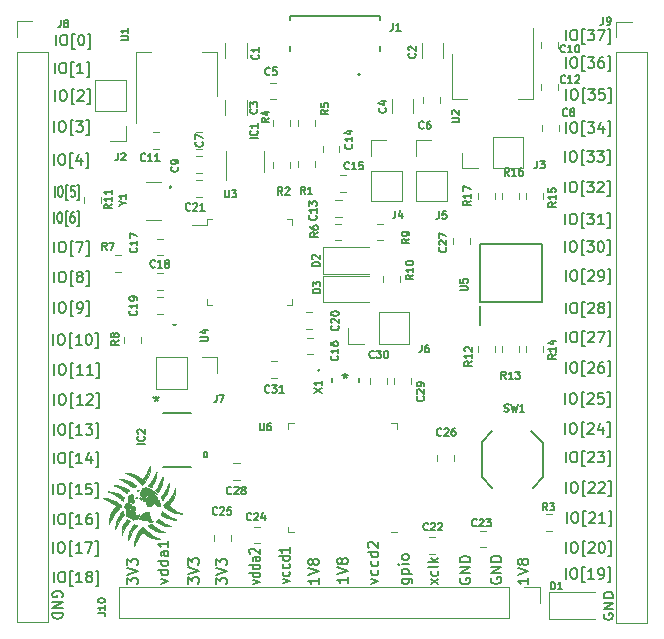
<source format=gbr>
G04 #@! TF.GenerationSoftware,KiCad,Pcbnew,(5.1.10-1-10_14)*
G04 #@! TF.CreationDate,2021-09-07T14:18:03-07:00*
G04 #@! TF.ProjectId,Caravel_pcb,43617261-7665-46c5-9f70-63622e6b6963,rev?*
G04 #@! TF.SameCoordinates,Original*
G04 #@! TF.FileFunction,Legend,Top*
G04 #@! TF.FilePolarity,Positive*
%FSLAX46Y46*%
G04 Gerber Fmt 4.6, Leading zero omitted, Abs format (unit mm)*
G04 Created by KiCad (PCBNEW (5.1.10-1-10_14)) date 2021-09-07 14:18:03*
%MOMM*%
%LPD*%
G01*
G04 APERTURE LIST*
%ADD10C,0.127000*%
%ADD11C,0.010000*%
%ADD12C,0.120000*%
%ADD13C,0.200000*%
%ADD14C,0.100000*%
%ADD15C,0.152400*%
%ADD16C,0.150000*%
G04 APERTURE END LIST*
D10*
X144115366Y-122362685D02*
X143522700Y-121936933D01*
X143522700Y-122362685D02*
X144115366Y-121936933D01*
X144073033Y-121278952D02*
X144115366Y-121356361D01*
X144115366Y-121511180D01*
X144073033Y-121588590D01*
X144030700Y-121627295D01*
X143946033Y-121666000D01*
X143692033Y-121666000D01*
X143607366Y-121627295D01*
X143565033Y-121588590D01*
X143522700Y-121511180D01*
X143522700Y-121356361D01*
X143565033Y-121278952D01*
X144115366Y-120814495D02*
X144073033Y-120891904D01*
X143988366Y-120930609D01*
X143226366Y-120930609D01*
X144115366Y-120504857D02*
X143226366Y-120504857D01*
X143776700Y-120427447D02*
X144115366Y-120195219D01*
X143522700Y-120195219D02*
X143861366Y-120504857D01*
X141020800Y-121920000D02*
X141740466Y-121920000D01*
X141825133Y-121962333D01*
X141867466Y-122004666D01*
X141909800Y-122089333D01*
X141909800Y-122216333D01*
X141867466Y-122301000D01*
X141571133Y-121920000D02*
X141613466Y-122004666D01*
X141613466Y-122174000D01*
X141571133Y-122258666D01*
X141528800Y-122301000D01*
X141444133Y-122343333D01*
X141190133Y-122343333D01*
X141105466Y-122301000D01*
X141063133Y-122258666D01*
X141020800Y-122174000D01*
X141020800Y-122004666D01*
X141063133Y-121920000D01*
X141020800Y-121496666D02*
X141909800Y-121496666D01*
X141063133Y-121496666D02*
X141020800Y-121412000D01*
X141020800Y-121242666D01*
X141063133Y-121158000D01*
X141105466Y-121115666D01*
X141190133Y-121073333D01*
X141444133Y-121073333D01*
X141528800Y-121115666D01*
X141571133Y-121158000D01*
X141613466Y-121242666D01*
X141613466Y-121412000D01*
X141571133Y-121496666D01*
X141613466Y-120692333D02*
X141020800Y-120692333D01*
X140724466Y-120692333D02*
X140766800Y-120734666D01*
X140809133Y-120692333D01*
X140766800Y-120650000D01*
X140724466Y-120692333D01*
X140809133Y-120692333D01*
X141613466Y-120142000D02*
X141571133Y-120226666D01*
X141528800Y-120269000D01*
X141444133Y-120311333D01*
X141190133Y-120311333D01*
X141105466Y-120269000D01*
X141063133Y-120226666D01*
X141020800Y-120142000D01*
X141020800Y-120015000D01*
X141063133Y-119930333D01*
X141105466Y-119888000D01*
X141190133Y-119845666D01*
X141444133Y-119845666D01*
X141528800Y-119888000D01*
X141571133Y-119930333D01*
X141613466Y-120015000D01*
X141613466Y-120142000D01*
X138442700Y-122347566D02*
X139035366Y-122135900D01*
X138442700Y-121924233D01*
X138993033Y-121204566D02*
X139035366Y-121289233D01*
X139035366Y-121458566D01*
X138993033Y-121543233D01*
X138950700Y-121585566D01*
X138866033Y-121627900D01*
X138612033Y-121627900D01*
X138527366Y-121585566D01*
X138485033Y-121543233D01*
X138442700Y-121458566D01*
X138442700Y-121289233D01*
X138485033Y-121204566D01*
X138993033Y-120442566D02*
X139035366Y-120527233D01*
X139035366Y-120696566D01*
X138993033Y-120781233D01*
X138950700Y-120823566D01*
X138866033Y-120865900D01*
X138612033Y-120865900D01*
X138527366Y-120823566D01*
X138485033Y-120781233D01*
X138442700Y-120696566D01*
X138442700Y-120527233D01*
X138485033Y-120442566D01*
X139035366Y-119680566D02*
X138146366Y-119680566D01*
X138993033Y-119680566D02*
X139035366Y-119765233D01*
X139035366Y-119934566D01*
X138993033Y-120019233D01*
X138950700Y-120061566D01*
X138866033Y-120103900D01*
X138612033Y-120103900D01*
X138527366Y-120061566D01*
X138485033Y-120019233D01*
X138442700Y-119934566D01*
X138442700Y-119765233D01*
X138485033Y-119680566D01*
X138231033Y-119299566D02*
X138188700Y-119257233D01*
X138146366Y-119172566D01*
X138146366Y-118960900D01*
X138188700Y-118876233D01*
X138231033Y-118833900D01*
X138315700Y-118791566D01*
X138400366Y-118791566D01*
X138527366Y-118833900D01*
X139035366Y-119341900D01*
X139035366Y-118791566D01*
X130949700Y-122331842D02*
X131542366Y-122150414D01*
X130949700Y-121968985D01*
X131500033Y-121352128D02*
X131542366Y-121424700D01*
X131542366Y-121569842D01*
X131500033Y-121642414D01*
X131457700Y-121678700D01*
X131373033Y-121714985D01*
X131119033Y-121714985D01*
X131034366Y-121678700D01*
X130992033Y-121642414D01*
X130949700Y-121569842D01*
X130949700Y-121424700D01*
X130992033Y-121352128D01*
X131500033Y-120698985D02*
X131542366Y-120771557D01*
X131542366Y-120916700D01*
X131500033Y-120989271D01*
X131457700Y-121025557D01*
X131373033Y-121061842D01*
X131119033Y-121061842D01*
X131034366Y-121025557D01*
X130992033Y-120989271D01*
X130949700Y-120916700D01*
X130949700Y-120771557D01*
X130992033Y-120698985D01*
X131542366Y-120045842D02*
X130653366Y-120045842D01*
X131500033Y-120045842D02*
X131542366Y-120118414D01*
X131542366Y-120263557D01*
X131500033Y-120336128D01*
X131457700Y-120372414D01*
X131373033Y-120408700D01*
X131119033Y-120408700D01*
X131034366Y-120372414D01*
X130992033Y-120336128D01*
X130949700Y-120263557D01*
X130949700Y-120118414D01*
X130992033Y-120045842D01*
X131542366Y-119283842D02*
X131542366Y-119719271D01*
X131542366Y-119501557D02*
X130653366Y-119501557D01*
X130780366Y-119574128D01*
X130865033Y-119646700D01*
X130907366Y-119719271D01*
X128384300Y-122404414D02*
X128976966Y-122229033D01*
X128384300Y-122053652D01*
X128976966Y-121457357D02*
X128087966Y-121457357D01*
X128934633Y-121457357D02*
X128976966Y-121527509D01*
X128976966Y-121667814D01*
X128934633Y-121737966D01*
X128892300Y-121773042D01*
X128807633Y-121808119D01*
X128553633Y-121808119D01*
X128468966Y-121773042D01*
X128426633Y-121737966D01*
X128384300Y-121667814D01*
X128384300Y-121527509D01*
X128426633Y-121457357D01*
X128976966Y-120790909D02*
X128087966Y-120790909D01*
X128934633Y-120790909D02*
X128976966Y-120861061D01*
X128976966Y-121001366D01*
X128934633Y-121071519D01*
X128892300Y-121106595D01*
X128807633Y-121141671D01*
X128553633Y-121141671D01*
X128468966Y-121106595D01*
X128426633Y-121071519D01*
X128384300Y-121001366D01*
X128384300Y-120861061D01*
X128426633Y-120790909D01*
X128976966Y-120124461D02*
X128511300Y-120124461D01*
X128426633Y-120159538D01*
X128384300Y-120229690D01*
X128384300Y-120369995D01*
X128426633Y-120440147D01*
X128934633Y-120124461D02*
X128976966Y-120194614D01*
X128976966Y-120369995D01*
X128934633Y-120440147D01*
X128849966Y-120475223D01*
X128765300Y-120475223D01*
X128680633Y-120440147D01*
X128638300Y-120369995D01*
X128638300Y-120194614D01*
X128595966Y-120124461D01*
X128172633Y-119808776D02*
X128130300Y-119773700D01*
X128087966Y-119703547D01*
X128087966Y-119528166D01*
X128130300Y-119458014D01*
X128172633Y-119422938D01*
X128257300Y-119387861D01*
X128341966Y-119387861D01*
X128468966Y-119422938D01*
X128976966Y-119843852D01*
X128976966Y-119387861D01*
X145973800Y-121898833D02*
X145931466Y-121983500D01*
X145931466Y-122110500D01*
X145973800Y-122237500D01*
X146058466Y-122322166D01*
X146143133Y-122364500D01*
X146312466Y-122406833D01*
X146439466Y-122406833D01*
X146608800Y-122364500D01*
X146693466Y-122322166D01*
X146778133Y-122237500D01*
X146820466Y-122110500D01*
X146820466Y-122025833D01*
X146778133Y-121898833D01*
X146735800Y-121856500D01*
X146439466Y-121856500D01*
X146439466Y-122025833D01*
X146820466Y-121475500D02*
X145931466Y-121475500D01*
X146820466Y-120967500D01*
X145931466Y-120967500D01*
X146820466Y-120544166D02*
X145931466Y-120544166D01*
X145931466Y-120332500D01*
X145973800Y-120205500D01*
X146058466Y-120120833D01*
X146143133Y-120078500D01*
X146312466Y-120036166D01*
X146439466Y-120036166D01*
X146608800Y-120078500D01*
X146693466Y-120120833D01*
X146778133Y-120205500D01*
X146820466Y-120332500D01*
X146820466Y-120544166D01*
X148577300Y-121860733D02*
X148534966Y-121945400D01*
X148534966Y-122072400D01*
X148577300Y-122199400D01*
X148661966Y-122284066D01*
X148746633Y-122326400D01*
X148915966Y-122368733D01*
X149042966Y-122368733D01*
X149212300Y-122326400D01*
X149296966Y-122284066D01*
X149381633Y-122199400D01*
X149423966Y-122072400D01*
X149423966Y-121987733D01*
X149381633Y-121860733D01*
X149339300Y-121818400D01*
X149042966Y-121818400D01*
X149042966Y-121987733D01*
X149423966Y-121437400D02*
X148534966Y-121437400D01*
X149423966Y-120929400D01*
X148534966Y-120929400D01*
X149423966Y-120506066D02*
X148534966Y-120506066D01*
X148534966Y-120294400D01*
X148577300Y-120167400D01*
X148661966Y-120082733D01*
X148746633Y-120040400D01*
X148915966Y-119998066D01*
X149042966Y-119998066D01*
X149212300Y-120040400D01*
X149296966Y-120082733D01*
X149381633Y-120167400D01*
X149423966Y-120294400D01*
X149423966Y-120506066D01*
X151709966Y-121835333D02*
X151709966Y-122343333D01*
X151709966Y-122089333D02*
X150820966Y-122089333D01*
X150947966Y-122174000D01*
X151032633Y-122258666D01*
X151074966Y-122343333D01*
X150820966Y-121581333D02*
X151709966Y-121285000D01*
X150820966Y-120988666D01*
X151201966Y-120565333D02*
X151159633Y-120650000D01*
X151117300Y-120692333D01*
X151032633Y-120734666D01*
X150990300Y-120734666D01*
X150905633Y-120692333D01*
X150863300Y-120650000D01*
X150820966Y-120565333D01*
X150820966Y-120396000D01*
X150863300Y-120311333D01*
X150905633Y-120269000D01*
X150990300Y-120226666D01*
X151032633Y-120226666D01*
X151117300Y-120269000D01*
X151159633Y-120311333D01*
X151201966Y-120396000D01*
X151201966Y-120565333D01*
X151244300Y-120650000D01*
X151286633Y-120692333D01*
X151371300Y-120734666D01*
X151540633Y-120734666D01*
X151625300Y-120692333D01*
X151667633Y-120650000D01*
X151709966Y-120565333D01*
X151709966Y-120396000D01*
X151667633Y-120311333D01*
X151625300Y-120269000D01*
X151540633Y-120226666D01*
X151371300Y-120226666D01*
X151286633Y-120269000D01*
X151244300Y-120311333D01*
X151201966Y-120396000D01*
X136457266Y-121797233D02*
X136457266Y-122305233D01*
X136457266Y-122051233D02*
X135568266Y-122051233D01*
X135695266Y-122135900D01*
X135779933Y-122220566D01*
X135822266Y-122305233D01*
X135568266Y-121543233D02*
X136457266Y-121246900D01*
X135568266Y-120950566D01*
X135949266Y-120527233D02*
X135906933Y-120611900D01*
X135864600Y-120654233D01*
X135779933Y-120696566D01*
X135737600Y-120696566D01*
X135652933Y-120654233D01*
X135610600Y-120611900D01*
X135568266Y-120527233D01*
X135568266Y-120357900D01*
X135610600Y-120273233D01*
X135652933Y-120230900D01*
X135737600Y-120188566D01*
X135779933Y-120188566D01*
X135864600Y-120230900D01*
X135906933Y-120273233D01*
X135949266Y-120357900D01*
X135949266Y-120527233D01*
X135991600Y-120611900D01*
X136033933Y-120654233D01*
X136118600Y-120696566D01*
X136287933Y-120696566D01*
X136372600Y-120654233D01*
X136414933Y-120611900D01*
X136457266Y-120527233D01*
X136457266Y-120357900D01*
X136414933Y-120273233D01*
X136372600Y-120230900D01*
X136287933Y-120188566D01*
X136118600Y-120188566D01*
X136033933Y-120230900D01*
X135991600Y-120273233D01*
X135949266Y-120357900D01*
X133968066Y-121835333D02*
X133968066Y-122343333D01*
X133968066Y-122089333D02*
X133079066Y-122089333D01*
X133206066Y-122174000D01*
X133290733Y-122258666D01*
X133333066Y-122343333D01*
X133079066Y-121581333D02*
X133968066Y-121285000D01*
X133079066Y-120988666D01*
X133460066Y-120565333D02*
X133417733Y-120650000D01*
X133375400Y-120692333D01*
X133290733Y-120734666D01*
X133248400Y-120734666D01*
X133163733Y-120692333D01*
X133121400Y-120650000D01*
X133079066Y-120565333D01*
X133079066Y-120396000D01*
X133121400Y-120311333D01*
X133163733Y-120269000D01*
X133248400Y-120226666D01*
X133290733Y-120226666D01*
X133375400Y-120269000D01*
X133417733Y-120311333D01*
X133460066Y-120396000D01*
X133460066Y-120565333D01*
X133502400Y-120650000D01*
X133544733Y-120692333D01*
X133629400Y-120734666D01*
X133798733Y-120734666D01*
X133883400Y-120692333D01*
X133925733Y-120650000D01*
X133968066Y-120565333D01*
X133968066Y-120396000D01*
X133925733Y-120311333D01*
X133883400Y-120269000D01*
X133798733Y-120226666D01*
X133629400Y-120226666D01*
X133544733Y-120269000D01*
X133502400Y-120311333D01*
X133460066Y-120396000D01*
X125319366Y-122411066D02*
X125319366Y-121860733D01*
X125658033Y-122157066D01*
X125658033Y-122030066D01*
X125700366Y-121945400D01*
X125742700Y-121903066D01*
X125827366Y-121860733D01*
X126039033Y-121860733D01*
X126123700Y-121903066D01*
X126166033Y-121945400D01*
X126208366Y-122030066D01*
X126208366Y-122284066D01*
X126166033Y-122368733D01*
X126123700Y-122411066D01*
X125319366Y-121606733D02*
X126208366Y-121310400D01*
X125319366Y-121014066D01*
X125319366Y-120802400D02*
X125319366Y-120252066D01*
X125658033Y-120548400D01*
X125658033Y-120421400D01*
X125700366Y-120336733D01*
X125742700Y-120294400D01*
X125827366Y-120252066D01*
X126039033Y-120252066D01*
X126123700Y-120294400D01*
X126166033Y-120336733D01*
X126208366Y-120421400D01*
X126208366Y-120675400D01*
X126166033Y-120760066D01*
X126123700Y-120802400D01*
X122931766Y-122360266D02*
X122931766Y-121809933D01*
X123270433Y-122106266D01*
X123270433Y-121979266D01*
X123312766Y-121894600D01*
X123355100Y-121852266D01*
X123439766Y-121809933D01*
X123651433Y-121809933D01*
X123736100Y-121852266D01*
X123778433Y-121894600D01*
X123820766Y-121979266D01*
X123820766Y-122233266D01*
X123778433Y-122317933D01*
X123736100Y-122360266D01*
X122931766Y-121555933D02*
X123820766Y-121259600D01*
X122931766Y-120963266D01*
X122931766Y-120751600D02*
X122931766Y-120201266D01*
X123270433Y-120497600D01*
X123270433Y-120370600D01*
X123312766Y-120285933D01*
X123355100Y-120243600D01*
X123439766Y-120201266D01*
X123651433Y-120201266D01*
X123736100Y-120243600D01*
X123778433Y-120285933D01*
X123820766Y-120370600D01*
X123820766Y-120624600D01*
X123778433Y-120709266D01*
X123736100Y-120751600D01*
X120650000Y-122364500D02*
X121242666Y-122152833D01*
X120650000Y-121941166D01*
X121242666Y-121221500D02*
X120353666Y-121221500D01*
X121200333Y-121221500D02*
X121242666Y-121306166D01*
X121242666Y-121475500D01*
X121200333Y-121560166D01*
X121158000Y-121602500D01*
X121073333Y-121644833D01*
X120819333Y-121644833D01*
X120734666Y-121602500D01*
X120692333Y-121560166D01*
X120650000Y-121475500D01*
X120650000Y-121306166D01*
X120692333Y-121221500D01*
X121242666Y-120417166D02*
X120353666Y-120417166D01*
X121200333Y-120417166D02*
X121242666Y-120501833D01*
X121242666Y-120671166D01*
X121200333Y-120755833D01*
X121158000Y-120798166D01*
X121073333Y-120840500D01*
X120819333Y-120840500D01*
X120734666Y-120798166D01*
X120692333Y-120755833D01*
X120650000Y-120671166D01*
X120650000Y-120501833D01*
X120692333Y-120417166D01*
X121242666Y-119612833D02*
X120777000Y-119612833D01*
X120692333Y-119655166D01*
X120650000Y-119739833D01*
X120650000Y-119909166D01*
X120692333Y-119993833D01*
X121200333Y-119612833D02*
X121242666Y-119697500D01*
X121242666Y-119909166D01*
X121200333Y-119993833D01*
X121115666Y-120036166D01*
X121031000Y-120036166D01*
X120946333Y-119993833D01*
X120904000Y-119909166D01*
X120904000Y-119697500D01*
X120861666Y-119612833D01*
X121242666Y-118723833D02*
X121242666Y-119231833D01*
X121242666Y-118977833D02*
X120353666Y-118977833D01*
X120480666Y-119062500D01*
X120565333Y-119147166D01*
X120607666Y-119231833D01*
X117775566Y-122385666D02*
X117775566Y-121835333D01*
X118114233Y-122131666D01*
X118114233Y-122004666D01*
X118156566Y-121920000D01*
X118198900Y-121877666D01*
X118283566Y-121835333D01*
X118495233Y-121835333D01*
X118579900Y-121877666D01*
X118622233Y-121920000D01*
X118664566Y-122004666D01*
X118664566Y-122258666D01*
X118622233Y-122343333D01*
X118579900Y-122385666D01*
X117775566Y-121581333D02*
X118664566Y-121285000D01*
X117775566Y-120988666D01*
X117775566Y-120777000D02*
X117775566Y-120226666D01*
X118114233Y-120523000D01*
X118114233Y-120396000D01*
X118156566Y-120311333D01*
X118198900Y-120269000D01*
X118283566Y-120226666D01*
X118495233Y-120226666D01*
X118579900Y-120269000D01*
X118622233Y-120311333D01*
X118664566Y-120396000D01*
X118664566Y-120650000D01*
X118622233Y-120734666D01*
X118579900Y-120777000D01*
X158165800Y-124908733D02*
X158129514Y-124993400D01*
X158129514Y-125120400D01*
X158165800Y-125247400D01*
X158238371Y-125332066D01*
X158310942Y-125374400D01*
X158456085Y-125416733D01*
X158564942Y-125416733D01*
X158710085Y-125374400D01*
X158782657Y-125332066D01*
X158855228Y-125247400D01*
X158891514Y-125120400D01*
X158891514Y-125035733D01*
X158855228Y-124908733D01*
X158818942Y-124866400D01*
X158564942Y-124866400D01*
X158564942Y-125035733D01*
X158891514Y-124485400D02*
X158129514Y-124485400D01*
X158891514Y-123977400D01*
X158129514Y-123977400D01*
X158891514Y-123554066D02*
X158129514Y-123554066D01*
X158129514Y-123342400D01*
X158165800Y-123215400D01*
X158238371Y-123130733D01*
X158310942Y-123088400D01*
X158456085Y-123046066D01*
X158564942Y-123046066D01*
X158710085Y-123088400D01*
X158782657Y-123130733D01*
X158855228Y-123215400D01*
X158891514Y-123342400D01*
X158891514Y-123554066D01*
X154927300Y-81390066D02*
X154927300Y-80501066D01*
X155519966Y-80501066D02*
X155689300Y-80501066D01*
X155773966Y-80543400D01*
X155858633Y-80628066D01*
X155900966Y-80797400D01*
X155900966Y-81093733D01*
X155858633Y-81263066D01*
X155773966Y-81347733D01*
X155689300Y-81390066D01*
X155519966Y-81390066D01*
X155435300Y-81347733D01*
X155350633Y-81263066D01*
X155308300Y-81093733D01*
X155308300Y-80797400D01*
X155350633Y-80628066D01*
X155435300Y-80543400D01*
X155519966Y-80501066D01*
X156535966Y-81686400D02*
X156324300Y-81686400D01*
X156324300Y-80416400D01*
X156535966Y-80416400D01*
X156789966Y-80501066D02*
X157340300Y-80501066D01*
X157043966Y-80839733D01*
X157170966Y-80839733D01*
X157255633Y-80882066D01*
X157297966Y-80924400D01*
X157340300Y-81009066D01*
X157340300Y-81220733D01*
X157297966Y-81305400D01*
X157255633Y-81347733D01*
X157170966Y-81390066D01*
X156916966Y-81390066D01*
X156832300Y-81347733D01*
X156789966Y-81305400D01*
X158144633Y-80501066D02*
X157721300Y-80501066D01*
X157678966Y-80924400D01*
X157721300Y-80882066D01*
X157805966Y-80839733D01*
X158017633Y-80839733D01*
X158102300Y-80882066D01*
X158144633Y-80924400D01*
X158186966Y-81009066D01*
X158186966Y-81220733D01*
X158144633Y-81305400D01*
X158102300Y-81347733D01*
X158017633Y-81390066D01*
X157805966Y-81390066D01*
X157721300Y-81347733D01*
X157678966Y-81305400D01*
X158483300Y-81686400D02*
X158694966Y-81686400D01*
X158694966Y-80416400D01*
X158483300Y-80416400D01*
X154901900Y-121928466D02*
X154901900Y-121039466D01*
X155494566Y-121039466D02*
X155663900Y-121039466D01*
X155748566Y-121081800D01*
X155833233Y-121166466D01*
X155875566Y-121335800D01*
X155875566Y-121632133D01*
X155833233Y-121801466D01*
X155748566Y-121886133D01*
X155663900Y-121928466D01*
X155494566Y-121928466D01*
X155409900Y-121886133D01*
X155325233Y-121801466D01*
X155282900Y-121632133D01*
X155282900Y-121335800D01*
X155325233Y-121166466D01*
X155409900Y-121081800D01*
X155494566Y-121039466D01*
X156510566Y-122224800D02*
X156298900Y-122224800D01*
X156298900Y-120954800D01*
X156510566Y-120954800D01*
X157314900Y-121928466D02*
X156806900Y-121928466D01*
X157060900Y-121928466D02*
X157060900Y-121039466D01*
X156976233Y-121166466D01*
X156891566Y-121251133D01*
X156806900Y-121293466D01*
X157738233Y-121928466D02*
X157907566Y-121928466D01*
X157992233Y-121886133D01*
X158034566Y-121843800D01*
X158119233Y-121716800D01*
X158161566Y-121547466D01*
X158161566Y-121208800D01*
X158119233Y-121124133D01*
X158076900Y-121081800D01*
X157992233Y-121039466D01*
X157822900Y-121039466D01*
X157738233Y-121081800D01*
X157695900Y-121124133D01*
X157653566Y-121208800D01*
X157653566Y-121420466D01*
X157695900Y-121505133D01*
X157738233Y-121547466D01*
X157822900Y-121589800D01*
X157992233Y-121589800D01*
X158076900Y-121547466D01*
X158119233Y-121505133D01*
X158161566Y-121420466D01*
X158457900Y-122224800D02*
X158669566Y-122224800D01*
X158669566Y-120954800D01*
X158457900Y-120954800D01*
X154927300Y-119718666D02*
X154927300Y-118829666D01*
X155519966Y-118829666D02*
X155689300Y-118829666D01*
X155773966Y-118872000D01*
X155858633Y-118956666D01*
X155900966Y-119126000D01*
X155900966Y-119422333D01*
X155858633Y-119591666D01*
X155773966Y-119676333D01*
X155689300Y-119718666D01*
X155519966Y-119718666D01*
X155435300Y-119676333D01*
X155350633Y-119591666D01*
X155308300Y-119422333D01*
X155308300Y-119126000D01*
X155350633Y-118956666D01*
X155435300Y-118872000D01*
X155519966Y-118829666D01*
X156535966Y-120015000D02*
X156324300Y-120015000D01*
X156324300Y-118745000D01*
X156535966Y-118745000D01*
X156832300Y-118914333D02*
X156874633Y-118872000D01*
X156959300Y-118829666D01*
X157170966Y-118829666D01*
X157255633Y-118872000D01*
X157297966Y-118914333D01*
X157340300Y-118999000D01*
X157340300Y-119083666D01*
X157297966Y-119210666D01*
X156789966Y-119718666D01*
X157340300Y-119718666D01*
X157890633Y-118829666D02*
X157975300Y-118829666D01*
X158059966Y-118872000D01*
X158102300Y-118914333D01*
X158144633Y-118999000D01*
X158186966Y-119168333D01*
X158186966Y-119380000D01*
X158144633Y-119549333D01*
X158102300Y-119634000D01*
X158059966Y-119676333D01*
X157975300Y-119718666D01*
X157890633Y-119718666D01*
X157805966Y-119676333D01*
X157763633Y-119634000D01*
X157721300Y-119549333D01*
X157678966Y-119380000D01*
X157678966Y-119168333D01*
X157721300Y-118999000D01*
X157763633Y-118914333D01*
X157805966Y-118872000D01*
X157890633Y-118829666D01*
X158483300Y-120015000D02*
X158694966Y-120015000D01*
X158694966Y-118745000D01*
X158483300Y-118745000D01*
X154978100Y-117204066D02*
X154978100Y-116315066D01*
X155570766Y-116315066D02*
X155740100Y-116315066D01*
X155824766Y-116357400D01*
X155909433Y-116442066D01*
X155951766Y-116611400D01*
X155951766Y-116907733D01*
X155909433Y-117077066D01*
X155824766Y-117161733D01*
X155740100Y-117204066D01*
X155570766Y-117204066D01*
X155486100Y-117161733D01*
X155401433Y-117077066D01*
X155359100Y-116907733D01*
X155359100Y-116611400D01*
X155401433Y-116442066D01*
X155486100Y-116357400D01*
X155570766Y-116315066D01*
X156586766Y-117500400D02*
X156375100Y-117500400D01*
X156375100Y-116230400D01*
X156586766Y-116230400D01*
X156883100Y-116399733D02*
X156925433Y-116357400D01*
X157010100Y-116315066D01*
X157221766Y-116315066D01*
X157306433Y-116357400D01*
X157348766Y-116399733D01*
X157391100Y-116484400D01*
X157391100Y-116569066D01*
X157348766Y-116696066D01*
X156840766Y-117204066D01*
X157391100Y-117204066D01*
X158237766Y-117204066D02*
X157729766Y-117204066D01*
X157983766Y-117204066D02*
X157983766Y-116315066D01*
X157899100Y-116442066D01*
X157814433Y-116526733D01*
X157729766Y-116569066D01*
X158534100Y-117500400D02*
X158745766Y-117500400D01*
X158745766Y-116230400D01*
X158534100Y-116230400D01*
X154927300Y-114664066D02*
X154927300Y-113775066D01*
X155519966Y-113775066D02*
X155689300Y-113775066D01*
X155773966Y-113817400D01*
X155858633Y-113902066D01*
X155900966Y-114071400D01*
X155900966Y-114367733D01*
X155858633Y-114537066D01*
X155773966Y-114621733D01*
X155689300Y-114664066D01*
X155519966Y-114664066D01*
X155435300Y-114621733D01*
X155350633Y-114537066D01*
X155308300Y-114367733D01*
X155308300Y-114071400D01*
X155350633Y-113902066D01*
X155435300Y-113817400D01*
X155519966Y-113775066D01*
X156535966Y-114960400D02*
X156324300Y-114960400D01*
X156324300Y-113690400D01*
X156535966Y-113690400D01*
X156832300Y-113859733D02*
X156874633Y-113817400D01*
X156959300Y-113775066D01*
X157170966Y-113775066D01*
X157255633Y-113817400D01*
X157297966Y-113859733D01*
X157340300Y-113944400D01*
X157340300Y-114029066D01*
X157297966Y-114156066D01*
X156789966Y-114664066D01*
X157340300Y-114664066D01*
X157678966Y-113859733D02*
X157721300Y-113817400D01*
X157805966Y-113775066D01*
X158017633Y-113775066D01*
X158102300Y-113817400D01*
X158144633Y-113859733D01*
X158186966Y-113944400D01*
X158186966Y-114029066D01*
X158144633Y-114156066D01*
X157636633Y-114664066D01*
X158186966Y-114664066D01*
X158483300Y-114960400D02*
X158694966Y-114960400D01*
X158694966Y-113690400D01*
X158483300Y-113690400D01*
X154901900Y-112085966D02*
X154901900Y-111196966D01*
X155494566Y-111196966D02*
X155663900Y-111196966D01*
X155748566Y-111239300D01*
X155833233Y-111323966D01*
X155875566Y-111493300D01*
X155875566Y-111789633D01*
X155833233Y-111958966D01*
X155748566Y-112043633D01*
X155663900Y-112085966D01*
X155494566Y-112085966D01*
X155409900Y-112043633D01*
X155325233Y-111958966D01*
X155282900Y-111789633D01*
X155282900Y-111493300D01*
X155325233Y-111323966D01*
X155409900Y-111239300D01*
X155494566Y-111196966D01*
X156510566Y-112382300D02*
X156298900Y-112382300D01*
X156298900Y-111112300D01*
X156510566Y-111112300D01*
X156806900Y-111281633D02*
X156849233Y-111239300D01*
X156933900Y-111196966D01*
X157145566Y-111196966D01*
X157230233Y-111239300D01*
X157272566Y-111281633D01*
X157314900Y-111366300D01*
X157314900Y-111450966D01*
X157272566Y-111577966D01*
X156764566Y-112085966D01*
X157314900Y-112085966D01*
X157611233Y-111196966D02*
X158161566Y-111196966D01*
X157865233Y-111535633D01*
X157992233Y-111535633D01*
X158076900Y-111577966D01*
X158119233Y-111620300D01*
X158161566Y-111704966D01*
X158161566Y-111916633D01*
X158119233Y-112001300D01*
X158076900Y-112043633D01*
X157992233Y-112085966D01*
X157738233Y-112085966D01*
X157653566Y-112043633D01*
X157611233Y-112001300D01*
X158457900Y-112382300D02*
X158669566Y-112382300D01*
X158669566Y-111112300D01*
X158457900Y-111112300D01*
X154876500Y-109672966D02*
X154876500Y-108783966D01*
X155469166Y-108783966D02*
X155638500Y-108783966D01*
X155723166Y-108826300D01*
X155807833Y-108910966D01*
X155850166Y-109080300D01*
X155850166Y-109376633D01*
X155807833Y-109545966D01*
X155723166Y-109630633D01*
X155638500Y-109672966D01*
X155469166Y-109672966D01*
X155384500Y-109630633D01*
X155299833Y-109545966D01*
X155257500Y-109376633D01*
X155257500Y-109080300D01*
X155299833Y-108910966D01*
X155384500Y-108826300D01*
X155469166Y-108783966D01*
X156485166Y-109969300D02*
X156273500Y-109969300D01*
X156273500Y-108699300D01*
X156485166Y-108699300D01*
X156781500Y-108868633D02*
X156823833Y-108826300D01*
X156908500Y-108783966D01*
X157120166Y-108783966D01*
X157204833Y-108826300D01*
X157247166Y-108868633D01*
X157289500Y-108953300D01*
X157289500Y-109037966D01*
X157247166Y-109164966D01*
X156739166Y-109672966D01*
X157289500Y-109672966D01*
X158051500Y-109080300D02*
X158051500Y-109672966D01*
X157839833Y-108741633D02*
X157628166Y-109376633D01*
X158178500Y-109376633D01*
X158432500Y-109969300D02*
X158644166Y-109969300D01*
X158644166Y-108699300D01*
X158432500Y-108699300D01*
X154876500Y-107107566D02*
X154876500Y-106218566D01*
X155469166Y-106218566D02*
X155638500Y-106218566D01*
X155723166Y-106260900D01*
X155807833Y-106345566D01*
X155850166Y-106514900D01*
X155850166Y-106811233D01*
X155807833Y-106980566D01*
X155723166Y-107065233D01*
X155638500Y-107107566D01*
X155469166Y-107107566D01*
X155384500Y-107065233D01*
X155299833Y-106980566D01*
X155257500Y-106811233D01*
X155257500Y-106514900D01*
X155299833Y-106345566D01*
X155384500Y-106260900D01*
X155469166Y-106218566D01*
X156485166Y-107403900D02*
X156273500Y-107403900D01*
X156273500Y-106133900D01*
X156485166Y-106133900D01*
X156781500Y-106303233D02*
X156823833Y-106260900D01*
X156908500Y-106218566D01*
X157120166Y-106218566D01*
X157204833Y-106260900D01*
X157247166Y-106303233D01*
X157289500Y-106387900D01*
X157289500Y-106472566D01*
X157247166Y-106599566D01*
X156739166Y-107107566D01*
X157289500Y-107107566D01*
X158093833Y-106218566D02*
X157670500Y-106218566D01*
X157628166Y-106641900D01*
X157670500Y-106599566D01*
X157755166Y-106557233D01*
X157966833Y-106557233D01*
X158051500Y-106599566D01*
X158093833Y-106641900D01*
X158136166Y-106726566D01*
X158136166Y-106938233D01*
X158093833Y-107022900D01*
X158051500Y-107065233D01*
X157966833Y-107107566D01*
X157755166Y-107107566D01*
X157670500Y-107065233D01*
X157628166Y-107022900D01*
X158432500Y-107403900D02*
X158644166Y-107403900D01*
X158644166Y-106133900D01*
X158432500Y-106133900D01*
X154901900Y-104491366D02*
X154901900Y-103602366D01*
X155494566Y-103602366D02*
X155663900Y-103602366D01*
X155748566Y-103644700D01*
X155833233Y-103729366D01*
X155875566Y-103898700D01*
X155875566Y-104195033D01*
X155833233Y-104364366D01*
X155748566Y-104449033D01*
X155663900Y-104491366D01*
X155494566Y-104491366D01*
X155409900Y-104449033D01*
X155325233Y-104364366D01*
X155282900Y-104195033D01*
X155282900Y-103898700D01*
X155325233Y-103729366D01*
X155409900Y-103644700D01*
X155494566Y-103602366D01*
X156510566Y-104787700D02*
X156298900Y-104787700D01*
X156298900Y-103517700D01*
X156510566Y-103517700D01*
X156806900Y-103687033D02*
X156849233Y-103644700D01*
X156933900Y-103602366D01*
X157145566Y-103602366D01*
X157230233Y-103644700D01*
X157272566Y-103687033D01*
X157314900Y-103771700D01*
X157314900Y-103856366D01*
X157272566Y-103983366D01*
X156764566Y-104491366D01*
X157314900Y-104491366D01*
X158076900Y-103602366D02*
X157907566Y-103602366D01*
X157822900Y-103644700D01*
X157780566Y-103687033D01*
X157695900Y-103814033D01*
X157653566Y-103983366D01*
X157653566Y-104322033D01*
X157695900Y-104406700D01*
X157738233Y-104449033D01*
X157822900Y-104491366D01*
X157992233Y-104491366D01*
X158076900Y-104449033D01*
X158119233Y-104406700D01*
X158161566Y-104322033D01*
X158161566Y-104110366D01*
X158119233Y-104025700D01*
X158076900Y-103983366D01*
X157992233Y-103941033D01*
X157822900Y-103941033D01*
X157738233Y-103983366D01*
X157695900Y-104025700D01*
X157653566Y-104110366D01*
X158457900Y-104787700D02*
X158669566Y-104787700D01*
X158669566Y-103517700D01*
X158457900Y-103517700D01*
X154901900Y-101913266D02*
X154901900Y-101024266D01*
X155494566Y-101024266D02*
X155663900Y-101024266D01*
X155748566Y-101066600D01*
X155833233Y-101151266D01*
X155875566Y-101320600D01*
X155875566Y-101616933D01*
X155833233Y-101786266D01*
X155748566Y-101870933D01*
X155663900Y-101913266D01*
X155494566Y-101913266D01*
X155409900Y-101870933D01*
X155325233Y-101786266D01*
X155282900Y-101616933D01*
X155282900Y-101320600D01*
X155325233Y-101151266D01*
X155409900Y-101066600D01*
X155494566Y-101024266D01*
X156510566Y-102209600D02*
X156298900Y-102209600D01*
X156298900Y-100939600D01*
X156510566Y-100939600D01*
X156806900Y-101108933D02*
X156849233Y-101066600D01*
X156933900Y-101024266D01*
X157145566Y-101024266D01*
X157230233Y-101066600D01*
X157272566Y-101108933D01*
X157314900Y-101193600D01*
X157314900Y-101278266D01*
X157272566Y-101405266D01*
X156764566Y-101913266D01*
X157314900Y-101913266D01*
X157611233Y-101024266D02*
X158203900Y-101024266D01*
X157822900Y-101913266D01*
X158457900Y-102209600D02*
X158669566Y-102209600D01*
X158669566Y-100939600D01*
X158457900Y-100939600D01*
X154901900Y-99449466D02*
X154901900Y-98560466D01*
X155494566Y-98560466D02*
X155663900Y-98560466D01*
X155748566Y-98602800D01*
X155833233Y-98687466D01*
X155875566Y-98856800D01*
X155875566Y-99153133D01*
X155833233Y-99322466D01*
X155748566Y-99407133D01*
X155663900Y-99449466D01*
X155494566Y-99449466D01*
X155409900Y-99407133D01*
X155325233Y-99322466D01*
X155282900Y-99153133D01*
X155282900Y-98856800D01*
X155325233Y-98687466D01*
X155409900Y-98602800D01*
X155494566Y-98560466D01*
X156510566Y-99745800D02*
X156298900Y-99745800D01*
X156298900Y-98475800D01*
X156510566Y-98475800D01*
X156806900Y-98645133D02*
X156849233Y-98602800D01*
X156933900Y-98560466D01*
X157145566Y-98560466D01*
X157230233Y-98602800D01*
X157272566Y-98645133D01*
X157314900Y-98729800D01*
X157314900Y-98814466D01*
X157272566Y-98941466D01*
X156764566Y-99449466D01*
X157314900Y-99449466D01*
X157822900Y-98941466D02*
X157738233Y-98899133D01*
X157695900Y-98856800D01*
X157653566Y-98772133D01*
X157653566Y-98729800D01*
X157695900Y-98645133D01*
X157738233Y-98602800D01*
X157822900Y-98560466D01*
X157992233Y-98560466D01*
X158076900Y-98602800D01*
X158119233Y-98645133D01*
X158161566Y-98729800D01*
X158161566Y-98772133D01*
X158119233Y-98856800D01*
X158076900Y-98899133D01*
X157992233Y-98941466D01*
X157822900Y-98941466D01*
X157738233Y-98983800D01*
X157695900Y-99026133D01*
X157653566Y-99110800D01*
X157653566Y-99280133D01*
X157695900Y-99364800D01*
X157738233Y-99407133D01*
X157822900Y-99449466D01*
X157992233Y-99449466D01*
X158076900Y-99407133D01*
X158119233Y-99364800D01*
X158161566Y-99280133D01*
X158161566Y-99110800D01*
X158119233Y-99026133D01*
X158076900Y-98983800D01*
X157992233Y-98941466D01*
X158457900Y-99745800D02*
X158669566Y-99745800D01*
X158669566Y-98475800D01*
X158457900Y-98475800D01*
X154901900Y-96706266D02*
X154901900Y-95817266D01*
X155494566Y-95817266D02*
X155663900Y-95817266D01*
X155748566Y-95859600D01*
X155833233Y-95944266D01*
X155875566Y-96113600D01*
X155875566Y-96409933D01*
X155833233Y-96579266D01*
X155748566Y-96663933D01*
X155663900Y-96706266D01*
X155494566Y-96706266D01*
X155409900Y-96663933D01*
X155325233Y-96579266D01*
X155282900Y-96409933D01*
X155282900Y-96113600D01*
X155325233Y-95944266D01*
X155409900Y-95859600D01*
X155494566Y-95817266D01*
X156510566Y-97002600D02*
X156298900Y-97002600D01*
X156298900Y-95732600D01*
X156510566Y-95732600D01*
X156806900Y-95901933D02*
X156849233Y-95859600D01*
X156933900Y-95817266D01*
X157145566Y-95817266D01*
X157230233Y-95859600D01*
X157272566Y-95901933D01*
X157314900Y-95986600D01*
X157314900Y-96071266D01*
X157272566Y-96198266D01*
X156764566Y-96706266D01*
X157314900Y-96706266D01*
X157738233Y-96706266D02*
X157907566Y-96706266D01*
X157992233Y-96663933D01*
X158034566Y-96621600D01*
X158119233Y-96494600D01*
X158161566Y-96325266D01*
X158161566Y-95986600D01*
X158119233Y-95901933D01*
X158076900Y-95859600D01*
X157992233Y-95817266D01*
X157822900Y-95817266D01*
X157738233Y-95859600D01*
X157695900Y-95901933D01*
X157653566Y-95986600D01*
X157653566Y-96198266D01*
X157695900Y-96282933D01*
X157738233Y-96325266D01*
X157822900Y-96367600D01*
X157992233Y-96367600D01*
X158076900Y-96325266D01*
X158119233Y-96282933D01*
X158161566Y-96198266D01*
X158457900Y-97002600D02*
X158669566Y-97002600D01*
X158669566Y-95732600D01*
X158457900Y-95732600D01*
X154851100Y-94267866D02*
X154851100Y-93378866D01*
X155443766Y-93378866D02*
X155613100Y-93378866D01*
X155697766Y-93421200D01*
X155782433Y-93505866D01*
X155824766Y-93675200D01*
X155824766Y-93971533D01*
X155782433Y-94140866D01*
X155697766Y-94225533D01*
X155613100Y-94267866D01*
X155443766Y-94267866D01*
X155359100Y-94225533D01*
X155274433Y-94140866D01*
X155232100Y-93971533D01*
X155232100Y-93675200D01*
X155274433Y-93505866D01*
X155359100Y-93421200D01*
X155443766Y-93378866D01*
X156459766Y-94564200D02*
X156248100Y-94564200D01*
X156248100Y-93294200D01*
X156459766Y-93294200D01*
X156713766Y-93378866D02*
X157264100Y-93378866D01*
X156967766Y-93717533D01*
X157094766Y-93717533D01*
X157179433Y-93759866D01*
X157221766Y-93802200D01*
X157264100Y-93886866D01*
X157264100Y-94098533D01*
X157221766Y-94183200D01*
X157179433Y-94225533D01*
X157094766Y-94267866D01*
X156840766Y-94267866D01*
X156756100Y-94225533D01*
X156713766Y-94183200D01*
X157814433Y-93378866D02*
X157899100Y-93378866D01*
X157983766Y-93421200D01*
X158026100Y-93463533D01*
X158068433Y-93548200D01*
X158110766Y-93717533D01*
X158110766Y-93929200D01*
X158068433Y-94098533D01*
X158026100Y-94183200D01*
X157983766Y-94225533D01*
X157899100Y-94267866D01*
X157814433Y-94267866D01*
X157729766Y-94225533D01*
X157687433Y-94183200D01*
X157645100Y-94098533D01*
X157602766Y-93929200D01*
X157602766Y-93717533D01*
X157645100Y-93548200D01*
X157687433Y-93463533D01*
X157729766Y-93421200D01*
X157814433Y-93378866D01*
X158407100Y-94564200D02*
X158618766Y-94564200D01*
X158618766Y-93294200D01*
X158407100Y-93294200D01*
X154851100Y-91905666D02*
X154851100Y-91016666D01*
X155443766Y-91016666D02*
X155613100Y-91016666D01*
X155697766Y-91059000D01*
X155782433Y-91143666D01*
X155824766Y-91313000D01*
X155824766Y-91609333D01*
X155782433Y-91778666D01*
X155697766Y-91863333D01*
X155613100Y-91905666D01*
X155443766Y-91905666D01*
X155359100Y-91863333D01*
X155274433Y-91778666D01*
X155232100Y-91609333D01*
X155232100Y-91313000D01*
X155274433Y-91143666D01*
X155359100Y-91059000D01*
X155443766Y-91016666D01*
X156459766Y-92202000D02*
X156248100Y-92202000D01*
X156248100Y-90932000D01*
X156459766Y-90932000D01*
X156713766Y-91016666D02*
X157264100Y-91016666D01*
X156967766Y-91355333D01*
X157094766Y-91355333D01*
X157179433Y-91397666D01*
X157221766Y-91440000D01*
X157264100Y-91524666D01*
X157264100Y-91736333D01*
X157221766Y-91821000D01*
X157179433Y-91863333D01*
X157094766Y-91905666D01*
X156840766Y-91905666D01*
X156756100Y-91863333D01*
X156713766Y-91821000D01*
X158110766Y-91905666D02*
X157602766Y-91905666D01*
X157856766Y-91905666D02*
X157856766Y-91016666D01*
X157772100Y-91143666D01*
X157687433Y-91228333D01*
X157602766Y-91270666D01*
X158407100Y-92202000D02*
X158618766Y-92202000D01*
X158618766Y-90932000D01*
X158407100Y-90932000D01*
X154851100Y-89200566D02*
X154851100Y-88311566D01*
X155443766Y-88311566D02*
X155613100Y-88311566D01*
X155697766Y-88353900D01*
X155782433Y-88438566D01*
X155824766Y-88607900D01*
X155824766Y-88904233D01*
X155782433Y-89073566D01*
X155697766Y-89158233D01*
X155613100Y-89200566D01*
X155443766Y-89200566D01*
X155359100Y-89158233D01*
X155274433Y-89073566D01*
X155232100Y-88904233D01*
X155232100Y-88607900D01*
X155274433Y-88438566D01*
X155359100Y-88353900D01*
X155443766Y-88311566D01*
X156459766Y-89496900D02*
X156248100Y-89496900D01*
X156248100Y-88226900D01*
X156459766Y-88226900D01*
X156713766Y-88311566D02*
X157264100Y-88311566D01*
X156967766Y-88650233D01*
X157094766Y-88650233D01*
X157179433Y-88692566D01*
X157221766Y-88734900D01*
X157264100Y-88819566D01*
X157264100Y-89031233D01*
X157221766Y-89115900D01*
X157179433Y-89158233D01*
X157094766Y-89200566D01*
X156840766Y-89200566D01*
X156756100Y-89158233D01*
X156713766Y-89115900D01*
X157602766Y-88396233D02*
X157645100Y-88353900D01*
X157729766Y-88311566D01*
X157941433Y-88311566D01*
X158026100Y-88353900D01*
X158068433Y-88396233D01*
X158110766Y-88480900D01*
X158110766Y-88565566D01*
X158068433Y-88692566D01*
X157560433Y-89200566D01*
X158110766Y-89200566D01*
X158407100Y-89496900D02*
X158618766Y-89496900D01*
X158618766Y-88226900D01*
X158407100Y-88226900D01*
X154876500Y-86635166D02*
X154876500Y-85746166D01*
X155469166Y-85746166D02*
X155638500Y-85746166D01*
X155723166Y-85788500D01*
X155807833Y-85873166D01*
X155850166Y-86042500D01*
X155850166Y-86338833D01*
X155807833Y-86508166D01*
X155723166Y-86592833D01*
X155638500Y-86635166D01*
X155469166Y-86635166D01*
X155384500Y-86592833D01*
X155299833Y-86508166D01*
X155257500Y-86338833D01*
X155257500Y-86042500D01*
X155299833Y-85873166D01*
X155384500Y-85788500D01*
X155469166Y-85746166D01*
X156485166Y-86931500D02*
X156273500Y-86931500D01*
X156273500Y-85661500D01*
X156485166Y-85661500D01*
X156739166Y-85746166D02*
X157289500Y-85746166D01*
X156993166Y-86084833D01*
X157120166Y-86084833D01*
X157204833Y-86127166D01*
X157247166Y-86169500D01*
X157289500Y-86254166D01*
X157289500Y-86465833D01*
X157247166Y-86550500D01*
X157204833Y-86592833D01*
X157120166Y-86635166D01*
X156866166Y-86635166D01*
X156781500Y-86592833D01*
X156739166Y-86550500D01*
X157585833Y-85746166D02*
X158136166Y-85746166D01*
X157839833Y-86084833D01*
X157966833Y-86084833D01*
X158051500Y-86127166D01*
X158093833Y-86169500D01*
X158136166Y-86254166D01*
X158136166Y-86465833D01*
X158093833Y-86550500D01*
X158051500Y-86592833D01*
X157966833Y-86635166D01*
X157712833Y-86635166D01*
X157628166Y-86592833D01*
X157585833Y-86550500D01*
X158432500Y-86931500D02*
X158644166Y-86931500D01*
X158644166Y-85661500D01*
X158432500Y-85661500D01*
X154901900Y-84171366D02*
X154901900Y-83282366D01*
X155494566Y-83282366D02*
X155663900Y-83282366D01*
X155748566Y-83324700D01*
X155833233Y-83409366D01*
X155875566Y-83578700D01*
X155875566Y-83875033D01*
X155833233Y-84044366D01*
X155748566Y-84129033D01*
X155663900Y-84171366D01*
X155494566Y-84171366D01*
X155409900Y-84129033D01*
X155325233Y-84044366D01*
X155282900Y-83875033D01*
X155282900Y-83578700D01*
X155325233Y-83409366D01*
X155409900Y-83324700D01*
X155494566Y-83282366D01*
X156510566Y-84467700D02*
X156298900Y-84467700D01*
X156298900Y-83197700D01*
X156510566Y-83197700D01*
X156764566Y-83282366D02*
X157314900Y-83282366D01*
X157018566Y-83621033D01*
X157145566Y-83621033D01*
X157230233Y-83663366D01*
X157272566Y-83705700D01*
X157314900Y-83790366D01*
X157314900Y-84002033D01*
X157272566Y-84086700D01*
X157230233Y-84129033D01*
X157145566Y-84171366D01*
X156891566Y-84171366D01*
X156806900Y-84129033D01*
X156764566Y-84086700D01*
X158076900Y-83578700D02*
X158076900Y-84171366D01*
X157865233Y-83240033D02*
X157653566Y-83875033D01*
X158203900Y-83875033D01*
X158457900Y-84467700D02*
X158669566Y-84467700D01*
X158669566Y-83197700D01*
X158457900Y-83197700D01*
X154889200Y-78672266D02*
X154889200Y-77783266D01*
X155481866Y-77783266D02*
X155651200Y-77783266D01*
X155735866Y-77825600D01*
X155820533Y-77910266D01*
X155862866Y-78079600D01*
X155862866Y-78375933D01*
X155820533Y-78545266D01*
X155735866Y-78629933D01*
X155651200Y-78672266D01*
X155481866Y-78672266D01*
X155397200Y-78629933D01*
X155312533Y-78545266D01*
X155270200Y-78375933D01*
X155270200Y-78079600D01*
X155312533Y-77910266D01*
X155397200Y-77825600D01*
X155481866Y-77783266D01*
X156497866Y-78968600D02*
X156286200Y-78968600D01*
X156286200Y-77698600D01*
X156497866Y-77698600D01*
X156751866Y-77783266D02*
X157302200Y-77783266D01*
X157005866Y-78121933D01*
X157132866Y-78121933D01*
X157217533Y-78164266D01*
X157259866Y-78206600D01*
X157302200Y-78291266D01*
X157302200Y-78502933D01*
X157259866Y-78587600D01*
X157217533Y-78629933D01*
X157132866Y-78672266D01*
X156878866Y-78672266D01*
X156794200Y-78629933D01*
X156751866Y-78587600D01*
X158064200Y-77783266D02*
X157894866Y-77783266D01*
X157810200Y-77825600D01*
X157767866Y-77867933D01*
X157683200Y-77994933D01*
X157640866Y-78164266D01*
X157640866Y-78502933D01*
X157683200Y-78587600D01*
X157725533Y-78629933D01*
X157810200Y-78672266D01*
X157979533Y-78672266D01*
X158064200Y-78629933D01*
X158106533Y-78587600D01*
X158148866Y-78502933D01*
X158148866Y-78291266D01*
X158106533Y-78206600D01*
X158064200Y-78164266D01*
X157979533Y-78121933D01*
X157810200Y-78121933D01*
X157725533Y-78164266D01*
X157683200Y-78206600D01*
X157640866Y-78291266D01*
X158445200Y-78968600D02*
X158656866Y-78968600D01*
X158656866Y-77698600D01*
X158445200Y-77698600D01*
X154901900Y-76322766D02*
X154901900Y-75433766D01*
X155494566Y-75433766D02*
X155663900Y-75433766D01*
X155748566Y-75476100D01*
X155833233Y-75560766D01*
X155875566Y-75730100D01*
X155875566Y-76026433D01*
X155833233Y-76195766D01*
X155748566Y-76280433D01*
X155663900Y-76322766D01*
X155494566Y-76322766D01*
X155409900Y-76280433D01*
X155325233Y-76195766D01*
X155282900Y-76026433D01*
X155282900Y-75730100D01*
X155325233Y-75560766D01*
X155409900Y-75476100D01*
X155494566Y-75433766D01*
X156510566Y-76619100D02*
X156298900Y-76619100D01*
X156298900Y-75349100D01*
X156510566Y-75349100D01*
X156764566Y-75433766D02*
X157314900Y-75433766D01*
X157018566Y-75772433D01*
X157145566Y-75772433D01*
X157230233Y-75814766D01*
X157272566Y-75857100D01*
X157314900Y-75941766D01*
X157314900Y-76153433D01*
X157272566Y-76238100D01*
X157230233Y-76280433D01*
X157145566Y-76322766D01*
X156891566Y-76322766D01*
X156806900Y-76280433D01*
X156764566Y-76238100D01*
X157611233Y-75433766D02*
X158203900Y-75433766D01*
X157822900Y-76322766D01*
X158457900Y-76619100D02*
X158669566Y-76619100D01*
X158669566Y-75349100D01*
X158457900Y-75349100D01*
X112268000Y-123465166D02*
X112310333Y-123380500D01*
X112310333Y-123253500D01*
X112268000Y-123126500D01*
X112183333Y-123041833D01*
X112098666Y-122999500D01*
X111929333Y-122957166D01*
X111802333Y-122957166D01*
X111633000Y-122999500D01*
X111548333Y-123041833D01*
X111463666Y-123126500D01*
X111421333Y-123253500D01*
X111421333Y-123338166D01*
X111463666Y-123465166D01*
X111506000Y-123507500D01*
X111802333Y-123507500D01*
X111802333Y-123338166D01*
X111421333Y-123888500D02*
X112310333Y-123888500D01*
X111421333Y-124396500D01*
X112310333Y-124396500D01*
X111421333Y-124819833D02*
X112310333Y-124819833D01*
X112310333Y-125031500D01*
X112268000Y-125158500D01*
X112183333Y-125243166D01*
X112098666Y-125285500D01*
X111929333Y-125327833D01*
X111802333Y-125327833D01*
X111633000Y-125285500D01*
X111548333Y-125243166D01*
X111463666Y-125158500D01*
X111421333Y-125031500D01*
X111421333Y-124819833D01*
X111531400Y-122233266D02*
X111531400Y-121344266D01*
X112124066Y-121344266D02*
X112293400Y-121344266D01*
X112378066Y-121386600D01*
X112462733Y-121471266D01*
X112505066Y-121640600D01*
X112505066Y-121936933D01*
X112462733Y-122106266D01*
X112378066Y-122190933D01*
X112293400Y-122233266D01*
X112124066Y-122233266D01*
X112039400Y-122190933D01*
X111954733Y-122106266D01*
X111912400Y-121936933D01*
X111912400Y-121640600D01*
X111954733Y-121471266D01*
X112039400Y-121386600D01*
X112124066Y-121344266D01*
X113140066Y-122529600D02*
X112928400Y-122529600D01*
X112928400Y-121259600D01*
X113140066Y-121259600D01*
X113944400Y-122233266D02*
X113436400Y-122233266D01*
X113690400Y-122233266D02*
X113690400Y-121344266D01*
X113605733Y-121471266D01*
X113521066Y-121555933D01*
X113436400Y-121598266D01*
X114452400Y-121725266D02*
X114367733Y-121682933D01*
X114325400Y-121640600D01*
X114283066Y-121555933D01*
X114283066Y-121513600D01*
X114325400Y-121428933D01*
X114367733Y-121386600D01*
X114452400Y-121344266D01*
X114621733Y-121344266D01*
X114706400Y-121386600D01*
X114748733Y-121428933D01*
X114791066Y-121513600D01*
X114791066Y-121555933D01*
X114748733Y-121640600D01*
X114706400Y-121682933D01*
X114621733Y-121725266D01*
X114452400Y-121725266D01*
X114367733Y-121767600D01*
X114325400Y-121809933D01*
X114283066Y-121894600D01*
X114283066Y-122063933D01*
X114325400Y-122148600D01*
X114367733Y-122190933D01*
X114452400Y-122233266D01*
X114621733Y-122233266D01*
X114706400Y-122190933D01*
X114748733Y-122148600D01*
X114791066Y-122063933D01*
X114791066Y-121894600D01*
X114748733Y-121809933D01*
X114706400Y-121767600D01*
X114621733Y-121725266D01*
X115087400Y-122529600D02*
X115299066Y-122529600D01*
X115299066Y-121259600D01*
X115087400Y-121259600D01*
X111518700Y-119731366D02*
X111518700Y-118842366D01*
X112111366Y-118842366D02*
X112280700Y-118842366D01*
X112365366Y-118884700D01*
X112450033Y-118969366D01*
X112492366Y-119138700D01*
X112492366Y-119435033D01*
X112450033Y-119604366D01*
X112365366Y-119689033D01*
X112280700Y-119731366D01*
X112111366Y-119731366D01*
X112026700Y-119689033D01*
X111942033Y-119604366D01*
X111899700Y-119435033D01*
X111899700Y-119138700D01*
X111942033Y-118969366D01*
X112026700Y-118884700D01*
X112111366Y-118842366D01*
X113127366Y-120027700D02*
X112915700Y-120027700D01*
X112915700Y-118757700D01*
X113127366Y-118757700D01*
X113931700Y-119731366D02*
X113423700Y-119731366D01*
X113677700Y-119731366D02*
X113677700Y-118842366D01*
X113593033Y-118969366D01*
X113508366Y-119054033D01*
X113423700Y-119096366D01*
X114228033Y-118842366D02*
X114820700Y-118842366D01*
X114439700Y-119731366D01*
X115074700Y-120027700D02*
X115286366Y-120027700D01*
X115286366Y-118757700D01*
X115074700Y-118757700D01*
X111544100Y-117305666D02*
X111544100Y-116416666D01*
X112136766Y-116416666D02*
X112306100Y-116416666D01*
X112390766Y-116459000D01*
X112475433Y-116543666D01*
X112517766Y-116713000D01*
X112517766Y-117009333D01*
X112475433Y-117178666D01*
X112390766Y-117263333D01*
X112306100Y-117305666D01*
X112136766Y-117305666D01*
X112052100Y-117263333D01*
X111967433Y-117178666D01*
X111925100Y-117009333D01*
X111925100Y-116713000D01*
X111967433Y-116543666D01*
X112052100Y-116459000D01*
X112136766Y-116416666D01*
X113152766Y-117602000D02*
X112941100Y-117602000D01*
X112941100Y-116332000D01*
X113152766Y-116332000D01*
X113957100Y-117305666D02*
X113449100Y-117305666D01*
X113703100Y-117305666D02*
X113703100Y-116416666D01*
X113618433Y-116543666D01*
X113533766Y-116628333D01*
X113449100Y-116670666D01*
X114719100Y-116416666D02*
X114549766Y-116416666D01*
X114465100Y-116459000D01*
X114422766Y-116501333D01*
X114338100Y-116628333D01*
X114295766Y-116797666D01*
X114295766Y-117136333D01*
X114338100Y-117221000D01*
X114380433Y-117263333D01*
X114465100Y-117305666D01*
X114634433Y-117305666D01*
X114719100Y-117263333D01*
X114761433Y-117221000D01*
X114803766Y-117136333D01*
X114803766Y-116924666D01*
X114761433Y-116840000D01*
X114719100Y-116797666D01*
X114634433Y-116755333D01*
X114465100Y-116755333D01*
X114380433Y-116797666D01*
X114338100Y-116840000D01*
X114295766Y-116924666D01*
X115100100Y-117602000D02*
X115311766Y-117602000D01*
X115311766Y-116332000D01*
X115100100Y-116332000D01*
X111518700Y-114791066D02*
X111518700Y-113902066D01*
X112111366Y-113902066D02*
X112280700Y-113902066D01*
X112365366Y-113944400D01*
X112450033Y-114029066D01*
X112492366Y-114198400D01*
X112492366Y-114494733D01*
X112450033Y-114664066D01*
X112365366Y-114748733D01*
X112280700Y-114791066D01*
X112111366Y-114791066D01*
X112026700Y-114748733D01*
X111942033Y-114664066D01*
X111899700Y-114494733D01*
X111899700Y-114198400D01*
X111942033Y-114029066D01*
X112026700Y-113944400D01*
X112111366Y-113902066D01*
X113127366Y-115087400D02*
X112915700Y-115087400D01*
X112915700Y-113817400D01*
X113127366Y-113817400D01*
X113931700Y-114791066D02*
X113423700Y-114791066D01*
X113677700Y-114791066D02*
X113677700Y-113902066D01*
X113593033Y-114029066D01*
X113508366Y-114113733D01*
X113423700Y-114156066D01*
X114736033Y-113902066D02*
X114312700Y-113902066D01*
X114270366Y-114325400D01*
X114312700Y-114283066D01*
X114397366Y-114240733D01*
X114609033Y-114240733D01*
X114693700Y-114283066D01*
X114736033Y-114325400D01*
X114778366Y-114410066D01*
X114778366Y-114621733D01*
X114736033Y-114706400D01*
X114693700Y-114748733D01*
X114609033Y-114791066D01*
X114397366Y-114791066D01*
X114312700Y-114748733D01*
X114270366Y-114706400D01*
X115074700Y-115087400D02*
X115286366Y-115087400D01*
X115286366Y-113817400D01*
X115074700Y-113817400D01*
X111569500Y-112136766D02*
X111569500Y-111247766D01*
X112162166Y-111247766D02*
X112331500Y-111247766D01*
X112416166Y-111290100D01*
X112500833Y-111374766D01*
X112543166Y-111544100D01*
X112543166Y-111840433D01*
X112500833Y-112009766D01*
X112416166Y-112094433D01*
X112331500Y-112136766D01*
X112162166Y-112136766D01*
X112077500Y-112094433D01*
X111992833Y-112009766D01*
X111950500Y-111840433D01*
X111950500Y-111544100D01*
X111992833Y-111374766D01*
X112077500Y-111290100D01*
X112162166Y-111247766D01*
X113178166Y-112433100D02*
X112966500Y-112433100D01*
X112966500Y-111163100D01*
X113178166Y-111163100D01*
X113982500Y-112136766D02*
X113474500Y-112136766D01*
X113728500Y-112136766D02*
X113728500Y-111247766D01*
X113643833Y-111374766D01*
X113559166Y-111459433D01*
X113474500Y-111501766D01*
X114744500Y-111544100D02*
X114744500Y-112136766D01*
X114532833Y-111205433D02*
X114321166Y-111840433D01*
X114871500Y-111840433D01*
X115125500Y-112433100D02*
X115337166Y-112433100D01*
X115337166Y-111163100D01*
X115125500Y-111163100D01*
X111531400Y-109761866D02*
X111531400Y-108872866D01*
X112124066Y-108872866D02*
X112293400Y-108872866D01*
X112378066Y-108915200D01*
X112462733Y-108999866D01*
X112505066Y-109169200D01*
X112505066Y-109465533D01*
X112462733Y-109634866D01*
X112378066Y-109719533D01*
X112293400Y-109761866D01*
X112124066Y-109761866D01*
X112039400Y-109719533D01*
X111954733Y-109634866D01*
X111912400Y-109465533D01*
X111912400Y-109169200D01*
X111954733Y-108999866D01*
X112039400Y-108915200D01*
X112124066Y-108872866D01*
X113140066Y-110058200D02*
X112928400Y-110058200D01*
X112928400Y-108788200D01*
X113140066Y-108788200D01*
X113944400Y-109761866D02*
X113436400Y-109761866D01*
X113690400Y-109761866D02*
X113690400Y-108872866D01*
X113605733Y-108999866D01*
X113521066Y-109084533D01*
X113436400Y-109126866D01*
X114240733Y-108872866D02*
X114791066Y-108872866D01*
X114494733Y-109211533D01*
X114621733Y-109211533D01*
X114706400Y-109253866D01*
X114748733Y-109296200D01*
X114791066Y-109380866D01*
X114791066Y-109592533D01*
X114748733Y-109677200D01*
X114706400Y-109719533D01*
X114621733Y-109761866D01*
X114367733Y-109761866D01*
X114283066Y-109719533D01*
X114240733Y-109677200D01*
X115087400Y-110058200D02*
X115299066Y-110058200D01*
X115299066Y-108788200D01*
X115087400Y-108788200D01*
X111582200Y-107183766D02*
X111582200Y-106294766D01*
X112174866Y-106294766D02*
X112344200Y-106294766D01*
X112428866Y-106337100D01*
X112513533Y-106421766D01*
X112555866Y-106591100D01*
X112555866Y-106887433D01*
X112513533Y-107056766D01*
X112428866Y-107141433D01*
X112344200Y-107183766D01*
X112174866Y-107183766D01*
X112090200Y-107141433D01*
X112005533Y-107056766D01*
X111963200Y-106887433D01*
X111963200Y-106591100D01*
X112005533Y-106421766D01*
X112090200Y-106337100D01*
X112174866Y-106294766D01*
X113190866Y-107480100D02*
X112979200Y-107480100D01*
X112979200Y-106210100D01*
X113190866Y-106210100D01*
X113995200Y-107183766D02*
X113487200Y-107183766D01*
X113741200Y-107183766D02*
X113741200Y-106294766D01*
X113656533Y-106421766D01*
X113571866Y-106506433D01*
X113487200Y-106548766D01*
X114333866Y-106379433D02*
X114376200Y-106337100D01*
X114460866Y-106294766D01*
X114672533Y-106294766D01*
X114757200Y-106337100D01*
X114799533Y-106379433D01*
X114841866Y-106464100D01*
X114841866Y-106548766D01*
X114799533Y-106675766D01*
X114291533Y-107183766D01*
X114841866Y-107183766D01*
X115138200Y-107480100D02*
X115349866Y-107480100D01*
X115349866Y-106210100D01*
X115138200Y-106210100D01*
X111582200Y-104643766D02*
X111582200Y-103754766D01*
X112174866Y-103754766D02*
X112344200Y-103754766D01*
X112428866Y-103797100D01*
X112513533Y-103881766D01*
X112555866Y-104051100D01*
X112555866Y-104347433D01*
X112513533Y-104516766D01*
X112428866Y-104601433D01*
X112344200Y-104643766D01*
X112174866Y-104643766D01*
X112090200Y-104601433D01*
X112005533Y-104516766D01*
X111963200Y-104347433D01*
X111963200Y-104051100D01*
X112005533Y-103881766D01*
X112090200Y-103797100D01*
X112174866Y-103754766D01*
X113190866Y-104940100D02*
X112979200Y-104940100D01*
X112979200Y-103670100D01*
X113190866Y-103670100D01*
X113995200Y-104643766D02*
X113487200Y-104643766D01*
X113741200Y-104643766D02*
X113741200Y-103754766D01*
X113656533Y-103881766D01*
X113571866Y-103966433D01*
X113487200Y-104008766D01*
X114841866Y-104643766D02*
X114333866Y-104643766D01*
X114587866Y-104643766D02*
X114587866Y-103754766D01*
X114503200Y-103881766D01*
X114418533Y-103966433D01*
X114333866Y-104008766D01*
X115138200Y-104940100D02*
X115349866Y-104940100D01*
X115349866Y-103670100D01*
X115138200Y-103670100D01*
X111518700Y-102129166D02*
X111518700Y-101240166D01*
X112111366Y-101240166D02*
X112280700Y-101240166D01*
X112365366Y-101282500D01*
X112450033Y-101367166D01*
X112492366Y-101536500D01*
X112492366Y-101832833D01*
X112450033Y-102002166D01*
X112365366Y-102086833D01*
X112280700Y-102129166D01*
X112111366Y-102129166D01*
X112026700Y-102086833D01*
X111942033Y-102002166D01*
X111899700Y-101832833D01*
X111899700Y-101536500D01*
X111942033Y-101367166D01*
X112026700Y-101282500D01*
X112111366Y-101240166D01*
X113127366Y-102425500D02*
X112915700Y-102425500D01*
X112915700Y-101155500D01*
X113127366Y-101155500D01*
X113931700Y-102129166D02*
X113423700Y-102129166D01*
X113677700Y-102129166D02*
X113677700Y-101240166D01*
X113593033Y-101367166D01*
X113508366Y-101451833D01*
X113423700Y-101494166D01*
X114482033Y-101240166D02*
X114566700Y-101240166D01*
X114651366Y-101282500D01*
X114693700Y-101324833D01*
X114736033Y-101409500D01*
X114778366Y-101578833D01*
X114778366Y-101790500D01*
X114736033Y-101959833D01*
X114693700Y-102044500D01*
X114651366Y-102086833D01*
X114566700Y-102129166D01*
X114482033Y-102129166D01*
X114397366Y-102086833D01*
X114355033Y-102044500D01*
X114312700Y-101959833D01*
X114270366Y-101790500D01*
X114270366Y-101578833D01*
X114312700Y-101409500D01*
X114355033Y-101324833D01*
X114397366Y-101282500D01*
X114482033Y-101240166D01*
X115074700Y-102425500D02*
X115286366Y-102425500D01*
X115286366Y-101155500D01*
X115074700Y-101155500D01*
X111573733Y-99411366D02*
X111573733Y-98522366D01*
X112166400Y-98522366D02*
X112335733Y-98522366D01*
X112420400Y-98564700D01*
X112505066Y-98649366D01*
X112547400Y-98818700D01*
X112547400Y-99115033D01*
X112505066Y-99284366D01*
X112420400Y-99369033D01*
X112335733Y-99411366D01*
X112166400Y-99411366D01*
X112081733Y-99369033D01*
X111997066Y-99284366D01*
X111954733Y-99115033D01*
X111954733Y-98818700D01*
X111997066Y-98649366D01*
X112081733Y-98564700D01*
X112166400Y-98522366D01*
X113182400Y-99707700D02*
X112970733Y-99707700D01*
X112970733Y-98437700D01*
X113182400Y-98437700D01*
X113563400Y-99411366D02*
X113732733Y-99411366D01*
X113817400Y-99369033D01*
X113859733Y-99326700D01*
X113944400Y-99199700D01*
X113986733Y-99030366D01*
X113986733Y-98691700D01*
X113944400Y-98607033D01*
X113902066Y-98564700D01*
X113817400Y-98522366D01*
X113648066Y-98522366D01*
X113563400Y-98564700D01*
X113521066Y-98607033D01*
X113478733Y-98691700D01*
X113478733Y-98903366D01*
X113521066Y-98988033D01*
X113563400Y-99030366D01*
X113648066Y-99072700D01*
X113817400Y-99072700D01*
X113902066Y-99030366D01*
X113944400Y-98988033D01*
X113986733Y-98903366D01*
X114283066Y-99707700D02*
X114494733Y-99707700D01*
X114494733Y-98437700D01*
X114283066Y-98437700D01*
X111573733Y-96820566D02*
X111573733Y-95931566D01*
X112166400Y-95931566D02*
X112335733Y-95931566D01*
X112420400Y-95973900D01*
X112505066Y-96058566D01*
X112547400Y-96227900D01*
X112547400Y-96524233D01*
X112505066Y-96693566D01*
X112420400Y-96778233D01*
X112335733Y-96820566D01*
X112166400Y-96820566D01*
X112081733Y-96778233D01*
X111997066Y-96693566D01*
X111954733Y-96524233D01*
X111954733Y-96227900D01*
X111997066Y-96058566D01*
X112081733Y-95973900D01*
X112166400Y-95931566D01*
X113182400Y-97116900D02*
X112970733Y-97116900D01*
X112970733Y-95846900D01*
X113182400Y-95846900D01*
X113648066Y-96312566D02*
X113563400Y-96270233D01*
X113521066Y-96227900D01*
X113478733Y-96143233D01*
X113478733Y-96100900D01*
X113521066Y-96016233D01*
X113563400Y-95973900D01*
X113648066Y-95931566D01*
X113817400Y-95931566D01*
X113902066Y-95973900D01*
X113944400Y-96016233D01*
X113986733Y-96100900D01*
X113986733Y-96143233D01*
X113944400Y-96227900D01*
X113902066Y-96270233D01*
X113817400Y-96312566D01*
X113648066Y-96312566D01*
X113563400Y-96354900D01*
X113521066Y-96397233D01*
X113478733Y-96481900D01*
X113478733Y-96651233D01*
X113521066Y-96735900D01*
X113563400Y-96778233D01*
X113648066Y-96820566D01*
X113817400Y-96820566D01*
X113902066Y-96778233D01*
X113944400Y-96735900D01*
X113986733Y-96651233D01*
X113986733Y-96481900D01*
X113944400Y-96397233D01*
X113902066Y-96354900D01*
X113817400Y-96312566D01*
X114283066Y-97116900D02*
X114494733Y-97116900D01*
X114494733Y-95846900D01*
X114283066Y-95846900D01*
X111586433Y-94293266D02*
X111586433Y-93404266D01*
X112179100Y-93404266D02*
X112348433Y-93404266D01*
X112433100Y-93446600D01*
X112517766Y-93531266D01*
X112560100Y-93700600D01*
X112560100Y-93996933D01*
X112517766Y-94166266D01*
X112433100Y-94250933D01*
X112348433Y-94293266D01*
X112179100Y-94293266D01*
X112094433Y-94250933D01*
X112009766Y-94166266D01*
X111967433Y-93996933D01*
X111967433Y-93700600D01*
X112009766Y-93531266D01*
X112094433Y-93446600D01*
X112179100Y-93404266D01*
X113195100Y-94589600D02*
X112983433Y-94589600D01*
X112983433Y-93319600D01*
X113195100Y-93319600D01*
X113449100Y-93404266D02*
X114041766Y-93404266D01*
X113660766Y-94293266D01*
X114295766Y-94589600D02*
X114507433Y-94589600D01*
X114507433Y-93319600D01*
X114295766Y-93319600D01*
X111590666Y-91791366D02*
X111590666Y-90902366D01*
X112014000Y-90902366D02*
X112134952Y-90902366D01*
X112195428Y-90944700D01*
X112255904Y-91029366D01*
X112286142Y-91198700D01*
X112286142Y-91495033D01*
X112255904Y-91664366D01*
X112195428Y-91749033D01*
X112134952Y-91791366D01*
X112014000Y-91791366D01*
X111953523Y-91749033D01*
X111893047Y-91664366D01*
X111862809Y-91495033D01*
X111862809Y-91198700D01*
X111893047Y-91029366D01*
X111953523Y-90944700D01*
X112014000Y-90902366D01*
X112739714Y-92087700D02*
X112588523Y-92087700D01*
X112588523Y-90817700D01*
X112739714Y-90817700D01*
X113253761Y-90902366D02*
X113132809Y-90902366D01*
X113072333Y-90944700D01*
X113042095Y-90987033D01*
X112981619Y-91114033D01*
X112951380Y-91283366D01*
X112951380Y-91622033D01*
X112981619Y-91706700D01*
X113011857Y-91749033D01*
X113072333Y-91791366D01*
X113193285Y-91791366D01*
X113253761Y-91749033D01*
X113284000Y-91706700D01*
X113314238Y-91622033D01*
X113314238Y-91410366D01*
X113284000Y-91325700D01*
X113253761Y-91283366D01*
X113193285Y-91241033D01*
X113072333Y-91241033D01*
X113011857Y-91283366D01*
X112981619Y-91325700D01*
X112951380Y-91410366D01*
X113525904Y-92087700D02*
X113677095Y-92087700D01*
X113677095Y-90817700D01*
X113525904Y-90817700D01*
X111616066Y-89606966D02*
X111616066Y-88717966D01*
X112039400Y-88717966D02*
X112160352Y-88717966D01*
X112220828Y-88760300D01*
X112281304Y-88844966D01*
X112311542Y-89014300D01*
X112311542Y-89310633D01*
X112281304Y-89479966D01*
X112220828Y-89564633D01*
X112160352Y-89606966D01*
X112039400Y-89606966D01*
X111978923Y-89564633D01*
X111918447Y-89479966D01*
X111888209Y-89310633D01*
X111888209Y-89014300D01*
X111918447Y-88844966D01*
X111978923Y-88760300D01*
X112039400Y-88717966D01*
X112765114Y-89903300D02*
X112613923Y-89903300D01*
X112613923Y-88633300D01*
X112765114Y-88633300D01*
X113309400Y-88717966D02*
X113007019Y-88717966D01*
X112976780Y-89141300D01*
X113007019Y-89098966D01*
X113067495Y-89056633D01*
X113218685Y-89056633D01*
X113279161Y-89098966D01*
X113309400Y-89141300D01*
X113339638Y-89225966D01*
X113339638Y-89437633D01*
X113309400Y-89522300D01*
X113279161Y-89564633D01*
X113218685Y-89606966D01*
X113067495Y-89606966D01*
X113007019Y-89564633D01*
X112976780Y-89522300D01*
X113551304Y-89903300D02*
X113702495Y-89903300D01*
X113702495Y-88633300D01*
X113551304Y-88633300D01*
X111561033Y-86889166D02*
X111561033Y-86000166D01*
X112153700Y-86000166D02*
X112323033Y-86000166D01*
X112407700Y-86042500D01*
X112492366Y-86127166D01*
X112534700Y-86296500D01*
X112534700Y-86592833D01*
X112492366Y-86762166D01*
X112407700Y-86846833D01*
X112323033Y-86889166D01*
X112153700Y-86889166D01*
X112069033Y-86846833D01*
X111984366Y-86762166D01*
X111942033Y-86592833D01*
X111942033Y-86296500D01*
X111984366Y-86127166D01*
X112069033Y-86042500D01*
X112153700Y-86000166D01*
X113169700Y-87185500D02*
X112958033Y-87185500D01*
X112958033Y-85915500D01*
X113169700Y-85915500D01*
X113889366Y-86296500D02*
X113889366Y-86889166D01*
X113677700Y-85957833D02*
X113466033Y-86592833D01*
X114016366Y-86592833D01*
X114270366Y-87185500D02*
X114482033Y-87185500D01*
X114482033Y-85915500D01*
X114270366Y-85915500D01*
X111611833Y-84069766D02*
X111611833Y-83180766D01*
X112204500Y-83180766D02*
X112373833Y-83180766D01*
X112458500Y-83223100D01*
X112543166Y-83307766D01*
X112585500Y-83477100D01*
X112585500Y-83773433D01*
X112543166Y-83942766D01*
X112458500Y-84027433D01*
X112373833Y-84069766D01*
X112204500Y-84069766D01*
X112119833Y-84027433D01*
X112035166Y-83942766D01*
X111992833Y-83773433D01*
X111992833Y-83477100D01*
X112035166Y-83307766D01*
X112119833Y-83223100D01*
X112204500Y-83180766D01*
X113220500Y-84366100D02*
X113008833Y-84366100D01*
X113008833Y-83096100D01*
X113220500Y-83096100D01*
X113474500Y-83180766D02*
X114024833Y-83180766D01*
X113728500Y-83519433D01*
X113855500Y-83519433D01*
X113940166Y-83561766D01*
X113982500Y-83604100D01*
X114024833Y-83688766D01*
X114024833Y-83900433D01*
X113982500Y-83985100D01*
X113940166Y-84027433D01*
X113855500Y-84069766D01*
X113601500Y-84069766D01*
X113516833Y-84027433D01*
X113474500Y-83985100D01*
X114321166Y-84366100D02*
X114532833Y-84366100D01*
X114532833Y-83096100D01*
X114321166Y-83096100D01*
X111662633Y-81478966D02*
X111662633Y-80589966D01*
X112255300Y-80589966D02*
X112424633Y-80589966D01*
X112509300Y-80632300D01*
X112593966Y-80716966D01*
X112636300Y-80886300D01*
X112636300Y-81182633D01*
X112593966Y-81351966D01*
X112509300Y-81436633D01*
X112424633Y-81478966D01*
X112255300Y-81478966D01*
X112170633Y-81436633D01*
X112085966Y-81351966D01*
X112043633Y-81182633D01*
X112043633Y-80886300D01*
X112085966Y-80716966D01*
X112170633Y-80632300D01*
X112255300Y-80589966D01*
X113271300Y-81775300D02*
X113059633Y-81775300D01*
X113059633Y-80505300D01*
X113271300Y-80505300D01*
X113567633Y-80674633D02*
X113609966Y-80632300D01*
X113694633Y-80589966D01*
X113906300Y-80589966D01*
X113990966Y-80632300D01*
X114033300Y-80674633D01*
X114075633Y-80759300D01*
X114075633Y-80843966D01*
X114033300Y-80970966D01*
X113525300Y-81478966D01*
X114075633Y-81478966D01*
X114371966Y-81775300D02*
X114583633Y-81775300D01*
X114583633Y-80505300D01*
X114371966Y-80505300D01*
X111649933Y-79116766D02*
X111649933Y-78227766D01*
X112242600Y-78227766D02*
X112411933Y-78227766D01*
X112496600Y-78270100D01*
X112581266Y-78354766D01*
X112623600Y-78524100D01*
X112623600Y-78820433D01*
X112581266Y-78989766D01*
X112496600Y-79074433D01*
X112411933Y-79116766D01*
X112242600Y-79116766D01*
X112157933Y-79074433D01*
X112073266Y-78989766D01*
X112030933Y-78820433D01*
X112030933Y-78524100D01*
X112073266Y-78354766D01*
X112157933Y-78270100D01*
X112242600Y-78227766D01*
X113258600Y-79413100D02*
X113046933Y-79413100D01*
X113046933Y-78143100D01*
X113258600Y-78143100D01*
X114062933Y-79116766D02*
X113554933Y-79116766D01*
X113808933Y-79116766D02*
X113808933Y-78227766D01*
X113724266Y-78354766D01*
X113639600Y-78439433D01*
X113554933Y-78481766D01*
X114359266Y-79413100D02*
X114570933Y-79413100D01*
X114570933Y-78143100D01*
X114359266Y-78143100D01*
X111726133Y-76754566D02*
X111726133Y-75865566D01*
X112318800Y-75865566D02*
X112488133Y-75865566D01*
X112572800Y-75907900D01*
X112657466Y-75992566D01*
X112699800Y-76161900D01*
X112699800Y-76458233D01*
X112657466Y-76627566D01*
X112572800Y-76712233D01*
X112488133Y-76754566D01*
X112318800Y-76754566D01*
X112234133Y-76712233D01*
X112149466Y-76627566D01*
X112107133Y-76458233D01*
X112107133Y-76161900D01*
X112149466Y-75992566D01*
X112234133Y-75907900D01*
X112318800Y-75865566D01*
X113334800Y-77050900D02*
X113123133Y-77050900D01*
X113123133Y-75780900D01*
X113334800Y-75780900D01*
X113842800Y-75865566D02*
X113927466Y-75865566D01*
X114012133Y-75907900D01*
X114054466Y-75950233D01*
X114096800Y-76034900D01*
X114139133Y-76204233D01*
X114139133Y-76415900D01*
X114096800Y-76585233D01*
X114054466Y-76669900D01*
X114012133Y-76712233D01*
X113927466Y-76754566D01*
X113842800Y-76754566D01*
X113758133Y-76712233D01*
X113715800Y-76669900D01*
X113673466Y-76585233D01*
X113631133Y-76415900D01*
X113631133Y-76204233D01*
X113673466Y-76034900D01*
X113715800Y-75950233D01*
X113758133Y-75907900D01*
X113842800Y-75865566D01*
X114435466Y-77050900D02*
X114647133Y-77050900D01*
X114647133Y-75780900D01*
X114435466Y-75780900D01*
D11*
G36*
X119286375Y-115028319D02*
G01*
X119286867Y-115032367D01*
X119273981Y-115048808D01*
X119269933Y-115049300D01*
X119253492Y-115036414D01*
X119253000Y-115032367D01*
X119265886Y-115015926D01*
X119269933Y-115015434D01*
X119286375Y-115028319D01*
G37*
X119286375Y-115028319D02*
X119286867Y-115032367D01*
X119273981Y-115048808D01*
X119269933Y-115049300D01*
X119253492Y-115036414D01*
X119253000Y-115032367D01*
X119265886Y-115015926D01*
X119269933Y-115015434D01*
X119286375Y-115028319D01*
G36*
X119717916Y-112422638D02*
G01*
X119717401Y-112483765D01*
X119716194Y-112505171D01*
X119682994Y-112773445D01*
X119618712Y-113033902D01*
X119524766Y-113283233D01*
X119402575Y-113518126D01*
X119253560Y-113735271D01*
X119124440Y-113885134D01*
X119079656Y-113930656D01*
X119043381Y-113964473D01*
X119022013Y-113980705D01*
X119019744Y-113981326D01*
X119004127Y-113969181D01*
X118970430Y-113936897D01*
X118923487Y-113889273D01*
X118868130Y-113831109D01*
X118863534Y-113826198D01*
X118637474Y-113603057D01*
X118405461Y-113411620D01*
X118164526Y-113249857D01*
X117911701Y-113115738D01*
X117690900Y-113024033D01*
X117630586Y-113000096D01*
X117584892Y-112978617D01*
X117561316Y-112963244D01*
X117559667Y-112960171D01*
X117575247Y-112953444D01*
X117617483Y-112951695D01*
X117679618Y-112954380D01*
X117754893Y-112960957D01*
X117836550Y-112970880D01*
X117917833Y-112983607D01*
X117966067Y-112992874D01*
X118098313Y-113022949D01*
X118212003Y-113055100D01*
X118319872Y-113093736D01*
X118434654Y-113143262D01*
X118524867Y-113186248D01*
X118626713Y-113240258D01*
X118733726Y-113304118D01*
X118836522Y-113371702D01*
X118925720Y-113436887D01*
X118983860Y-113485854D01*
X119027986Y-113526960D01*
X119110860Y-113430993D01*
X119281075Y-113214740D01*
X119430365Y-112985860D01*
X119554765Y-112751093D01*
X119650313Y-112517177D01*
X119653014Y-112509300D01*
X119679482Y-112437946D01*
X119699055Y-112399722D01*
X119711833Y-112394621D01*
X119717916Y-112422638D01*
G37*
X119717916Y-112422638D02*
X119717401Y-112483765D01*
X119716194Y-112505171D01*
X119682994Y-112773445D01*
X119618712Y-113033902D01*
X119524766Y-113283233D01*
X119402575Y-113518126D01*
X119253560Y-113735271D01*
X119124440Y-113885134D01*
X119079656Y-113930656D01*
X119043381Y-113964473D01*
X119022013Y-113980705D01*
X119019744Y-113981326D01*
X119004127Y-113969181D01*
X118970430Y-113936897D01*
X118923487Y-113889273D01*
X118868130Y-113831109D01*
X118863534Y-113826198D01*
X118637474Y-113603057D01*
X118405461Y-113411620D01*
X118164526Y-113249857D01*
X117911701Y-113115738D01*
X117690900Y-113024033D01*
X117630586Y-113000096D01*
X117584892Y-112978617D01*
X117561316Y-112963244D01*
X117559667Y-112960171D01*
X117575247Y-112953444D01*
X117617483Y-112951695D01*
X117679618Y-112954380D01*
X117754893Y-112960957D01*
X117836550Y-112970880D01*
X117917833Y-112983607D01*
X117966067Y-112992874D01*
X118098313Y-113022949D01*
X118212003Y-113055100D01*
X118319872Y-113093736D01*
X118434654Y-113143262D01*
X118524867Y-113186248D01*
X118626713Y-113240258D01*
X118733726Y-113304118D01*
X118836522Y-113371702D01*
X118925720Y-113436887D01*
X118983860Y-113485854D01*
X119027986Y-113526960D01*
X119110860Y-113430993D01*
X119281075Y-113214740D01*
X119430365Y-112985860D01*
X119554765Y-112751093D01*
X119650313Y-112517177D01*
X119653014Y-112509300D01*
X119679482Y-112437946D01*
X119699055Y-112399722D01*
X119711833Y-112394621D01*
X119717916Y-112422638D01*
G36*
X120247084Y-112880518D02*
G01*
X120249783Y-112923186D01*
X120247535Y-112986623D01*
X120240867Y-113064549D01*
X120230308Y-113150682D01*
X120216386Y-113238743D01*
X120200883Y-113316869D01*
X120175875Y-113422714D01*
X120150575Y-113512515D01*
X120120865Y-113598449D01*
X120082624Y-113692692D01*
X120044451Y-113779300D01*
X120021171Y-113825738D01*
X119987232Y-113887033D01*
X119947150Y-113955750D01*
X119905439Y-114024449D01*
X119866612Y-114085694D01*
X119835185Y-114132048D01*
X119815856Y-114155911D01*
X119792560Y-114171517D01*
X119766788Y-114171251D01*
X119727133Y-114156345D01*
X119680964Y-114136071D01*
X119645292Y-114119727D01*
X119641911Y-114118090D01*
X119607306Y-114105487D01*
X119561478Y-114093375D01*
X119521970Y-114079290D01*
X119510287Y-114057958D01*
X119526649Y-114025613D01*
X119568020Y-113981589D01*
X119619547Y-113927047D01*
X119683206Y-113851706D01*
X119752952Y-113763343D01*
X119822742Y-113669734D01*
X119886532Y-113578657D01*
X119916037Y-113533767D01*
X119948499Y-113479879D01*
X119986747Y-113411694D01*
X120027420Y-113335805D01*
X120067158Y-113258802D01*
X120102601Y-113187277D01*
X120130391Y-113127823D01*
X120147165Y-113087030D01*
X120150571Y-113073638D01*
X120157831Y-113049845D01*
X120174375Y-113014207D01*
X120196145Y-112962139D01*
X120209483Y-112916841D01*
X120222480Y-112880787D01*
X120238247Y-112864934D01*
X120238909Y-112864900D01*
X120247084Y-112880518D01*
G37*
X120247084Y-112880518D02*
X120249783Y-112923186D01*
X120247535Y-112986623D01*
X120240867Y-113064549D01*
X120230308Y-113150682D01*
X120216386Y-113238743D01*
X120200883Y-113316869D01*
X120175875Y-113422714D01*
X120150575Y-113512515D01*
X120120865Y-113598449D01*
X120082624Y-113692692D01*
X120044451Y-113779300D01*
X120021171Y-113825738D01*
X119987232Y-113887033D01*
X119947150Y-113955750D01*
X119905439Y-114024449D01*
X119866612Y-114085694D01*
X119835185Y-114132048D01*
X119815856Y-114155911D01*
X119792560Y-114171517D01*
X119766788Y-114171251D01*
X119727133Y-114156345D01*
X119680964Y-114136071D01*
X119645292Y-114119727D01*
X119641911Y-114118090D01*
X119607306Y-114105487D01*
X119561478Y-114093375D01*
X119521970Y-114079290D01*
X119510287Y-114057958D01*
X119526649Y-114025613D01*
X119568020Y-113981589D01*
X119619547Y-113927047D01*
X119683206Y-113851706D01*
X119752952Y-113763343D01*
X119822742Y-113669734D01*
X119886532Y-113578657D01*
X119916037Y-113533767D01*
X119948499Y-113479879D01*
X119986747Y-113411694D01*
X120027420Y-113335805D01*
X120067158Y-113258802D01*
X120102601Y-113187277D01*
X120130391Y-113127823D01*
X120147165Y-113087030D01*
X120150571Y-113073638D01*
X120157831Y-113049845D01*
X120174375Y-113014207D01*
X120196145Y-112962139D01*
X120209483Y-112916841D01*
X120222480Y-112880787D01*
X120238247Y-112864934D01*
X120238909Y-112864900D01*
X120247084Y-112880518D01*
G36*
X117207976Y-113484651D02*
G01*
X117287406Y-113493454D01*
X117376268Y-113506017D01*
X117468637Y-113521532D01*
X117558585Y-113539187D01*
X117640187Y-113558174D01*
X117686667Y-113571063D01*
X117914572Y-113651298D01*
X118121184Y-113748951D01*
X118279334Y-113843662D01*
X118381337Y-113913671D01*
X118461473Y-113974854D01*
X118518269Y-114025686D01*
X118550252Y-114064642D01*
X118555952Y-114090195D01*
X118533895Y-114100821D01*
X118527689Y-114101033D01*
X118495718Y-114106358D01*
X118485746Y-114111932D01*
X118463513Y-114124910D01*
X118420589Y-114144438D01*
X118367909Y-114166141D01*
X118316407Y-114185641D01*
X118277017Y-114198561D01*
X118262400Y-114201340D01*
X118243391Y-114190281D01*
X118205293Y-114161280D01*
X118154144Y-114119105D01*
X118110917Y-114081754D01*
X117955947Y-113956742D01*
X117783182Y-113837124D01*
X117602373Y-113728831D01*
X117423273Y-113637793D01*
X117288733Y-113581726D01*
X117204642Y-113550412D01*
X117147387Y-113528223D01*
X117111927Y-113512857D01*
X117093219Y-113502008D01*
X117086220Y-113493375D01*
X117085534Y-113488908D01*
X117101113Y-113481568D01*
X117143903Y-113480419D01*
X117207976Y-113484651D01*
G37*
X117207976Y-113484651D02*
X117287406Y-113493454D01*
X117376268Y-113506017D01*
X117468637Y-113521532D01*
X117558585Y-113539187D01*
X117640187Y-113558174D01*
X117686667Y-113571063D01*
X117914572Y-113651298D01*
X118121184Y-113748951D01*
X118279334Y-113843662D01*
X118381337Y-113913671D01*
X118461473Y-113974854D01*
X118518269Y-114025686D01*
X118550252Y-114064642D01*
X118555952Y-114090195D01*
X118533895Y-114100821D01*
X118527689Y-114101033D01*
X118495718Y-114106358D01*
X118485746Y-114111932D01*
X118463513Y-114124910D01*
X118420589Y-114144438D01*
X118367909Y-114166141D01*
X118316407Y-114185641D01*
X118277017Y-114198561D01*
X118262400Y-114201340D01*
X118243391Y-114190281D01*
X118205293Y-114161280D01*
X118154144Y-114119105D01*
X118110917Y-114081754D01*
X117955947Y-113956742D01*
X117783182Y-113837124D01*
X117602373Y-113728831D01*
X117423273Y-113637793D01*
X117288733Y-113581726D01*
X117204642Y-113550412D01*
X117147387Y-113528223D01*
X117111927Y-113512857D01*
X117093219Y-113502008D01*
X117086220Y-113493375D01*
X117085534Y-113488908D01*
X117101113Y-113481568D01*
X117143903Y-113480419D01*
X117207976Y-113484651D01*
G36*
X119102136Y-114255000D02*
G01*
X119117123Y-114270349D01*
X119101774Y-114286266D01*
X119100600Y-114287041D01*
X119062955Y-114302785D01*
X119038141Y-114296367D01*
X119032867Y-114280645D01*
X119046157Y-114254322D01*
X119076734Y-114246267D01*
X119102136Y-114255000D01*
G37*
X119102136Y-114255000D02*
X119117123Y-114270349D01*
X119101774Y-114286266D01*
X119100600Y-114287041D01*
X119062955Y-114302785D01*
X119038141Y-114296367D01*
X119032867Y-114280645D01*
X119046157Y-114254322D01*
X119076734Y-114246267D01*
X119102136Y-114255000D01*
G36*
X118717963Y-114444509D02*
G01*
X118727699Y-114461711D01*
X118712765Y-114472767D01*
X118702667Y-114473567D01*
X118680211Y-114486857D01*
X118677267Y-114498451D01*
X118665118Y-114516222D01*
X118625791Y-114521308D01*
X118618000Y-114521107D01*
X118578968Y-114515010D01*
X118559710Y-114502900D01*
X118559266Y-114500456D01*
X118574677Y-114471909D01*
X118610632Y-114446129D01*
X118654101Y-114430318D01*
X118686773Y-114429981D01*
X118717963Y-114444509D01*
G37*
X118717963Y-114444509D02*
X118727699Y-114461711D01*
X118712765Y-114472767D01*
X118702667Y-114473567D01*
X118680211Y-114486857D01*
X118677267Y-114498451D01*
X118665118Y-114516222D01*
X118625791Y-114521308D01*
X118618000Y-114521107D01*
X118578968Y-114515010D01*
X118559710Y-114502900D01*
X118559266Y-114500456D01*
X118574677Y-114471909D01*
X118610632Y-114446129D01*
X118654101Y-114430318D01*
X118686773Y-114429981D01*
X118717963Y-114444509D01*
G36*
X120773495Y-113354727D02*
G01*
X120775947Y-113396686D01*
X120774705Y-113458104D01*
X120770270Y-113531937D01*
X120763139Y-113611146D01*
X120753812Y-113688689D01*
X120742789Y-113757525D01*
X120734462Y-113796234D01*
X120707526Y-113896465D01*
X120677667Y-113990458D01*
X120640475Y-114091227D01*
X120602376Y-114185700D01*
X120575089Y-114246537D01*
X120539788Y-114318017D01*
X120500224Y-114393371D01*
X120460147Y-114465834D01*
X120423307Y-114528636D01*
X120393454Y-114575012D01*
X120374340Y-114598194D01*
X120373434Y-114598815D01*
X120356156Y-114591468D01*
X120321837Y-114564513D01*
X120276641Y-114523007D01*
X120255834Y-114502385D01*
X120152129Y-114397367D01*
X120237106Y-114295767D01*
X120362081Y-114132144D01*
X120479345Y-113951413D01*
X120583557Y-113763072D01*
X120669377Y-113576617D01*
X120721391Y-113434594D01*
X120739899Y-113383768D01*
X120757014Y-113349171D01*
X120766852Y-113339267D01*
X120773495Y-113354727D01*
G37*
X120773495Y-113354727D02*
X120775947Y-113396686D01*
X120774705Y-113458104D01*
X120770270Y-113531937D01*
X120763139Y-113611146D01*
X120753812Y-113688689D01*
X120742789Y-113757525D01*
X120734462Y-113796234D01*
X120707526Y-113896465D01*
X120677667Y-113990458D01*
X120640475Y-114091227D01*
X120602376Y-114185700D01*
X120575089Y-114246537D01*
X120539788Y-114318017D01*
X120500224Y-114393371D01*
X120460147Y-114465834D01*
X120423307Y-114528636D01*
X120393454Y-114575012D01*
X120374340Y-114598194D01*
X120373434Y-114598815D01*
X120356156Y-114591468D01*
X120321837Y-114564513D01*
X120276641Y-114523007D01*
X120255834Y-114502385D01*
X120152129Y-114397367D01*
X120237106Y-114295767D01*
X120362081Y-114132144D01*
X120479345Y-113951413D01*
X120583557Y-113763072D01*
X120669377Y-113576617D01*
X120721391Y-113434594D01*
X120739899Y-113383768D01*
X120757014Y-113349171D01*
X120766852Y-113339267D01*
X120773495Y-113354727D01*
G36*
X116756225Y-114017751D02*
G01*
X116828387Y-114023277D01*
X116899568Y-114034091D01*
X116902208Y-114034620D01*
X117039858Y-114063305D01*
X117150223Y-114088290D01*
X117239482Y-114111079D01*
X117313815Y-114133173D01*
X117331067Y-114138857D01*
X117402705Y-114166000D01*
X117484788Y-114201996D01*
X117571876Y-114243875D01*
X117658530Y-114288666D01*
X117739310Y-114333398D01*
X117808777Y-114375102D01*
X117861492Y-114410805D01*
X117892014Y-114437537D01*
X117897412Y-114448167D01*
X117886298Y-114467880D01*
X117857907Y-114503347D01*
X117819145Y-114547163D01*
X117776918Y-114591928D01*
X117738134Y-114630238D01*
X117709697Y-114654692D01*
X117700102Y-114659651D01*
X117681354Y-114648727D01*
X117647292Y-114620788D01*
X117618933Y-114594775D01*
X117552131Y-114537513D01*
X117463308Y-114470730D01*
X117360764Y-114399995D01*
X117252801Y-114330875D01*
X117147717Y-114268938D01*
X117076417Y-114230865D01*
X116995806Y-114191907D01*
X116909419Y-114152906D01*
X116824000Y-114116601D01*
X116746292Y-114085734D01*
X116683040Y-114063044D01*
X116640985Y-114051273D01*
X116631954Y-114050233D01*
X116617585Y-114040923D01*
X116619867Y-114033300D01*
X116643363Y-114022722D01*
X116691683Y-114017553D01*
X116756225Y-114017751D01*
G37*
X116756225Y-114017751D02*
X116828387Y-114023277D01*
X116899568Y-114034091D01*
X116902208Y-114034620D01*
X117039858Y-114063305D01*
X117150223Y-114088290D01*
X117239482Y-114111079D01*
X117313815Y-114133173D01*
X117331067Y-114138857D01*
X117402705Y-114166000D01*
X117484788Y-114201996D01*
X117571876Y-114243875D01*
X117658530Y-114288666D01*
X117739310Y-114333398D01*
X117808777Y-114375102D01*
X117861492Y-114410805D01*
X117892014Y-114437537D01*
X117897412Y-114448167D01*
X117886298Y-114467880D01*
X117857907Y-114503347D01*
X117819145Y-114547163D01*
X117776918Y-114591928D01*
X117738134Y-114630238D01*
X117709697Y-114654692D01*
X117700102Y-114659651D01*
X117681354Y-114648727D01*
X117647292Y-114620788D01*
X117618933Y-114594775D01*
X117552131Y-114537513D01*
X117463308Y-114470730D01*
X117360764Y-114399995D01*
X117252801Y-114330875D01*
X117147717Y-114268938D01*
X117076417Y-114230865D01*
X116995806Y-114191907D01*
X116909419Y-114152906D01*
X116824000Y-114116601D01*
X116746292Y-114085734D01*
X116683040Y-114063044D01*
X116640985Y-114051273D01*
X116631954Y-114050233D01*
X116617585Y-114040923D01*
X116619867Y-114033300D01*
X116643363Y-114022722D01*
X116691683Y-114017553D01*
X116756225Y-114017751D01*
G36*
X118552132Y-115005340D02*
G01*
X118572215Y-115028278D01*
X118572517Y-115065134D01*
X118553437Y-115102628D01*
X118549057Y-115107357D01*
X118512580Y-115129231D01*
X118474804Y-115131782D01*
X118449008Y-115114610D01*
X118447040Y-115110432D01*
X118452156Y-115083241D01*
X118476389Y-115049665D01*
X118509405Y-115020038D01*
X118540868Y-115004695D01*
X118552132Y-115005340D01*
G37*
X118552132Y-115005340D02*
X118572215Y-115028278D01*
X118572517Y-115065134D01*
X118553437Y-115102628D01*
X118549057Y-115107357D01*
X118512580Y-115129231D01*
X118474804Y-115131782D01*
X118449008Y-115114610D01*
X118447040Y-115110432D01*
X118452156Y-115083241D01*
X118476389Y-115049665D01*
X118509405Y-115020038D01*
X118540868Y-115004695D01*
X118552132Y-115005340D01*
G36*
X121315944Y-113807908D02*
G01*
X121318374Y-113831205D01*
X121316553Y-113878061D01*
X121311455Y-113948711D01*
X121304314Y-114028163D01*
X121295865Y-114102957D01*
X121287534Y-114161009D01*
X121284470Y-114177233D01*
X121262410Y-114278550D01*
X121245677Y-114351923D01*
X121232990Y-114402621D01*
X121223065Y-114435916D01*
X121218544Y-114448167D01*
X121205426Y-114481676D01*
X121185236Y-114534346D01*
X121166555Y-114583634D01*
X121120492Y-114691909D01*
X121061992Y-114808413D01*
X120995492Y-114925917D01*
X120925428Y-115037190D01*
X120856236Y-115135002D01*
X120792354Y-115212121D01*
X120762906Y-115241464D01*
X120737237Y-115261915D01*
X120722679Y-115258108D01*
X120710614Y-115238085D01*
X120695588Y-115201167D01*
X120691804Y-115181647D01*
X120684695Y-115155630D01*
X120666648Y-115109574D01*
X120643602Y-115057871D01*
X120595928Y-114956375D01*
X120711128Y-114829271D01*
X120842965Y-114670609D01*
X120965351Y-114498111D01*
X121061472Y-114338100D01*
X121097635Y-114268320D01*
X121136431Y-114188134D01*
X121174947Y-114104229D01*
X121210273Y-114023290D01*
X121239499Y-113952002D01*
X121259713Y-113897051D01*
X121268005Y-113865121D01*
X121268067Y-113863591D01*
X121280268Y-113829244D01*
X121295976Y-113811084D01*
X121308674Y-113802943D01*
X121315944Y-113807908D01*
G37*
X121315944Y-113807908D02*
X121318374Y-113831205D01*
X121316553Y-113878061D01*
X121311455Y-113948711D01*
X121304314Y-114028163D01*
X121295865Y-114102957D01*
X121287534Y-114161009D01*
X121284470Y-114177233D01*
X121262410Y-114278550D01*
X121245677Y-114351923D01*
X121232990Y-114402621D01*
X121223065Y-114435916D01*
X121218544Y-114448167D01*
X121205426Y-114481676D01*
X121185236Y-114534346D01*
X121166555Y-114583634D01*
X121120492Y-114691909D01*
X121061992Y-114808413D01*
X120995492Y-114925917D01*
X120925428Y-115037190D01*
X120856236Y-115135002D01*
X120792354Y-115212121D01*
X120762906Y-115241464D01*
X120737237Y-115261915D01*
X120722679Y-115258108D01*
X120710614Y-115238085D01*
X120695588Y-115201167D01*
X120691804Y-115181647D01*
X120684695Y-115155630D01*
X120666648Y-115109574D01*
X120643602Y-115057871D01*
X120595928Y-114956375D01*
X120711128Y-114829271D01*
X120842965Y-114670609D01*
X120965351Y-114498111D01*
X121061472Y-114338100D01*
X121097635Y-114268320D01*
X121136431Y-114188134D01*
X121174947Y-114104229D01*
X121210273Y-114023290D01*
X121239499Y-113952002D01*
X121259713Y-113897051D01*
X121268005Y-113865121D01*
X121268067Y-113863591D01*
X121280268Y-113829244D01*
X121295976Y-113811084D01*
X121308674Y-113802943D01*
X121315944Y-113807908D01*
G36*
X116261978Y-114545829D02*
G01*
X116347031Y-114557196D01*
X116447047Y-114573931D01*
X116553151Y-114594348D01*
X116656464Y-114616757D01*
X116748111Y-114639471D01*
X116807646Y-114656918D01*
X116960892Y-114712888D01*
X117110880Y-114778894D01*
X117249521Y-114850830D01*
X117368731Y-114924592D01*
X117439151Y-114977493D01*
X117473988Y-115008534D01*
X117486411Y-115030687D01*
X117480437Y-115056241D01*
X117471156Y-115075422D01*
X117451946Y-115119920D01*
X117429575Y-115180791D01*
X117415787Y-115222867D01*
X117398326Y-115274153D01*
X117383328Y-115309131D01*
X117375315Y-115319456D01*
X117358883Y-115308383D01*
X117324349Y-115279630D01*
X117278277Y-115238728D01*
X117263333Y-115225051D01*
X117025585Y-115026060D01*
X116775769Y-114857151D01*
X116508979Y-114715304D01*
X116276967Y-114618134D01*
X116206537Y-114589116D01*
X116166154Y-114566317D01*
X116156576Y-114550499D01*
X116178559Y-114542422D01*
X116200767Y-114541520D01*
X116261978Y-114545829D01*
G37*
X116261978Y-114545829D02*
X116347031Y-114557196D01*
X116447047Y-114573931D01*
X116553151Y-114594348D01*
X116656464Y-114616757D01*
X116748111Y-114639471D01*
X116807646Y-114656918D01*
X116960892Y-114712888D01*
X117110880Y-114778894D01*
X117249521Y-114850830D01*
X117368731Y-114924592D01*
X117439151Y-114977493D01*
X117473988Y-115008534D01*
X117486411Y-115030687D01*
X117480437Y-115056241D01*
X117471156Y-115075422D01*
X117451946Y-115119920D01*
X117429575Y-115180791D01*
X117415787Y-115222867D01*
X117398326Y-115274153D01*
X117383328Y-115309131D01*
X117375315Y-115319456D01*
X117358883Y-115308383D01*
X117324349Y-115279630D01*
X117278277Y-115238728D01*
X117263333Y-115225051D01*
X117025585Y-115026060D01*
X116775769Y-114857151D01*
X116508979Y-114715304D01*
X116276967Y-114618134D01*
X116206537Y-114589116D01*
X116166154Y-114566317D01*
X116156576Y-114550499D01*
X116178559Y-114542422D01*
X116200767Y-114541520D01*
X116261978Y-114545829D01*
G36*
X118215400Y-114751122D02*
G01*
X118212948Y-114769368D01*
X118194667Y-114795300D01*
X118175707Y-114823757D01*
X118175015Y-114840560D01*
X118185829Y-114842521D01*
X118186200Y-114839860D01*
X118195636Y-114832811D01*
X118218583Y-114845365D01*
X118247004Y-114870999D01*
X118272859Y-114903191D01*
X118280755Y-114916583D01*
X118296952Y-114956001D01*
X118293065Y-114977265D01*
X118287589Y-114981697D01*
X118277814Y-114998024D01*
X118283212Y-115004131D01*
X118290646Y-115025094D01*
X118293111Y-115068857D01*
X118291288Y-115109074D01*
X118289723Y-115170245D01*
X118298174Y-115226585D01*
X118319347Y-115292527D01*
X118331460Y-115323529D01*
X118379517Y-115442906D01*
X118339984Y-115474918D01*
X118279225Y-115512404D01*
X118228784Y-115517842D01*
X118188124Y-115491263D01*
X118182775Y-115484433D01*
X118152125Y-115454931D01*
X118126132Y-115449884D01*
X118104978Y-115446339D01*
X118101534Y-115432714D01*
X118088886Y-115420775D01*
X118054604Y-115426612D01*
X118004174Y-115447721D01*
X117943085Y-115481596D01*
X117876826Y-115525735D01*
X117844730Y-115549884D01*
X117788351Y-115593052D01*
X117753333Y-115616772D01*
X117735185Y-115623476D01*
X117729417Y-115615593D01*
X117729357Y-115612334D01*
X117735007Y-115591293D01*
X117749591Y-115547459D01*
X117770128Y-115489739D01*
X117773292Y-115481100D01*
X117795904Y-115408924D01*
X117809374Y-115343797D01*
X117811566Y-115303300D01*
X117808285Y-115164123D01*
X117824758Y-115046735D01*
X117860343Y-114953179D01*
X117914402Y-114885496D01*
X117950467Y-114860735D01*
X118019105Y-114825716D01*
X118086915Y-114794254D01*
X118146808Y-114769280D01*
X118191695Y-114753729D01*
X118214485Y-114750535D01*
X118215400Y-114751122D01*
G37*
X118215400Y-114751122D02*
X118212948Y-114769368D01*
X118194667Y-114795300D01*
X118175707Y-114823757D01*
X118175015Y-114840560D01*
X118185829Y-114842521D01*
X118186200Y-114839860D01*
X118195636Y-114832811D01*
X118218583Y-114845365D01*
X118247004Y-114870999D01*
X118272859Y-114903191D01*
X118280755Y-114916583D01*
X118296952Y-114956001D01*
X118293065Y-114977265D01*
X118287589Y-114981697D01*
X118277814Y-114998024D01*
X118283212Y-115004131D01*
X118290646Y-115025094D01*
X118293111Y-115068857D01*
X118291288Y-115109074D01*
X118289723Y-115170245D01*
X118298174Y-115226585D01*
X118319347Y-115292527D01*
X118331460Y-115323529D01*
X118379517Y-115442906D01*
X118339984Y-115474918D01*
X118279225Y-115512404D01*
X118228784Y-115517842D01*
X118188124Y-115491263D01*
X118182775Y-115484433D01*
X118152125Y-115454931D01*
X118126132Y-115449884D01*
X118104978Y-115446339D01*
X118101534Y-115432714D01*
X118088886Y-115420775D01*
X118054604Y-115426612D01*
X118004174Y-115447721D01*
X117943085Y-115481596D01*
X117876826Y-115525735D01*
X117844730Y-115549884D01*
X117788351Y-115593052D01*
X117753333Y-115616772D01*
X117735185Y-115623476D01*
X117729417Y-115615593D01*
X117729357Y-115612334D01*
X117735007Y-115591293D01*
X117749591Y-115547459D01*
X117770128Y-115489739D01*
X117773292Y-115481100D01*
X117795904Y-115408924D01*
X117809374Y-115343797D01*
X117811566Y-115303300D01*
X117808285Y-115164123D01*
X117824758Y-115046735D01*
X117860343Y-114953179D01*
X117914402Y-114885496D01*
X117950467Y-114860735D01*
X118019105Y-114825716D01*
X118086915Y-114794254D01*
X118146808Y-114769280D01*
X118191695Y-114753729D01*
X118214485Y-114750535D01*
X118215400Y-114751122D01*
G36*
X119381240Y-114209775D02*
G01*
X119482908Y-114232540D01*
X119597124Y-114272941D01*
X119723683Y-114329538D01*
X119809763Y-114374436D01*
X119898901Y-114427029D01*
X119986920Y-114484132D01*
X120069643Y-114542559D01*
X120142893Y-114599121D01*
X120202494Y-114650634D01*
X120244269Y-114693911D01*
X120264042Y-114725766D01*
X120261965Y-114740200D01*
X120243719Y-114737931D01*
X120218146Y-114714724D01*
X120166887Y-114676258D01*
X120103089Y-114665191D01*
X120036111Y-114683086D01*
X120034279Y-114684021D01*
X119998939Y-114704665D01*
X119981439Y-114719278D01*
X119985927Y-114723395D01*
X120002300Y-114718441D01*
X120022053Y-114727606D01*
X120050100Y-114761394D01*
X120071010Y-114795173D01*
X120105722Y-114847611D01*
X120136433Y-114876261D01*
X120148492Y-114879967D01*
X120190806Y-114895529D01*
X120230379Y-114936856D01*
X120262400Y-114995908D01*
X120282060Y-115064649D01*
X120285934Y-115109669D01*
X120295009Y-115161688D01*
X120325855Y-115206502D01*
X120383903Y-115251925D01*
X120385590Y-115253031D01*
X120419168Y-115291832D01*
X120430593Y-115327687D01*
X120444826Y-115376756D01*
X120469852Y-115422279D01*
X120496946Y-115473769D01*
X120516261Y-115539501D01*
X120527474Y-115611654D01*
X120530264Y-115682407D01*
X120524308Y-115743941D01*
X120509283Y-115788434D01*
X120485740Y-115807915D01*
X120455934Y-115803163D01*
X120447380Y-115795304D01*
X120422603Y-115779547D01*
X120407944Y-115777433D01*
X120374915Y-115769903D01*
X120328431Y-115750799D01*
X120278298Y-115725352D01*
X120234327Y-115698791D01*
X120206326Y-115676349D01*
X120201267Y-115667222D01*
X120189753Y-115641805D01*
X120167400Y-115616567D01*
X120141789Y-115587312D01*
X120132829Y-115567376D01*
X120121960Y-115544918D01*
X120094963Y-115507932D01*
X120074320Y-115483389D01*
X120016516Y-115417944D01*
X119969191Y-115499306D01*
X119914315Y-115582302D01*
X119854206Y-115654342D01*
X119795016Y-115708980D01*
X119742893Y-115739764D01*
X119738474Y-115741232D01*
X119689264Y-115752961D01*
X119625809Y-115764052D01*
X119595524Y-115768129D01*
X119541857Y-115772840D01*
X119508114Y-115768029D01*
X119480771Y-115749490D01*
X119457305Y-115725114D01*
X119420542Y-115673890D01*
X119398947Y-115613181D01*
X119390267Y-115534309D01*
X119390535Y-115467655D01*
X119388507Y-115401967D01*
X119374714Y-115353804D01*
X119354364Y-115319902D01*
X119328392Y-115285948D01*
X119312321Y-115276883D01*
X119297398Y-115289330D01*
X119292392Y-115295992D01*
X119260587Y-115318846D01*
X119207780Y-115322969D01*
X119207096Y-115322924D01*
X119146986Y-115312832D01*
X119115289Y-115289701D01*
X119107620Y-115248938D01*
X119111079Y-115222332D01*
X119116792Y-115183383D01*
X119109844Y-115169461D01*
X119084586Y-115172459D01*
X119077539Y-115174200D01*
X119042212Y-115177007D01*
X119032867Y-115166083D01*
X119025115Y-115156651D01*
X119007149Y-115168097D01*
X118982817Y-115179705D01*
X118956466Y-115166518D01*
X118947883Y-115159079D01*
X118923541Y-115139401D01*
X118915228Y-115146449D01*
X118914333Y-115172676D01*
X118908942Y-115209207D01*
X118898765Y-115226256D01*
X118875185Y-115224482D01*
X118851151Y-115201778D01*
X118835901Y-115169667D01*
X118835504Y-115147340D01*
X118832135Y-115116078D01*
X118819886Y-115105719D01*
X118798203Y-115083111D01*
X118795800Y-115071226D01*
X118801533Y-115057443D01*
X118823497Y-115052250D01*
X118868836Y-115054645D01*
X118894250Y-115057401D01*
X118960696Y-115061511D01*
X119002331Y-115051786D01*
X119023685Y-115027267D01*
X119194940Y-115027267D01*
X119196433Y-115068930D01*
X119218267Y-115099234D01*
X119243343Y-115127831D01*
X119253000Y-115145333D01*
X119264898Y-115168896D01*
X119291389Y-115197192D01*
X119318669Y-115216500D01*
X119326745Y-115218634D01*
X119333229Y-115210094D01*
X119324120Y-115198314D01*
X119307155Y-115165301D01*
X119303800Y-115142434D01*
X119317393Y-115096031D01*
X119356781Y-115070640D01*
X119392718Y-115066234D01*
X119427394Y-115060307D01*
X119450927Y-115036612D01*
X119467154Y-115002734D01*
X119500766Y-114938754D01*
X119540120Y-114890544D01*
X119578888Y-114865197D01*
X119591796Y-114863034D01*
X119627278Y-114854148D01*
X119634014Y-114828246D01*
X119631644Y-114820666D01*
X119619790Y-114807731D01*
X119594620Y-114813857D01*
X119577777Y-114822103D01*
X119535929Y-114836383D01*
X119504024Y-114836673D01*
X119472720Y-114842150D01*
X119458835Y-114857725D01*
X119443401Y-114876426D01*
X119420006Y-114878014D01*
X119384409Y-114866933D01*
X119333954Y-114850440D01*
X119311568Y-114848658D01*
X119314533Y-114862191D01*
X119328629Y-114879336D01*
X119350624Y-114918196D01*
X119344125Y-114947223D01*
X119312759Y-114959232D01*
X119289579Y-114956763D01*
X119245148Y-114956134D01*
X119214842Y-114980762D01*
X119194940Y-115027267D01*
X119023685Y-115027267D01*
X119026961Y-115023506D01*
X119042393Y-114971953D01*
X119043350Y-114967253D01*
X119054033Y-114913834D01*
X118976558Y-114913834D01*
X118914450Y-114906383D01*
X118881409Y-114882789D01*
X118875793Y-114841189D01*
X118884148Y-114808952D01*
X118891686Y-114761594D01*
X118877107Y-114710738D01*
X118873772Y-114703510D01*
X118855465Y-114655936D01*
X118851227Y-114636344D01*
X119513444Y-114636344D01*
X119518997Y-114670410D01*
X119542832Y-114681176D01*
X119576043Y-114665534D01*
X119581806Y-114660199D01*
X119603082Y-114632509D01*
X119598777Y-114609887D01*
X119592614Y-114601708D01*
X119574230Y-114592100D01*
X119777933Y-114592100D01*
X119790819Y-114608541D01*
X119794867Y-114609034D01*
X119811308Y-114596148D01*
X119811800Y-114592100D01*
X119798914Y-114575659D01*
X119794867Y-114575167D01*
X119778426Y-114588053D01*
X119777933Y-114592100D01*
X119574230Y-114592100D01*
X119563353Y-114586416D01*
X119533484Y-114597693D01*
X119514543Y-114630493D01*
X119513444Y-114636344D01*
X118851227Y-114636344D01*
X118846724Y-114615535D01*
X118846600Y-114612007D01*
X118861376Y-114567760D01*
X118868645Y-114558234D01*
X119710200Y-114558234D01*
X119723983Y-114573094D01*
X119736600Y-114575167D01*
X119754126Y-114566958D01*
X119752533Y-114558234D01*
X119730885Y-114541946D01*
X119726134Y-114541300D01*
X119710656Y-114554216D01*
X119710200Y-114558234D01*
X118868645Y-114558234D01*
X118900950Y-114515900D01*
X119659400Y-114515900D01*
X119667867Y-114524367D01*
X119676333Y-114515900D01*
X119667867Y-114507434D01*
X119659400Y-114515900D01*
X118900950Y-114515900D01*
X118903692Y-114512308D01*
X118970532Y-114449049D01*
X119038297Y-114396075D01*
X119095391Y-114350201D01*
X119146705Y-114301543D01*
X119179380Y-114262932D01*
X119211227Y-114223344D01*
X119243867Y-114206083D01*
X119285166Y-114202633D01*
X119381240Y-114209775D01*
G37*
X119381240Y-114209775D02*
X119482908Y-114232540D01*
X119597124Y-114272941D01*
X119723683Y-114329538D01*
X119809763Y-114374436D01*
X119898901Y-114427029D01*
X119986920Y-114484132D01*
X120069643Y-114542559D01*
X120142893Y-114599121D01*
X120202494Y-114650634D01*
X120244269Y-114693911D01*
X120264042Y-114725766D01*
X120261965Y-114740200D01*
X120243719Y-114737931D01*
X120218146Y-114714724D01*
X120166887Y-114676258D01*
X120103089Y-114665191D01*
X120036111Y-114683086D01*
X120034279Y-114684021D01*
X119998939Y-114704665D01*
X119981439Y-114719278D01*
X119985927Y-114723395D01*
X120002300Y-114718441D01*
X120022053Y-114727606D01*
X120050100Y-114761394D01*
X120071010Y-114795173D01*
X120105722Y-114847611D01*
X120136433Y-114876261D01*
X120148492Y-114879967D01*
X120190806Y-114895529D01*
X120230379Y-114936856D01*
X120262400Y-114995908D01*
X120282060Y-115064649D01*
X120285934Y-115109669D01*
X120295009Y-115161688D01*
X120325855Y-115206502D01*
X120383903Y-115251925D01*
X120385590Y-115253031D01*
X120419168Y-115291832D01*
X120430593Y-115327687D01*
X120444826Y-115376756D01*
X120469852Y-115422279D01*
X120496946Y-115473769D01*
X120516261Y-115539501D01*
X120527474Y-115611654D01*
X120530264Y-115682407D01*
X120524308Y-115743941D01*
X120509283Y-115788434D01*
X120485740Y-115807915D01*
X120455934Y-115803163D01*
X120447380Y-115795304D01*
X120422603Y-115779547D01*
X120407944Y-115777433D01*
X120374915Y-115769903D01*
X120328431Y-115750799D01*
X120278298Y-115725352D01*
X120234327Y-115698791D01*
X120206326Y-115676349D01*
X120201267Y-115667222D01*
X120189753Y-115641805D01*
X120167400Y-115616567D01*
X120141789Y-115587312D01*
X120132829Y-115567376D01*
X120121960Y-115544918D01*
X120094963Y-115507932D01*
X120074320Y-115483389D01*
X120016516Y-115417944D01*
X119969191Y-115499306D01*
X119914315Y-115582302D01*
X119854206Y-115654342D01*
X119795016Y-115708980D01*
X119742893Y-115739764D01*
X119738474Y-115741232D01*
X119689264Y-115752961D01*
X119625809Y-115764052D01*
X119595524Y-115768129D01*
X119541857Y-115772840D01*
X119508114Y-115768029D01*
X119480771Y-115749490D01*
X119457305Y-115725114D01*
X119420542Y-115673890D01*
X119398947Y-115613181D01*
X119390267Y-115534309D01*
X119390535Y-115467655D01*
X119388507Y-115401967D01*
X119374714Y-115353804D01*
X119354364Y-115319902D01*
X119328392Y-115285948D01*
X119312321Y-115276883D01*
X119297398Y-115289330D01*
X119292392Y-115295992D01*
X119260587Y-115318846D01*
X119207780Y-115322969D01*
X119207096Y-115322924D01*
X119146986Y-115312832D01*
X119115289Y-115289701D01*
X119107620Y-115248938D01*
X119111079Y-115222332D01*
X119116792Y-115183383D01*
X119109844Y-115169461D01*
X119084586Y-115172459D01*
X119077539Y-115174200D01*
X119042212Y-115177007D01*
X119032867Y-115166083D01*
X119025115Y-115156651D01*
X119007149Y-115168097D01*
X118982817Y-115179705D01*
X118956466Y-115166518D01*
X118947883Y-115159079D01*
X118923541Y-115139401D01*
X118915228Y-115146449D01*
X118914333Y-115172676D01*
X118908942Y-115209207D01*
X118898765Y-115226256D01*
X118875185Y-115224482D01*
X118851151Y-115201778D01*
X118835901Y-115169667D01*
X118835504Y-115147340D01*
X118832135Y-115116078D01*
X118819886Y-115105719D01*
X118798203Y-115083111D01*
X118795800Y-115071226D01*
X118801533Y-115057443D01*
X118823497Y-115052250D01*
X118868836Y-115054645D01*
X118894250Y-115057401D01*
X118960696Y-115061511D01*
X119002331Y-115051786D01*
X119023685Y-115027267D01*
X119194940Y-115027267D01*
X119196433Y-115068930D01*
X119218267Y-115099234D01*
X119243343Y-115127831D01*
X119253000Y-115145333D01*
X119264898Y-115168896D01*
X119291389Y-115197192D01*
X119318669Y-115216500D01*
X119326745Y-115218634D01*
X119333229Y-115210094D01*
X119324120Y-115198314D01*
X119307155Y-115165301D01*
X119303800Y-115142434D01*
X119317393Y-115096031D01*
X119356781Y-115070640D01*
X119392718Y-115066234D01*
X119427394Y-115060307D01*
X119450927Y-115036612D01*
X119467154Y-115002734D01*
X119500766Y-114938754D01*
X119540120Y-114890544D01*
X119578888Y-114865197D01*
X119591796Y-114863034D01*
X119627278Y-114854148D01*
X119634014Y-114828246D01*
X119631644Y-114820666D01*
X119619790Y-114807731D01*
X119594620Y-114813857D01*
X119577777Y-114822103D01*
X119535929Y-114836383D01*
X119504024Y-114836673D01*
X119472720Y-114842150D01*
X119458835Y-114857725D01*
X119443401Y-114876426D01*
X119420006Y-114878014D01*
X119384409Y-114866933D01*
X119333954Y-114850440D01*
X119311568Y-114848658D01*
X119314533Y-114862191D01*
X119328629Y-114879336D01*
X119350624Y-114918196D01*
X119344125Y-114947223D01*
X119312759Y-114959232D01*
X119289579Y-114956763D01*
X119245148Y-114956134D01*
X119214842Y-114980762D01*
X119194940Y-115027267D01*
X119023685Y-115027267D01*
X119026961Y-115023506D01*
X119042393Y-114971953D01*
X119043350Y-114967253D01*
X119054033Y-114913834D01*
X118976558Y-114913834D01*
X118914450Y-114906383D01*
X118881409Y-114882789D01*
X118875793Y-114841189D01*
X118884148Y-114808952D01*
X118891686Y-114761594D01*
X118877107Y-114710738D01*
X118873772Y-114703510D01*
X118855465Y-114655936D01*
X118851227Y-114636344D01*
X119513444Y-114636344D01*
X119518997Y-114670410D01*
X119542832Y-114681176D01*
X119576043Y-114665534D01*
X119581806Y-114660199D01*
X119603082Y-114632509D01*
X119598777Y-114609887D01*
X119592614Y-114601708D01*
X119574230Y-114592100D01*
X119777933Y-114592100D01*
X119790819Y-114608541D01*
X119794867Y-114609034D01*
X119811308Y-114596148D01*
X119811800Y-114592100D01*
X119798914Y-114575659D01*
X119794867Y-114575167D01*
X119778426Y-114588053D01*
X119777933Y-114592100D01*
X119574230Y-114592100D01*
X119563353Y-114586416D01*
X119533484Y-114597693D01*
X119514543Y-114630493D01*
X119513444Y-114636344D01*
X118851227Y-114636344D01*
X118846724Y-114615535D01*
X118846600Y-114612007D01*
X118861376Y-114567760D01*
X118868645Y-114558234D01*
X119710200Y-114558234D01*
X119723983Y-114573094D01*
X119736600Y-114575167D01*
X119754126Y-114566958D01*
X119752533Y-114558234D01*
X119730885Y-114541946D01*
X119726134Y-114541300D01*
X119710656Y-114554216D01*
X119710200Y-114558234D01*
X118868645Y-114558234D01*
X118900950Y-114515900D01*
X119659400Y-114515900D01*
X119667867Y-114524367D01*
X119676333Y-114515900D01*
X119667867Y-114507434D01*
X119659400Y-114515900D01*
X118900950Y-114515900D01*
X118903692Y-114512308D01*
X118970532Y-114449049D01*
X119038297Y-114396075D01*
X119095391Y-114350201D01*
X119146705Y-114301543D01*
X119179380Y-114262932D01*
X119211227Y-114223344D01*
X119243867Y-114206083D01*
X119285166Y-114202633D01*
X119381240Y-114209775D01*
G36*
X121843263Y-114302033D02*
G01*
X121845422Y-114346069D01*
X121843672Y-114406058D01*
X121838234Y-114477605D01*
X121829328Y-114556316D01*
X121817175Y-114637799D01*
X121801996Y-114717660D01*
X121787575Y-114778367D01*
X121721016Y-114990844D01*
X121636949Y-115194882D01*
X121538748Y-115383812D01*
X121429789Y-115550965D01*
X121341710Y-115659500D01*
X121277193Y-115730913D01*
X121368816Y-115815161D01*
X121558979Y-115970810D01*
X121776853Y-116114497D01*
X122017456Y-116243102D01*
X122141413Y-116299355D01*
X122219201Y-116332090D01*
X122286545Y-116359270D01*
X122336959Y-116378362D01*
X122363960Y-116386832D01*
X122365779Y-116387033D01*
X122384518Y-116398309D01*
X122385667Y-116403967D01*
X122370223Y-116412196D01*
X122329510Y-116417033D01*
X122271954Y-116418482D01*
X122205982Y-116416546D01*
X122140021Y-116411226D01*
X122089334Y-116403873D01*
X121920108Y-116368523D01*
X121774528Y-116329947D01*
X121642372Y-116284879D01*
X121513420Y-116230051D01*
X121450492Y-116199724D01*
X121308333Y-116122374D01*
X121167320Y-116033608D01*
X121035790Y-115939300D01*
X120922081Y-115845319D01*
X120855433Y-115780630D01*
X120806866Y-115729071D01*
X121077025Y-115461152D01*
X121186610Y-115350592D01*
X121275033Y-115256782D01*
X121346876Y-115174473D01*
X121406724Y-115098415D01*
X121458803Y-115023900D01*
X121512296Y-114939005D01*
X121567867Y-114844363D01*
X121621979Y-114746686D01*
X121671097Y-114652681D01*
X121711681Y-114569061D01*
X121740196Y-114502535D01*
X121751221Y-114469174D01*
X121764624Y-114431907D01*
X121777943Y-114413141D01*
X121791937Y-114389771D01*
X121793000Y-114380536D01*
X121798746Y-114348444D01*
X121811124Y-114309569D01*
X121826335Y-114279389D01*
X121836974Y-114278342D01*
X121843263Y-114302033D01*
G37*
X121843263Y-114302033D02*
X121845422Y-114346069D01*
X121843672Y-114406058D01*
X121838234Y-114477605D01*
X121829328Y-114556316D01*
X121817175Y-114637799D01*
X121801996Y-114717660D01*
X121787575Y-114778367D01*
X121721016Y-114990844D01*
X121636949Y-115194882D01*
X121538748Y-115383812D01*
X121429789Y-115550965D01*
X121341710Y-115659500D01*
X121277193Y-115730913D01*
X121368816Y-115815161D01*
X121558979Y-115970810D01*
X121776853Y-116114497D01*
X122017456Y-116243102D01*
X122141413Y-116299355D01*
X122219201Y-116332090D01*
X122286545Y-116359270D01*
X122336959Y-116378362D01*
X122363960Y-116386832D01*
X122365779Y-116387033D01*
X122384518Y-116398309D01*
X122385667Y-116403967D01*
X122370223Y-116412196D01*
X122329510Y-116417033D01*
X122271954Y-116418482D01*
X122205982Y-116416546D01*
X122140021Y-116411226D01*
X122089334Y-116403873D01*
X121920108Y-116368523D01*
X121774528Y-116329947D01*
X121642372Y-116284879D01*
X121513420Y-116230051D01*
X121450492Y-116199724D01*
X121308333Y-116122374D01*
X121167320Y-116033608D01*
X121035790Y-115939300D01*
X120922081Y-115845319D01*
X120855433Y-115780630D01*
X120806866Y-115729071D01*
X121077025Y-115461152D01*
X121186610Y-115350592D01*
X121275033Y-115256782D01*
X121346876Y-115174473D01*
X121406724Y-115098415D01*
X121458803Y-115023900D01*
X121512296Y-114939005D01*
X121567867Y-114844363D01*
X121621979Y-114746686D01*
X121671097Y-114652681D01*
X121711681Y-114569061D01*
X121740196Y-114502535D01*
X121751221Y-114469174D01*
X121764624Y-114431907D01*
X121777943Y-114413141D01*
X121791937Y-114389771D01*
X121793000Y-114380536D01*
X121798746Y-114348444D01*
X121811124Y-114309569D01*
X121826335Y-114279389D01*
X121836974Y-114278342D01*
X121843263Y-114302033D01*
G36*
X118694200Y-116632567D02*
G01*
X118685734Y-116641034D01*
X118677267Y-116632567D01*
X118685734Y-116624100D01*
X118694200Y-116632567D01*
G37*
X118694200Y-116632567D02*
X118685734Y-116641034D01*
X118677267Y-116632567D01*
X118685734Y-116624100D01*
X118694200Y-116632567D01*
G36*
X118805248Y-116475504D02*
G01*
X118804699Y-116495641D01*
X118789373Y-116531173D01*
X118785485Y-116538002D01*
X118759410Y-116572816D01*
X118727702Y-116586285D01*
X118690026Y-116587172D01*
X118638754Y-116591363D01*
X118606504Y-116612217D01*
X118599430Y-116621298D01*
X118568327Y-116653319D01*
X118543170Y-116653092D01*
X118534855Y-116643495D01*
X118539792Y-116623459D01*
X118563699Y-116593631D01*
X118567722Y-116589743D01*
X118595328Y-116567327D01*
X118609161Y-116562985D01*
X118609534Y-116564506D01*
X118620112Y-116566447D01*
X118639167Y-116553919D01*
X118678325Y-116526476D01*
X118724748Y-116500751D01*
X118768200Y-116481578D01*
X118798441Y-116473790D01*
X118805248Y-116475504D01*
G37*
X118805248Y-116475504D02*
X118804699Y-116495641D01*
X118789373Y-116531173D01*
X118785485Y-116538002D01*
X118759410Y-116572816D01*
X118727702Y-116586285D01*
X118690026Y-116587172D01*
X118638754Y-116591363D01*
X118606504Y-116612217D01*
X118599430Y-116621298D01*
X118568327Y-116653319D01*
X118543170Y-116653092D01*
X118534855Y-116643495D01*
X118539792Y-116623459D01*
X118563699Y-116593631D01*
X118567722Y-116589743D01*
X118595328Y-116567327D01*
X118609161Y-116562985D01*
X118609534Y-116564506D01*
X118620112Y-116566447D01*
X118639167Y-116553919D01*
X118678325Y-116526476D01*
X118724748Y-116500751D01*
X118768200Y-116481578D01*
X118798441Y-116473790D01*
X118805248Y-116475504D01*
G36*
X120831190Y-116289373D02*
G01*
X120886444Y-116337934D01*
X120937696Y-116383235D01*
X120974791Y-116416296D01*
X120977762Y-116418973D01*
X121057991Y-116483343D01*
X121162446Y-116555211D01*
X121283588Y-116630333D01*
X121413879Y-116704465D01*
X121545778Y-116773362D01*
X121671747Y-116832781D01*
X121784245Y-116878477D01*
X121809934Y-116887444D01*
X121865499Y-116908352D01*
X121910009Y-116929187D01*
X121927862Y-116940696D01*
X121936591Y-116951822D01*
X121930075Y-116958461D01*
X121904409Y-116960696D01*
X121855688Y-116958609D01*
X121780007Y-116952281D01*
X121708334Y-116945317D01*
X121473532Y-116906127D01*
X121229987Y-116834798D01*
X121149534Y-116804898D01*
X121061137Y-116767488D01*
X120968969Y-116723493D01*
X120878190Y-116675956D01*
X120793965Y-116627915D01*
X120721456Y-116582412D01*
X120665826Y-116542489D01*
X120632237Y-116511184D01*
X120624600Y-116495732D01*
X120630348Y-116471084D01*
X120645674Y-116423627D01*
X120667706Y-116362045D01*
X120676995Y-116337386D01*
X120729389Y-116200179D01*
X120831190Y-116289373D01*
G37*
X120831190Y-116289373D02*
X120886444Y-116337934D01*
X120937696Y-116383235D01*
X120974791Y-116416296D01*
X120977762Y-116418973D01*
X121057991Y-116483343D01*
X121162446Y-116555211D01*
X121283588Y-116630333D01*
X121413879Y-116704465D01*
X121545778Y-116773362D01*
X121671747Y-116832781D01*
X121784245Y-116878477D01*
X121809934Y-116887444D01*
X121865499Y-116908352D01*
X121910009Y-116929187D01*
X121927862Y-116940696D01*
X121936591Y-116951822D01*
X121930075Y-116958461D01*
X121904409Y-116960696D01*
X121855688Y-116958609D01*
X121780007Y-116952281D01*
X121708334Y-116945317D01*
X121473532Y-116906127D01*
X121229987Y-116834798D01*
X121149534Y-116804898D01*
X121061137Y-116767488D01*
X120968969Y-116723493D01*
X120878190Y-116675956D01*
X120793965Y-116627915D01*
X120721456Y-116582412D01*
X120665826Y-116542489D01*
X120632237Y-116511184D01*
X120624600Y-116495732D01*
X120630348Y-116471084D01*
X120645674Y-116423627D01*
X120667706Y-116362045D01*
X120676995Y-116337386D01*
X120729389Y-116200179D01*
X120831190Y-116289373D01*
G36*
X117721234Y-115493089D02*
G01*
X117720246Y-115511225D01*
X117712000Y-115553640D01*
X117698178Y-115611946D01*
X117694658Y-115625679D01*
X117678981Y-115687460D01*
X117667297Y-115736187D01*
X117661743Y-115762881D01*
X117661557Y-115764733D01*
X117670242Y-115777060D01*
X117698190Y-115764957D01*
X117746570Y-115727828D01*
X117764716Y-115712184D01*
X117816527Y-115670211D01*
X117868123Y-115633882D01*
X117893259Y-115619051D01*
X117943265Y-115600110D01*
X117992622Y-115591966D01*
X118031550Y-115594979D01*
X118050265Y-115609512D01*
X118050734Y-115613231D01*
X118041240Y-115639175D01*
X118017609Y-115678410D01*
X117987115Y-115720983D01*
X117957030Y-115756940D01*
X117934628Y-115776329D01*
X117930735Y-115777433D01*
X117917005Y-115791171D01*
X117915267Y-115802833D01*
X117908393Y-115826008D01*
X117889222Y-115818774D01*
X117871734Y-115798600D01*
X117854736Y-115780195D01*
X117843222Y-115789000D01*
X117834138Y-115811092D01*
X117828241Y-115861802D01*
X117851125Y-115896981D01*
X117899686Y-115912510D01*
X117910873Y-115912900D01*
X117952659Y-115919437D01*
X117963950Y-115939637D01*
X117944967Y-115974386D01*
X117930239Y-115991188D01*
X117902834Y-116037944D01*
X117886300Y-116101823D01*
X117885613Y-116107378D01*
X117876816Y-116185431D01*
X117980426Y-116129599D01*
X118044410Y-116090435D01*
X118078725Y-116058242D01*
X118084318Y-116043293D01*
X118074077Y-115995965D01*
X118048235Y-115947683D01*
X118015282Y-115912449D01*
X118000159Y-115904505D01*
X117966112Y-115880450D01*
X117953056Y-115843962D01*
X117958833Y-115805461D01*
X117981289Y-115775368D01*
X118018266Y-115764102D01*
X118028958Y-115765338D01*
X118057184Y-115766423D01*
X118060789Y-115749541D01*
X118058480Y-115741299D01*
X118054868Y-115719831D01*
X118065107Y-115712009D01*
X118094012Y-115718274D01*
X118146399Y-115739064D01*
X118176109Y-115752033D01*
X118234268Y-115774878D01*
X118285848Y-115790249D01*
X118312684Y-115794367D01*
X118347749Y-115799833D01*
X118362648Y-115809113D01*
X118384294Y-115822609D01*
X118422914Y-115834090D01*
X118463059Y-115850140D01*
X118470919Y-115873104D01*
X118446251Y-115898922D01*
X118427419Y-115909047D01*
X118392052Y-115921620D01*
X118370710Y-115914392D01*
X118359818Y-115901578D01*
X118343507Y-115882474D01*
X118338813Y-115893172D01*
X118338600Y-115906277D01*
X118328547Y-115945059D01*
X118317575Y-115961019D01*
X118308569Y-115983867D01*
X118323665Y-115999913D01*
X118353114Y-116003335D01*
X118375788Y-115995790D01*
X118397596Y-115989001D01*
X118405568Y-116005918D01*
X118406334Y-116027070D01*
X118397387Y-116076397D01*
X118381531Y-116110108D01*
X118366080Y-116139794D01*
X118365970Y-116154759D01*
X118366030Y-116174814D01*
X118355455Y-116200914D01*
X118345209Y-116232901D01*
X118358434Y-116261756D01*
X118369310Y-116274331D01*
X118394450Y-116311950D01*
X118420318Y-116366251D01*
X118431253Y-116395500D01*
X118463539Y-116472655D01*
X118498588Y-116521530D01*
X118534419Y-116539402D01*
X118535958Y-116539433D01*
X118556754Y-116549481D01*
X118558734Y-116556367D01*
X118544242Y-116569096D01*
X118516400Y-116573300D01*
X118484577Y-116567504D01*
X118474067Y-116556367D01*
X118464608Y-116539324D01*
X118442916Y-116543767D01*
X118419013Y-116565656D01*
X118409052Y-116582564D01*
X118392433Y-116644298D01*
X118395149Y-116704527D01*
X118414499Y-116754789D01*
X118447782Y-116786625D01*
X118476372Y-116793434D01*
X118499368Y-116788523D01*
X118503846Y-116767310D01*
X118499467Y-116742634D01*
X118498336Y-116703431D01*
X118516992Y-116691145D01*
X118553937Y-116706352D01*
X118568197Y-116716238D01*
X118611879Y-116732264D01*
X118640529Y-116730994D01*
X118690120Y-116735601D01*
X118727582Y-116756531D01*
X118760708Y-116778847D01*
X118780514Y-116781042D01*
X118800234Y-116764012D01*
X118802420Y-116761608D01*
X118823545Y-116721519D01*
X118829667Y-116686267D01*
X118837401Y-116651123D01*
X118853137Y-116641034D01*
X118875090Y-116627078D01*
X118899299Y-116592636D01*
X118903713Y-116583914D01*
X118937628Y-116536937D01*
X118980618Y-116506167D01*
X119027367Y-116479723D01*
X119061276Y-116451023D01*
X119122084Y-116400325D01*
X119207894Y-116352189D01*
X119309862Y-116310339D01*
X119419143Y-116278502D01*
X119509159Y-116262340D01*
X119576959Y-116263407D01*
X119619990Y-116285113D01*
X119636541Y-116326087D01*
X119632609Y-116361148D01*
X119630497Y-116407573D01*
X119640125Y-116463661D01*
X119643435Y-116474633D01*
X119656286Y-116529547D01*
X119650650Y-116565898D01*
X119647714Y-116571191D01*
X119640440Y-116597689D01*
X119655465Y-116628908D01*
X119670174Y-116647189D01*
X119694465Y-116681498D01*
X119702646Y-116705988D01*
X119701760Y-116708723D01*
X119698906Y-116721516D01*
X119703715Y-116744921D01*
X119718219Y-116785640D01*
X119744452Y-116850378D01*
X119745416Y-116852700D01*
X119760935Y-116890709D01*
X119781064Y-116940760D01*
X119784777Y-116950067D01*
X119804693Y-116990037D01*
X119823433Y-117012068D01*
X119827869Y-117013567D01*
X119848112Y-117022955D01*
X119875960Y-117044647D01*
X119900672Y-117068934D01*
X119911507Y-117086106D01*
X119910578Y-117088326D01*
X119831305Y-117134733D01*
X119759941Y-117149104D01*
X119694321Y-117131739D01*
X119675868Y-117120681D01*
X119639287Y-117092999D01*
X119591420Y-117053137D01*
X119562412Y-117027548D01*
X119531513Y-116999435D01*
X119507159Y-116980013D01*
X119482391Y-116967586D01*
X119450247Y-116960460D01*
X119403765Y-116956939D01*
X119335984Y-116955328D01*
X119261467Y-116954272D01*
X119143419Y-116948782D01*
X119052170Y-116935197D01*
X118981260Y-116911796D01*
X118924227Y-116876862D01*
X118903660Y-116859094D01*
X118873459Y-116836515D01*
X118847828Y-116837999D01*
X118832180Y-116846594D01*
X118803936Y-116858509D01*
X118778438Y-116849063D01*
X118757326Y-116830926D01*
X118723154Y-116804683D01*
X118696140Y-116793440D01*
X118695721Y-116793434D01*
X118662017Y-116803138D01*
X118614761Y-116827534D01*
X118566344Y-116859541D01*
X118536768Y-116884240D01*
X118494104Y-116904663D01*
X118438030Y-116906042D01*
X118382519Y-116889261D01*
X118357667Y-116872931D01*
X118319127Y-116847490D01*
X118298615Y-116838149D01*
X118276282Y-116834744D01*
X118278059Y-116853466D01*
X118279369Y-116856741D01*
X118297032Y-116903677D01*
X118299050Y-116926464D01*
X118282248Y-116926157D01*
X118243451Y-116903813D01*
X118208387Y-116880330D01*
X118111759Y-116819512D01*
X118024785Y-116774767D01*
X117953062Y-116748714D01*
X117915203Y-116743005D01*
X117873783Y-116728487D01*
X117815490Y-116685989D01*
X117775072Y-116649469D01*
X117709054Y-116581303D01*
X117669055Y-116525553D01*
X117652345Y-116476741D01*
X117656192Y-116429385D01*
X117659722Y-116418052D01*
X117667129Y-116384643D01*
X117661947Y-116370120D01*
X117661527Y-116370100D01*
X117651607Y-116361633D01*
X118135400Y-116361633D01*
X118143867Y-116370100D01*
X118152334Y-116361633D01*
X118143867Y-116353167D01*
X118135400Y-116361633D01*
X117651607Y-116361633D01*
X117645143Y-116356116D01*
X117637786Y-116340145D01*
X118033800Y-116340145D01*
X118044120Y-116343549D01*
X118069231Y-116326357D01*
X118071900Y-116323942D01*
X118110845Y-116295484D01*
X118143867Y-116280622D01*
X118168036Y-116274058D01*
X118159082Y-116271441D01*
X118143401Y-116270464D01*
X118104988Y-116278154D01*
X118065670Y-116299470D01*
X118038645Y-116326022D01*
X118033800Y-116340145D01*
X117637786Y-116340145D01*
X117635609Y-116335421D01*
X117637677Y-116291624D01*
X117669429Y-116253474D01*
X117707572Y-116233124D01*
X117742065Y-116211513D01*
X117756888Y-116191924D01*
X117753538Y-116160585D01*
X117730942Y-116126444D01*
X117699625Y-116102845D01*
X117683720Y-116099167D01*
X117668322Y-116087981D01*
X117671247Y-116056833D01*
X117673581Y-116024408D01*
X117664244Y-116014500D01*
X117645424Y-116000521D01*
X117636141Y-115981498D01*
X117618044Y-115958066D01*
X117602278Y-115957470D01*
X117579600Y-115950292D01*
X117555542Y-115920027D01*
X117535795Y-115876708D01*
X117526052Y-115830371D01*
X117525800Y-115822676D01*
X117532383Y-115778975D01*
X117548422Y-115727552D01*
X117550334Y-115722851D01*
X117569394Y-115686753D01*
X117599259Y-115640037D01*
X117634500Y-115590002D01*
X117669687Y-115543946D01*
X117699392Y-115509169D01*
X117718186Y-115492970D01*
X117721234Y-115493089D01*
G37*
X117721234Y-115493089D02*
X117720246Y-115511225D01*
X117712000Y-115553640D01*
X117698178Y-115611946D01*
X117694658Y-115625679D01*
X117678981Y-115687460D01*
X117667297Y-115736187D01*
X117661743Y-115762881D01*
X117661557Y-115764733D01*
X117670242Y-115777060D01*
X117698190Y-115764957D01*
X117746570Y-115727828D01*
X117764716Y-115712184D01*
X117816527Y-115670211D01*
X117868123Y-115633882D01*
X117893259Y-115619051D01*
X117943265Y-115600110D01*
X117992622Y-115591966D01*
X118031550Y-115594979D01*
X118050265Y-115609512D01*
X118050734Y-115613231D01*
X118041240Y-115639175D01*
X118017609Y-115678410D01*
X117987115Y-115720983D01*
X117957030Y-115756940D01*
X117934628Y-115776329D01*
X117930735Y-115777433D01*
X117917005Y-115791171D01*
X117915267Y-115802833D01*
X117908393Y-115826008D01*
X117889222Y-115818774D01*
X117871734Y-115798600D01*
X117854736Y-115780195D01*
X117843222Y-115789000D01*
X117834138Y-115811092D01*
X117828241Y-115861802D01*
X117851125Y-115896981D01*
X117899686Y-115912510D01*
X117910873Y-115912900D01*
X117952659Y-115919437D01*
X117963950Y-115939637D01*
X117944967Y-115974386D01*
X117930239Y-115991188D01*
X117902834Y-116037944D01*
X117886300Y-116101823D01*
X117885613Y-116107378D01*
X117876816Y-116185431D01*
X117980426Y-116129599D01*
X118044410Y-116090435D01*
X118078725Y-116058242D01*
X118084318Y-116043293D01*
X118074077Y-115995965D01*
X118048235Y-115947683D01*
X118015282Y-115912449D01*
X118000159Y-115904505D01*
X117966112Y-115880450D01*
X117953056Y-115843962D01*
X117958833Y-115805461D01*
X117981289Y-115775368D01*
X118018266Y-115764102D01*
X118028958Y-115765338D01*
X118057184Y-115766423D01*
X118060789Y-115749541D01*
X118058480Y-115741299D01*
X118054868Y-115719831D01*
X118065107Y-115712009D01*
X118094012Y-115718274D01*
X118146399Y-115739064D01*
X118176109Y-115752033D01*
X118234268Y-115774878D01*
X118285848Y-115790249D01*
X118312684Y-115794367D01*
X118347749Y-115799833D01*
X118362648Y-115809113D01*
X118384294Y-115822609D01*
X118422914Y-115834090D01*
X118463059Y-115850140D01*
X118470919Y-115873104D01*
X118446251Y-115898922D01*
X118427419Y-115909047D01*
X118392052Y-115921620D01*
X118370710Y-115914392D01*
X118359818Y-115901578D01*
X118343507Y-115882474D01*
X118338813Y-115893172D01*
X118338600Y-115906277D01*
X118328547Y-115945059D01*
X118317575Y-115961019D01*
X118308569Y-115983867D01*
X118323665Y-115999913D01*
X118353114Y-116003335D01*
X118375788Y-115995790D01*
X118397596Y-115989001D01*
X118405568Y-116005918D01*
X118406334Y-116027070D01*
X118397387Y-116076397D01*
X118381531Y-116110108D01*
X118366080Y-116139794D01*
X118365970Y-116154759D01*
X118366030Y-116174814D01*
X118355455Y-116200914D01*
X118345209Y-116232901D01*
X118358434Y-116261756D01*
X118369310Y-116274331D01*
X118394450Y-116311950D01*
X118420318Y-116366251D01*
X118431253Y-116395500D01*
X118463539Y-116472655D01*
X118498588Y-116521530D01*
X118534419Y-116539402D01*
X118535958Y-116539433D01*
X118556754Y-116549481D01*
X118558734Y-116556367D01*
X118544242Y-116569096D01*
X118516400Y-116573300D01*
X118484577Y-116567504D01*
X118474067Y-116556367D01*
X118464608Y-116539324D01*
X118442916Y-116543767D01*
X118419013Y-116565656D01*
X118409052Y-116582564D01*
X118392433Y-116644298D01*
X118395149Y-116704527D01*
X118414499Y-116754789D01*
X118447782Y-116786625D01*
X118476372Y-116793434D01*
X118499368Y-116788523D01*
X118503846Y-116767310D01*
X118499467Y-116742634D01*
X118498336Y-116703431D01*
X118516992Y-116691145D01*
X118553937Y-116706352D01*
X118568197Y-116716238D01*
X118611879Y-116732264D01*
X118640529Y-116730994D01*
X118690120Y-116735601D01*
X118727582Y-116756531D01*
X118760708Y-116778847D01*
X118780514Y-116781042D01*
X118800234Y-116764012D01*
X118802420Y-116761608D01*
X118823545Y-116721519D01*
X118829667Y-116686267D01*
X118837401Y-116651123D01*
X118853137Y-116641034D01*
X118875090Y-116627078D01*
X118899299Y-116592636D01*
X118903713Y-116583914D01*
X118937628Y-116536937D01*
X118980618Y-116506167D01*
X119027367Y-116479723D01*
X119061276Y-116451023D01*
X119122084Y-116400325D01*
X119207894Y-116352189D01*
X119309862Y-116310339D01*
X119419143Y-116278502D01*
X119509159Y-116262340D01*
X119576959Y-116263407D01*
X119619990Y-116285113D01*
X119636541Y-116326087D01*
X119632609Y-116361148D01*
X119630497Y-116407573D01*
X119640125Y-116463661D01*
X119643435Y-116474633D01*
X119656286Y-116529547D01*
X119650650Y-116565898D01*
X119647714Y-116571191D01*
X119640440Y-116597689D01*
X119655465Y-116628908D01*
X119670174Y-116647189D01*
X119694465Y-116681498D01*
X119702646Y-116705988D01*
X119701760Y-116708723D01*
X119698906Y-116721516D01*
X119703715Y-116744921D01*
X119718219Y-116785640D01*
X119744452Y-116850378D01*
X119745416Y-116852700D01*
X119760935Y-116890709D01*
X119781064Y-116940760D01*
X119784777Y-116950067D01*
X119804693Y-116990037D01*
X119823433Y-117012068D01*
X119827869Y-117013567D01*
X119848112Y-117022955D01*
X119875960Y-117044647D01*
X119900672Y-117068934D01*
X119911507Y-117086106D01*
X119910578Y-117088326D01*
X119831305Y-117134733D01*
X119759941Y-117149104D01*
X119694321Y-117131739D01*
X119675868Y-117120681D01*
X119639287Y-117092999D01*
X119591420Y-117053137D01*
X119562412Y-117027548D01*
X119531513Y-116999435D01*
X119507159Y-116980013D01*
X119482391Y-116967586D01*
X119450247Y-116960460D01*
X119403765Y-116956939D01*
X119335984Y-116955328D01*
X119261467Y-116954272D01*
X119143419Y-116948782D01*
X119052170Y-116935197D01*
X118981260Y-116911796D01*
X118924227Y-116876862D01*
X118903660Y-116859094D01*
X118873459Y-116836515D01*
X118847828Y-116837999D01*
X118832180Y-116846594D01*
X118803936Y-116858509D01*
X118778438Y-116849063D01*
X118757326Y-116830926D01*
X118723154Y-116804683D01*
X118696140Y-116793440D01*
X118695721Y-116793434D01*
X118662017Y-116803138D01*
X118614761Y-116827534D01*
X118566344Y-116859541D01*
X118536768Y-116884240D01*
X118494104Y-116904663D01*
X118438030Y-116906042D01*
X118382519Y-116889261D01*
X118357667Y-116872931D01*
X118319127Y-116847490D01*
X118298615Y-116838149D01*
X118276282Y-116834744D01*
X118278059Y-116853466D01*
X118279369Y-116856741D01*
X118297032Y-116903677D01*
X118299050Y-116926464D01*
X118282248Y-116926157D01*
X118243451Y-116903813D01*
X118208387Y-116880330D01*
X118111759Y-116819512D01*
X118024785Y-116774767D01*
X117953062Y-116748714D01*
X117915203Y-116743005D01*
X117873783Y-116728487D01*
X117815490Y-116685989D01*
X117775072Y-116649469D01*
X117709054Y-116581303D01*
X117669055Y-116525553D01*
X117652345Y-116476741D01*
X117656192Y-116429385D01*
X117659722Y-116418052D01*
X117667129Y-116384643D01*
X117661947Y-116370120D01*
X117661527Y-116370100D01*
X117651607Y-116361633D01*
X118135400Y-116361633D01*
X118143867Y-116370100D01*
X118152334Y-116361633D01*
X118143867Y-116353167D01*
X118135400Y-116361633D01*
X117651607Y-116361633D01*
X117645143Y-116356116D01*
X117637786Y-116340145D01*
X118033800Y-116340145D01*
X118044120Y-116343549D01*
X118069231Y-116326357D01*
X118071900Y-116323942D01*
X118110845Y-116295484D01*
X118143867Y-116280622D01*
X118168036Y-116274058D01*
X118159082Y-116271441D01*
X118143401Y-116270464D01*
X118104988Y-116278154D01*
X118065670Y-116299470D01*
X118038645Y-116326022D01*
X118033800Y-116340145D01*
X117637786Y-116340145D01*
X117635609Y-116335421D01*
X117637677Y-116291624D01*
X117669429Y-116253474D01*
X117707572Y-116233124D01*
X117742065Y-116211513D01*
X117756888Y-116191924D01*
X117753538Y-116160585D01*
X117730942Y-116126444D01*
X117699625Y-116102845D01*
X117683720Y-116099167D01*
X117668322Y-116087981D01*
X117671247Y-116056833D01*
X117673581Y-116024408D01*
X117664244Y-116014500D01*
X117645424Y-116000521D01*
X117636141Y-115981498D01*
X117618044Y-115958066D01*
X117602278Y-115957470D01*
X117579600Y-115950292D01*
X117555542Y-115920027D01*
X117535795Y-115876708D01*
X117526052Y-115830371D01*
X117525800Y-115822676D01*
X117532383Y-115778975D01*
X117548422Y-115727552D01*
X117550334Y-115722851D01*
X117569394Y-115686753D01*
X117599259Y-115640037D01*
X117634500Y-115590002D01*
X117669687Y-115543946D01*
X117699392Y-115509169D01*
X117718186Y-115492970D01*
X117721234Y-115493089D01*
G36*
X115786576Y-115084235D02*
G01*
X115860391Y-115089802D01*
X115945716Y-115099804D01*
X116037131Y-115113666D01*
X116129217Y-115130814D01*
X116216552Y-115150674D01*
X116248906Y-115159239D01*
X116508355Y-115248448D01*
X116754814Y-115368642D01*
X116928326Y-115476980D01*
X116991775Y-115522944D01*
X117058843Y-115575636D01*
X117124373Y-115630473D01*
X117183209Y-115682875D01*
X117230197Y-115728258D01*
X117260178Y-115762040D01*
X117268265Y-115779078D01*
X117255454Y-115794780D01*
X117222248Y-115830953D01*
X117172071Y-115883995D01*
X117108349Y-115950303D01*
X117034505Y-116026275D01*
X116992400Y-116069261D01*
X116866970Y-116199947D01*
X116764658Y-116313334D01*
X116682136Y-116413282D01*
X116616079Y-116503653D01*
X116608954Y-116514257D01*
X116528431Y-116642877D01*
X116450435Y-116781421D01*
X116379986Y-116920149D01*
X116322102Y-117049321D01*
X116290763Y-117131698D01*
X116264327Y-117206692D01*
X116245772Y-117252752D01*
X116233102Y-117273339D01*
X116224322Y-117271913D01*
X116218634Y-117256779D01*
X116217017Y-117225756D01*
X116219752Y-117169690D01*
X116225900Y-117096989D01*
X116234524Y-117016059D01*
X116244685Y-116935308D01*
X116255445Y-116863145D01*
X116265867Y-116807977D01*
X116270847Y-116788778D01*
X116284456Y-116744612D01*
X116303701Y-116681817D01*
X116323915Y-116615634D01*
X116414825Y-116373314D01*
X116534645Y-116145770D01*
X116681121Y-115937117D01*
X116723738Y-115885952D01*
X116812749Y-115782804D01*
X116733241Y-115706793D01*
X116624767Y-115612654D01*
X116495157Y-115515647D01*
X116351874Y-115420228D01*
X116202381Y-115330850D01*
X116054142Y-115251967D01*
X115914621Y-115188034D01*
X115791279Y-115143504D01*
X115787569Y-115142416D01*
X115736248Y-115125151D01*
X115699455Y-115108427D01*
X115688396Y-115099878D01*
X115695158Y-115088699D01*
X115729692Y-115083676D01*
X115786576Y-115084235D01*
G37*
X115786576Y-115084235D02*
X115860391Y-115089802D01*
X115945716Y-115099804D01*
X116037131Y-115113666D01*
X116129217Y-115130814D01*
X116216552Y-115150674D01*
X116248906Y-115159239D01*
X116508355Y-115248448D01*
X116754814Y-115368642D01*
X116928326Y-115476980D01*
X116991775Y-115522944D01*
X117058843Y-115575636D01*
X117124373Y-115630473D01*
X117183209Y-115682875D01*
X117230197Y-115728258D01*
X117260178Y-115762040D01*
X117268265Y-115779078D01*
X117255454Y-115794780D01*
X117222248Y-115830953D01*
X117172071Y-115883995D01*
X117108349Y-115950303D01*
X117034505Y-116026275D01*
X116992400Y-116069261D01*
X116866970Y-116199947D01*
X116764658Y-116313334D01*
X116682136Y-116413282D01*
X116616079Y-116503653D01*
X116608954Y-116514257D01*
X116528431Y-116642877D01*
X116450435Y-116781421D01*
X116379986Y-116920149D01*
X116322102Y-117049321D01*
X116290763Y-117131698D01*
X116264327Y-117206692D01*
X116245772Y-117252752D01*
X116233102Y-117273339D01*
X116224322Y-117271913D01*
X116218634Y-117256779D01*
X116217017Y-117225756D01*
X116219752Y-117169690D01*
X116225900Y-117096989D01*
X116234524Y-117016059D01*
X116244685Y-116935308D01*
X116255445Y-116863145D01*
X116265867Y-116807977D01*
X116270847Y-116788778D01*
X116284456Y-116744612D01*
X116303701Y-116681817D01*
X116323915Y-116615634D01*
X116414825Y-116373314D01*
X116534645Y-116145770D01*
X116681121Y-115937117D01*
X116723738Y-115885952D01*
X116812749Y-115782804D01*
X116733241Y-115706793D01*
X116624767Y-115612654D01*
X116495157Y-115515647D01*
X116351874Y-115420228D01*
X116202381Y-115330850D01*
X116054142Y-115251967D01*
X115914621Y-115188034D01*
X115791279Y-115143504D01*
X115787569Y-115142416D01*
X115736248Y-115125151D01*
X115699455Y-115108427D01*
X115688396Y-115099878D01*
X115695158Y-115088699D01*
X115729692Y-115083676D01*
X115786576Y-115084235D01*
G36*
X120423660Y-116872113D02*
G01*
X120440176Y-116888786D01*
X120473904Y-116921407D01*
X120529794Y-116966861D01*
X120601121Y-117020304D01*
X120681161Y-117076890D01*
X120763189Y-117131773D01*
X120840482Y-117180108D01*
X120862013Y-117192764D01*
X120991783Y-117265388D01*
X121105882Y-117323611D01*
X121216013Y-117372973D01*
X121333881Y-117419012D01*
X121361200Y-117428951D01*
X121412166Y-117448786D01*
X121450178Y-117466276D01*
X121461953Y-117473566D01*
X121454673Y-117479696D01*
X121421695Y-117483510D01*
X121371118Y-117484927D01*
X121311036Y-117483871D01*
X121249545Y-117480261D01*
X121208800Y-117476019D01*
X121004727Y-117437997D01*
X120794864Y-117377957D01*
X120590947Y-117299974D01*
X120404714Y-117208126D01*
X120356761Y-117180129D01*
X120280910Y-117133892D01*
X120231513Y-117100426D01*
X120206612Y-117074068D01*
X120204252Y-117049155D01*
X120222477Y-117020023D01*
X120259330Y-116981010D01*
X120280587Y-116959614D01*
X120335889Y-116905716D01*
X120374450Y-116874817D01*
X120401849Y-116864441D01*
X120423660Y-116872113D01*
G37*
X120423660Y-116872113D02*
X120440176Y-116888786D01*
X120473904Y-116921407D01*
X120529794Y-116966861D01*
X120601121Y-117020304D01*
X120681161Y-117076890D01*
X120763189Y-117131773D01*
X120840482Y-117180108D01*
X120862013Y-117192764D01*
X120991783Y-117265388D01*
X121105882Y-117323611D01*
X121216013Y-117372973D01*
X121333881Y-117419012D01*
X121361200Y-117428951D01*
X121412166Y-117448786D01*
X121450178Y-117466276D01*
X121461953Y-117473566D01*
X121454673Y-117479696D01*
X121421695Y-117483510D01*
X121371118Y-117484927D01*
X121311036Y-117483871D01*
X121249545Y-117480261D01*
X121208800Y-117476019D01*
X121004727Y-117437997D01*
X120794864Y-117377957D01*
X120590947Y-117299974D01*
X120404714Y-117208126D01*
X120356761Y-117180129D01*
X120280910Y-117133892D01*
X120231513Y-117100426D01*
X120206612Y-117074068D01*
X120204252Y-117049155D01*
X120222477Y-117020023D01*
X120259330Y-116981010D01*
X120280587Y-116959614D01*
X120335889Y-116905716D01*
X120374450Y-116874817D01*
X120401849Y-116864441D01*
X120423660Y-116872113D01*
G36*
X117401913Y-116232597D02*
G01*
X117419986Y-116268471D01*
X117424347Y-116281200D01*
X117451178Y-116358637D01*
X117482388Y-116435473D01*
X117510865Y-116494524D01*
X117515604Y-116513358D01*
X117507202Y-116536931D01*
X117482121Y-116570838D01*
X117436822Y-116620673D01*
X117419828Y-116638457D01*
X117278916Y-116800429D01*
X117143568Y-116985259D01*
X117019662Y-117183460D01*
X116913074Y-117385542D01*
X116829683Y-117582017D01*
X116821866Y-117603767D01*
X116795565Y-117671976D01*
X116773271Y-117717508D01*
X116756830Y-117737604D01*
X116748087Y-117729506D01*
X116747160Y-117715453D01*
X116750449Y-117654021D01*
X116758516Y-117570554D01*
X116769909Y-117476305D01*
X116783174Y-117382527D01*
X116796859Y-117300473D01*
X116807181Y-117250634D01*
X116884956Y-116997589D01*
X116993744Y-116751969D01*
X117130746Y-116519279D01*
X117280267Y-116320206D01*
X117322930Y-116272253D01*
X117359176Y-116236443D01*
X117382311Y-116219276D01*
X117384787Y-116218652D01*
X117401913Y-116232597D01*
G37*
X117401913Y-116232597D02*
X117419986Y-116268471D01*
X117424347Y-116281200D01*
X117451178Y-116358637D01*
X117482388Y-116435473D01*
X117510865Y-116494524D01*
X117515604Y-116513358D01*
X117507202Y-116536931D01*
X117482121Y-116570838D01*
X117436822Y-116620673D01*
X117419828Y-116638457D01*
X117278916Y-116800429D01*
X117143568Y-116985259D01*
X117019662Y-117183460D01*
X116913074Y-117385542D01*
X116829683Y-117582017D01*
X116821866Y-117603767D01*
X116795565Y-117671976D01*
X116773271Y-117717508D01*
X116756830Y-117737604D01*
X116748087Y-117729506D01*
X116747160Y-117715453D01*
X116750449Y-117654021D01*
X116758516Y-117570554D01*
X116769909Y-117476305D01*
X116783174Y-117382527D01*
X116796859Y-117300473D01*
X116807181Y-117250634D01*
X116884956Y-116997589D01*
X116993744Y-116751969D01*
X117130746Y-116519279D01*
X117280267Y-116320206D01*
X117322930Y-116272253D01*
X117359176Y-116236443D01*
X117382311Y-116219276D01*
X117384787Y-116218652D01*
X117401913Y-116232597D01*
G36*
X119839700Y-117306263D02*
G01*
X119878396Y-117335838D01*
X119921381Y-117379378D01*
X119959002Y-117414475D01*
X120017483Y-117462935D01*
X120089586Y-117519210D01*
X120168074Y-117577756D01*
X120245709Y-117633026D01*
X120301212Y-117670423D01*
X120407395Y-117734703D01*
X120530417Y-117801286D01*
X120659024Y-117864617D01*
X120781964Y-117919142D01*
X120883126Y-117957679D01*
X120936697Y-117976881D01*
X120976502Y-117993224D01*
X120991782Y-118001638D01*
X120981307Y-118005941D01*
X120945287Y-118008737D01*
X120892006Y-118010039D01*
X120829752Y-118009860D01*
X120766812Y-118008213D01*
X120711470Y-118005110D01*
X120675400Y-118001147D01*
X120454499Y-117951578D01*
X120229946Y-117875708D01*
X120010241Y-117777458D01*
X119803882Y-117660745D01*
X119619368Y-117529491D01*
X119577723Y-117494928D01*
X119538094Y-117457991D01*
X119521984Y-117430946D01*
X119531638Y-117409138D01*
X119569305Y-117387914D01*
X119637230Y-117362617D01*
X119642467Y-117360817D01*
X119701960Y-117339141D01*
X119754345Y-117317910D01*
X119777393Y-117307205D01*
X119808305Y-117297858D01*
X119839700Y-117306263D01*
G37*
X119839700Y-117306263D02*
X119878396Y-117335838D01*
X119921381Y-117379378D01*
X119959002Y-117414475D01*
X120017483Y-117462935D01*
X120089586Y-117519210D01*
X120168074Y-117577756D01*
X120245709Y-117633026D01*
X120301212Y-117670423D01*
X120407395Y-117734703D01*
X120530417Y-117801286D01*
X120659024Y-117864617D01*
X120781964Y-117919142D01*
X120883126Y-117957679D01*
X120936697Y-117976881D01*
X120976502Y-117993224D01*
X120991782Y-118001638D01*
X120981307Y-118005941D01*
X120945287Y-118008737D01*
X120892006Y-118010039D01*
X120829752Y-118009860D01*
X120766812Y-118008213D01*
X120711470Y-118005110D01*
X120675400Y-118001147D01*
X120454499Y-117951578D01*
X120229946Y-117875708D01*
X120010241Y-117777458D01*
X119803882Y-117660745D01*
X119619368Y-117529491D01*
X119577723Y-117494928D01*
X119538094Y-117457991D01*
X119521984Y-117430946D01*
X119531638Y-117409138D01*
X119569305Y-117387914D01*
X119637230Y-117362617D01*
X119642467Y-117360817D01*
X119701960Y-117339141D01*
X119754345Y-117317910D01*
X119777393Y-117307205D01*
X119808305Y-117297858D01*
X119839700Y-117306263D01*
G36*
X117747624Y-116882459D02*
G01*
X117763994Y-116895014D01*
X117798823Y-116924920D01*
X117845655Y-116966588D01*
X117864182Y-116983366D01*
X117970584Y-117080165D01*
X117865358Y-117203499D01*
X117733108Y-117372484D01*
X117608699Y-117558278D01*
X117497605Y-117751530D01*
X117405304Y-117942893D01*
X117350892Y-118081891D01*
X117329276Y-118141084D01*
X117310347Y-118187252D01*
X117297843Y-118211358D01*
X117296967Y-118212325D01*
X117292584Y-118201697D01*
X117290713Y-118163644D01*
X117291468Y-118104524D01*
X117294028Y-118046500D01*
X117318047Y-117841987D01*
X117365869Y-117629553D01*
X117434135Y-117421512D01*
X117513335Y-117242167D01*
X117544769Y-117184048D01*
X117583445Y-117118036D01*
X117625400Y-117050210D01*
X117666675Y-116986651D01*
X117703310Y-116933439D01*
X117731344Y-116896655D01*
X117746817Y-116882378D01*
X117747624Y-116882459D01*
G37*
X117747624Y-116882459D02*
X117763994Y-116895014D01*
X117798823Y-116924920D01*
X117845655Y-116966588D01*
X117864182Y-116983366D01*
X117970584Y-117080165D01*
X117865358Y-117203499D01*
X117733108Y-117372484D01*
X117608699Y-117558278D01*
X117497605Y-117751530D01*
X117405304Y-117942893D01*
X117350892Y-118081891D01*
X117329276Y-118141084D01*
X117310347Y-118187252D01*
X117297843Y-118211358D01*
X117296967Y-118212325D01*
X117292584Y-118201697D01*
X117290713Y-118163644D01*
X117291468Y-118104524D01*
X117294028Y-118046500D01*
X117318047Y-117841987D01*
X117365869Y-117629553D01*
X117434135Y-117421512D01*
X117513335Y-117242167D01*
X117544769Y-117184048D01*
X117583445Y-117118036D01*
X117625400Y-117050210D01*
X117666675Y-116986651D01*
X117703310Y-116933439D01*
X117731344Y-116896655D01*
X117746817Y-116882378D01*
X117747624Y-116882459D01*
G36*
X118347886Y-117307964D02*
G01*
X118359982Y-117314420D01*
X118385714Y-117327721D01*
X118433807Y-117347007D01*
X118494258Y-117368290D01*
X118499467Y-117370005D01*
X118557738Y-117389437D01*
X118601972Y-117404850D01*
X118623633Y-117413260D01*
X118624353Y-117413689D01*
X118616075Y-117427154D01*
X118588801Y-117460059D01*
X118546898Y-117507328D01*
X118499345Y-117558964D01*
X118349920Y-117732197D01*
X118211269Y-117919378D01*
X118087839Y-118113378D01*
X117984076Y-118307068D01*
X117904428Y-118493319D01*
X117888911Y-118537567D01*
X117867718Y-118593309D01*
X117846124Y-118638105D01*
X117833969Y-118656100D01*
X117822990Y-118664053D01*
X117817122Y-118655476D01*
X117815894Y-118625474D01*
X117818837Y-118569152D01*
X117821762Y-118529100D01*
X117845998Y-118338256D01*
X117888529Y-118141161D01*
X117946229Y-117949019D01*
X118015969Y-117773033D01*
X118055109Y-117693216D01*
X118095462Y-117620878D01*
X118141535Y-117544303D01*
X118189311Y-117469492D01*
X118234770Y-117402444D01*
X118273896Y-117349162D01*
X118302671Y-117315646D01*
X118313371Y-117307491D01*
X118347886Y-117307964D01*
G37*
X118347886Y-117307964D02*
X118359982Y-117314420D01*
X118385714Y-117327721D01*
X118433807Y-117347007D01*
X118494258Y-117368290D01*
X118499467Y-117370005D01*
X118557738Y-117389437D01*
X118601972Y-117404850D01*
X118623633Y-117413260D01*
X118624353Y-117413689D01*
X118616075Y-117427154D01*
X118588801Y-117460059D01*
X118546898Y-117507328D01*
X118499345Y-117558964D01*
X118349920Y-117732197D01*
X118211269Y-117919378D01*
X118087839Y-118113378D01*
X117984076Y-118307068D01*
X117904428Y-118493319D01*
X117888911Y-118537567D01*
X117867718Y-118593309D01*
X117846124Y-118638105D01*
X117833969Y-118656100D01*
X117822990Y-118664053D01*
X117817122Y-118655476D01*
X117815894Y-118625474D01*
X117818837Y-118569152D01*
X117821762Y-118529100D01*
X117845998Y-118338256D01*
X117888529Y-118141161D01*
X117946229Y-117949019D01*
X118015969Y-117773033D01*
X118055109Y-117693216D01*
X118095462Y-117620878D01*
X118141535Y-117544303D01*
X118189311Y-117469492D01*
X118234770Y-117402444D01*
X118273896Y-117349162D01*
X118302671Y-117315646D01*
X118313371Y-117307491D01*
X118347886Y-117307964D01*
G36*
X119188944Y-117658222D02*
G01*
X119428374Y-117887325D01*
X119665835Y-118083057D01*
X119901909Y-118245816D01*
X120137179Y-118376002D01*
X120372226Y-118474013D01*
X120387534Y-118479288D01*
X120445189Y-118500938D01*
X120493854Y-118522733D01*
X120514534Y-118534436D01*
X120526056Y-118544811D01*
X120520833Y-118550698D01*
X120494392Y-118552506D01*
X120442262Y-118550641D01*
X120379067Y-118546780D01*
X120216237Y-118528706D01*
X120046697Y-118496828D01*
X119882983Y-118454052D01*
X119737631Y-118403285D01*
X119710200Y-118391699D01*
X119540419Y-118310185D01*
X119378082Y-118218693D01*
X119233737Y-118123384D01*
X119175548Y-118079370D01*
X119125216Y-118040164D01*
X119085499Y-118010799D01*
X119063354Y-117996374D01*
X119061361Y-117995700D01*
X119044008Y-118008523D01*
X119010797Y-118043589D01*
X118965846Y-118095789D01*
X118913271Y-118160018D01*
X118857189Y-118231169D01*
X118801718Y-118304136D01*
X118750976Y-118373811D01*
X118718007Y-118421570D01*
X118646600Y-118536474D01*
X118574852Y-118666265D01*
X118508066Y-118800330D01*
X118451548Y-118928057D01*
X118412558Y-119032744D01*
X118393545Y-119084142D01*
X118376095Y-119119434D01*
X118365771Y-119130111D01*
X118360076Y-119114406D01*
X118357483Y-119071611D01*
X118358213Y-119008380D01*
X118360238Y-118965133D01*
X118376119Y-118815616D01*
X118405256Y-118658632D01*
X118444604Y-118507864D01*
X118491116Y-118376995D01*
X118491240Y-118376700D01*
X118590244Y-118161778D01*
X118694213Y-117975817D01*
X118806187Y-117813967D01*
X118929205Y-117671378D01*
X118940445Y-117659810D01*
X119065621Y-117532176D01*
X119188944Y-117658222D01*
G37*
X119188944Y-117658222D02*
X119428374Y-117887325D01*
X119665835Y-118083057D01*
X119901909Y-118245816D01*
X120137179Y-118376002D01*
X120372226Y-118474013D01*
X120387534Y-118479288D01*
X120445189Y-118500938D01*
X120493854Y-118522733D01*
X120514534Y-118534436D01*
X120526056Y-118544811D01*
X120520833Y-118550698D01*
X120494392Y-118552506D01*
X120442262Y-118550641D01*
X120379067Y-118546780D01*
X120216237Y-118528706D01*
X120046697Y-118496828D01*
X119882983Y-118454052D01*
X119737631Y-118403285D01*
X119710200Y-118391699D01*
X119540419Y-118310185D01*
X119378082Y-118218693D01*
X119233737Y-118123384D01*
X119175548Y-118079370D01*
X119125216Y-118040164D01*
X119085499Y-118010799D01*
X119063354Y-117996374D01*
X119061361Y-117995700D01*
X119044008Y-118008523D01*
X119010797Y-118043589D01*
X118965846Y-118095789D01*
X118913271Y-118160018D01*
X118857189Y-118231169D01*
X118801718Y-118304136D01*
X118750976Y-118373811D01*
X118718007Y-118421570D01*
X118646600Y-118536474D01*
X118574852Y-118666265D01*
X118508066Y-118800330D01*
X118451548Y-118928057D01*
X118412558Y-119032744D01*
X118393545Y-119084142D01*
X118376095Y-119119434D01*
X118365771Y-119130111D01*
X118360076Y-119114406D01*
X118357483Y-119071611D01*
X118358213Y-119008380D01*
X118360238Y-118965133D01*
X118376119Y-118815616D01*
X118405256Y-118658632D01*
X118444604Y-118507864D01*
X118491116Y-118376995D01*
X118491240Y-118376700D01*
X118590244Y-118161778D01*
X118694213Y-117975817D01*
X118806187Y-117813967D01*
X118929205Y-117671378D01*
X118940445Y-117659810D01*
X119065621Y-117532176D01*
X119188944Y-117658222D01*
D12*
X152714000Y-122622000D02*
X152714000Y-123952000D01*
X151384000Y-122622000D02*
X152714000Y-122622000D01*
X150114000Y-122622000D02*
X150114000Y-125282000D01*
X150114000Y-125282000D02*
X117034000Y-125282000D01*
X150114000Y-122622000D02*
X117034000Y-122622000D01*
X117034000Y-122622000D02*
X117034000Y-125282000D01*
X159147200Y-74768400D02*
X160477200Y-74768400D01*
X159147200Y-76098400D02*
X159147200Y-74768400D01*
X159147200Y-77368400D02*
X161807200Y-77368400D01*
X161807200Y-77368400D02*
X161807200Y-125688400D01*
X159147200Y-77368400D02*
X159147200Y-125688400D01*
X159147200Y-125688400D02*
X161807200Y-125688400D01*
X108398000Y-74717600D02*
X109728000Y-74717600D01*
X108398000Y-76047600D02*
X108398000Y-74717600D01*
X108398000Y-77317600D02*
X111058000Y-77317600D01*
X111058000Y-77317600D02*
X111058000Y-125637600D01*
X108398000Y-77317600D02*
X108398000Y-125637600D01*
X108398000Y-125637600D02*
X111058000Y-125637600D01*
X125409000Y-103191000D02*
X125409000Y-104521000D01*
X124079000Y-103191000D02*
X125409000Y-103191000D01*
X122809000Y-103191000D02*
X122809000Y-105851000D01*
X122809000Y-105851000D02*
X120209000Y-105851000D01*
X122809000Y-103191000D02*
X120209000Y-103191000D01*
X120209000Y-103191000D02*
X120209000Y-105851000D01*
X130482078Y-103531600D02*
X129964922Y-103531600D01*
X130482078Y-104951600D02*
X129964922Y-104951600D01*
X130100000Y-83101922D02*
X130100000Y-83619078D01*
X131520000Y-83101922D02*
X131520000Y-83619078D01*
D13*
X121415000Y-88673000D02*
X121415000Y-88673000D01*
X121415000Y-88873000D02*
X121415000Y-88873000D01*
D14*
X119365000Y-88373000D02*
X120665000Y-88373000D01*
X119365000Y-91573000D02*
X120665000Y-91573000D01*
D13*
X121415000Y-88873000D02*
G75*
G02*
X121415000Y-88673000I0J100000D01*
G01*
X121415000Y-88673000D02*
G75*
G02*
X121415000Y-88873000I0J-100000D01*
G01*
D15*
X134073900Y-104267000D02*
G75*
G03*
X134073900Y-104267000I-76200J0D01*
G01*
X135102600Y-104929940D02*
X135102600Y-105255060D01*
X137363200Y-105255060D02*
X137363200Y-104929940D01*
D12*
X140140000Y-118009000D02*
X140615000Y-118009000D01*
X131395000Y-108789000D02*
X131395000Y-109264000D01*
X131870000Y-108789000D02*
X131395000Y-108789000D01*
X140615000Y-108789000D02*
X140615000Y-109264000D01*
X140140000Y-108789000D02*
X140615000Y-108789000D01*
X131395000Y-118009000D02*
X131395000Y-117534000D01*
X131870000Y-118009000D02*
X131395000Y-118009000D01*
D13*
X147661000Y-100481000D02*
X147661000Y-98831000D01*
X152881000Y-98481000D02*
X147601000Y-98481000D01*
X152881000Y-93631000D02*
X152881000Y-98481000D01*
X147601000Y-93631000D02*
X152881000Y-93631000D01*
X147601000Y-98481000D02*
X147601000Y-93631000D01*
D15*
X121920000Y-100431600D02*
G75*
G02*
X121666000Y-100431600I-127000J278676D01*
G01*
D12*
X124533000Y-91963000D02*
X123243000Y-91963000D01*
X124533000Y-91513000D02*
X124533000Y-91963000D01*
X124983000Y-91513000D02*
X124533000Y-91513000D01*
X131753000Y-91513000D02*
X131753000Y-91963000D01*
X131303000Y-91513000D02*
X131753000Y-91513000D01*
X124533000Y-98733000D02*
X124533000Y-98283000D01*
X124983000Y-98733000D02*
X124533000Y-98733000D01*
X131753000Y-98733000D02*
X131753000Y-98283000D01*
X131303000Y-98733000D02*
X131753000Y-98733000D01*
X152127000Y-75275000D02*
X152127000Y-81285000D01*
X145307000Y-77525000D02*
X145307000Y-81285000D01*
X152127000Y-81285000D02*
X150867000Y-81285000D01*
X145307000Y-81285000D02*
X146567000Y-81285000D01*
X118510000Y-83348000D02*
X118510000Y-77338000D01*
X125330000Y-81098000D02*
X125330000Y-77338000D01*
X118510000Y-77338000D02*
X119770000Y-77338000D01*
X125330000Y-77338000D02*
X124070000Y-77338000D01*
D10*
X147793400Y-110361600D02*
X148693400Y-109461600D01*
X147793400Y-110401780D02*
X147793400Y-110361600D01*
X147793400Y-113361600D02*
X148693400Y-114261600D01*
X152993400Y-113361600D02*
X152093400Y-114261600D01*
X152993400Y-110461600D02*
X151993400Y-109461600D01*
X152993400Y-110461600D02*
X152993400Y-113361600D01*
X147793400Y-110761600D02*
X147793400Y-110401780D01*
X147793400Y-113361600D02*
X147793400Y-110761600D01*
D12*
X148919000Y-89793578D02*
X148919000Y-89276422D01*
X147499000Y-89793578D02*
X147499000Y-89276422D01*
X150951000Y-89793578D02*
X150951000Y-89276422D01*
X149531000Y-89793578D02*
X149531000Y-89276422D01*
X152983000Y-89793578D02*
X152983000Y-89276422D01*
X151563000Y-89793578D02*
X151563000Y-89276422D01*
X151563000Y-102230422D02*
X151563000Y-102747578D01*
X152983000Y-102230422D02*
X152983000Y-102747578D01*
X149531000Y-102230422D02*
X149531000Y-102747578D01*
X150951000Y-102230422D02*
X150951000Y-102747578D01*
X147499000Y-102230422D02*
X147499000Y-102747578D01*
X148919000Y-102230422D02*
X148919000Y-102747578D01*
X115518000Y-90096078D02*
X115518000Y-89578922D01*
X114098000Y-90096078D02*
X114098000Y-89578922D01*
X140854500Y-96778578D02*
X140854500Y-96261422D01*
X139434500Y-96778578D02*
X139434500Y-96261422D01*
X139450578Y-91873000D02*
X138933422Y-91873000D01*
X139450578Y-93293000D02*
X138933422Y-93293000D01*
X117527000Y-101468422D02*
X117527000Y-101985578D01*
X118947000Y-101468422D02*
X118947000Y-101985578D01*
X116708422Y-95960000D02*
X117225578Y-95960000D01*
X116708422Y-94540000D02*
X117225578Y-94540000D01*
X135377422Y-93293000D02*
X135894578Y-93293000D01*
X135377422Y-91873000D02*
X135894578Y-91873000D01*
X132259000Y-83053422D02*
X132259000Y-83570578D01*
X133679000Y-83053422D02*
X133679000Y-83570578D01*
X153727678Y-116434800D02*
X153210522Y-116434800D01*
X153727678Y-117854800D02*
X153210522Y-117854800D01*
X130100000Y-86609422D02*
X130100000Y-87126578D01*
X131520000Y-86609422D02*
X131520000Y-87126578D01*
X132259000Y-86560922D02*
X132259000Y-87078078D01*
X133679000Y-86560922D02*
X133679000Y-87078078D01*
X141665000Y-102041000D02*
X141665000Y-99381000D01*
X139065000Y-102041000D02*
X141665000Y-102041000D01*
X139065000Y-99381000D02*
X141665000Y-99381000D01*
X139065000Y-102041000D02*
X139065000Y-99381000D01*
X137795000Y-102041000D02*
X136465000Y-102041000D01*
X136465000Y-102041000D02*
X136465000Y-100711000D01*
X142180000Y-84776000D02*
X143510000Y-84776000D01*
X142180000Y-86106000D02*
X142180000Y-84776000D01*
X142180000Y-87376000D02*
X144840000Y-87376000D01*
X144840000Y-87376000D02*
X144840000Y-89976000D01*
X142180000Y-87376000D02*
X142180000Y-89976000D01*
X142180000Y-89976000D02*
X144840000Y-89976000D01*
X138370000Y-84776000D02*
X139700000Y-84776000D01*
X138370000Y-86106000D02*
X138370000Y-84776000D01*
X138370000Y-87376000D02*
X141030000Y-87376000D01*
X141030000Y-87376000D02*
X141030000Y-89976000D01*
X138370000Y-87376000D02*
X138370000Y-89976000D01*
X138370000Y-89976000D02*
X141030000Y-89976000D01*
X146117000Y-87182000D02*
X146117000Y-85852000D01*
X147447000Y-87182000D02*
X146117000Y-87182000D01*
X148717000Y-87182000D02*
X148717000Y-84522000D01*
X148717000Y-84522000D02*
X151317000Y-84522000D01*
X148717000Y-87182000D02*
X151317000Y-87182000D01*
X151317000Y-87182000D02*
X151317000Y-84522000D01*
X117662000Y-84896000D02*
X116332000Y-84896000D01*
X117662000Y-83566000D02*
X117662000Y-84896000D01*
X117662000Y-82296000D02*
X115002000Y-82296000D01*
X115002000Y-82296000D02*
X115002000Y-79696000D01*
X117662000Y-82296000D02*
X117662000Y-79696000D01*
X117662000Y-79696000D02*
X115002000Y-79696000D01*
D10*
X131582000Y-74633935D02*
X131582000Y-74333935D01*
X139182000Y-74633935D02*
X139182000Y-74333935D01*
X131582000Y-76833935D02*
X131582000Y-77233935D01*
X139182000Y-77233935D02*
X139182000Y-76833935D01*
X139182000Y-74283935D02*
X131582000Y-74283935D01*
D13*
X137482000Y-79233935D02*
G75*
G03*
X137482000Y-79233935I-100000J0D01*
G01*
D15*
X124307600Y-111244700D02*
X124561600Y-111244700D01*
X124307600Y-111625700D02*
X124307600Y-111244700D01*
X124561600Y-111625700D02*
X124307600Y-111625700D01*
X124561600Y-111244700D02*
X124561600Y-111625700D01*
X123202700Y-107911900D02*
X120840500Y-107911900D01*
X120840500Y-112458500D02*
X123202700Y-112458500D01*
D12*
X126152000Y-85714000D02*
X126152000Y-88164000D01*
X129372000Y-87514000D02*
X129372000Y-85714000D01*
X134364000Y-98544000D02*
X138249000Y-98544000D01*
X134364000Y-96274000D02*
X134364000Y-98544000D01*
X138249000Y-96274000D02*
X134364000Y-96274000D01*
X134364000Y-96131000D02*
X138249000Y-96131000D01*
X134364000Y-93861000D02*
X134364000Y-96131000D01*
X138249000Y-93861000D02*
X134364000Y-93861000D01*
X153467800Y-125366400D02*
X157352800Y-125366400D01*
X153467800Y-123096400D02*
X153467800Y-125366400D01*
X157352800Y-123096400D02*
X153467800Y-123096400D01*
X138355000Y-104897422D02*
X138355000Y-105414578D01*
X139775000Y-104897422D02*
X139775000Y-105414578D01*
X140387000Y-104897422D02*
X140387000Y-105414578D01*
X141807000Y-104897422D02*
X141807000Y-105414578D01*
X127281678Y-112116800D02*
X126764522Y-112116800D01*
X127281678Y-113536800D02*
X126764522Y-113536800D01*
X145340000Y-93061022D02*
X145340000Y-93578178D01*
X146760000Y-93061022D02*
X146760000Y-93578178D01*
X144019200Y-111473722D02*
X144019200Y-111990878D01*
X145439200Y-111473722D02*
X145439200Y-111990878D01*
X126541600Y-118774978D02*
X126541600Y-118257822D01*
X125121600Y-118774978D02*
X125121600Y-118257822D01*
X129046978Y-117527000D02*
X128529822Y-117527000D01*
X129046978Y-118947000D02*
X128529822Y-118947000D01*
X148114278Y-117857200D02*
X147597122Y-117857200D01*
X148114278Y-119277200D02*
X147597122Y-119277200D01*
X143847078Y-118416000D02*
X143329922Y-118416000D01*
X143847078Y-119836000D02*
X143329922Y-119836000D01*
X123566422Y-89610000D02*
X124083578Y-89610000D01*
X123566422Y-88190000D02*
X124083578Y-88190000D01*
X133433078Y-99366000D02*
X132915922Y-99366000D01*
X133433078Y-100786000D02*
X132915922Y-100786000D01*
X120264422Y-99516000D02*
X120781578Y-99516000D01*
X120264422Y-98096000D02*
X120781578Y-98096000D01*
X120264422Y-97484000D02*
X120781578Y-97484000D01*
X120264422Y-96064000D02*
X120781578Y-96064000D01*
X120264422Y-94563000D02*
X120781578Y-94563000D01*
X120264422Y-93143000D02*
X120781578Y-93143000D01*
X132964422Y-102945000D02*
X133481578Y-102945000D01*
X132964422Y-101525000D02*
X133481578Y-101525000D01*
X136300978Y-87783600D02*
X135783822Y-87783600D01*
X136300978Y-89203600D02*
X135783822Y-89203600D01*
X134316400Y-85265522D02*
X134316400Y-85782678D01*
X135736400Y-85265522D02*
X135736400Y-85782678D01*
X135917678Y-89866400D02*
X135400522Y-89866400D01*
X135917678Y-91286400D02*
X135400522Y-91286400D01*
X154253000Y-80522578D02*
X154253000Y-80005422D01*
X152833000Y-80522578D02*
X152833000Y-80005422D01*
X119931922Y-85546000D02*
X120449078Y-85546000D01*
X119931922Y-84126000D02*
X120449078Y-84126000D01*
X152833000Y-76449422D02*
X152833000Y-76966578D01*
X154253000Y-76449422D02*
X154253000Y-76966578D01*
X124083578Y-86158000D02*
X123566422Y-86158000D01*
X124083578Y-87578000D02*
X123566422Y-87578000D01*
X154291100Y-84053178D02*
X154291100Y-83536022D01*
X152871100Y-84053178D02*
X152871100Y-83536022D01*
X124083578Y-84126000D02*
X123566422Y-84126000D01*
X124083578Y-85546000D02*
X123566422Y-85546000D01*
X144220000Y-81665578D02*
X144220000Y-81148422D01*
X142800000Y-81665578D02*
X142800000Y-81148422D01*
X130355078Y-79935000D02*
X129837922Y-79935000D01*
X130355078Y-81355000D02*
X129837922Y-81355000D01*
X142007000Y-82517064D02*
X142007000Y-81312936D01*
X140187000Y-82517064D02*
X140187000Y-81312936D01*
X127910000Y-82644064D02*
X127910000Y-81439936D01*
X126090000Y-82644064D02*
X126090000Y-81439936D01*
X142727000Y-76613936D02*
X142727000Y-77818064D01*
X144547000Y-76613936D02*
X144547000Y-77818064D01*
X126090000Y-76613936D02*
X126090000Y-77818064D01*
X127910000Y-76613936D02*
X127910000Y-77818064D01*
D10*
X115273061Y-124834347D02*
X115726633Y-124834347D01*
X115817347Y-124864585D01*
X115877823Y-124925061D01*
X115908061Y-125015776D01*
X115908061Y-125076252D01*
X115908061Y-124199347D02*
X115908061Y-124562204D01*
X115908061Y-124380776D02*
X115273061Y-124380776D01*
X115363776Y-124441252D01*
X115424252Y-124501728D01*
X115454490Y-124562204D01*
X115273061Y-123806252D02*
X115273061Y-123745776D01*
X115303300Y-123685300D01*
X115333538Y-123655061D01*
X115394014Y-123624823D01*
X115514966Y-123594585D01*
X115666157Y-123594585D01*
X115787109Y-123624823D01*
X115847585Y-123655061D01*
X115877823Y-123685300D01*
X115908061Y-123745776D01*
X115908061Y-123806252D01*
X115877823Y-123866728D01*
X115847585Y-123896966D01*
X115787109Y-123927204D01*
X115666157Y-123957442D01*
X115514966Y-123957442D01*
X115394014Y-123927204D01*
X115333538Y-123896966D01*
X115303300Y-123866728D01*
X115273061Y-123806252D01*
X158081133Y-74391761D02*
X158081133Y-74845333D01*
X158050895Y-74936047D01*
X157990419Y-74996523D01*
X157899704Y-75026761D01*
X157839228Y-75026761D01*
X158413752Y-75026761D02*
X158534704Y-75026761D01*
X158595180Y-74996523D01*
X158625419Y-74966285D01*
X158685895Y-74875571D01*
X158716133Y-74754619D01*
X158716133Y-74512714D01*
X158685895Y-74452238D01*
X158655657Y-74422000D01*
X158595180Y-74391761D01*
X158474228Y-74391761D01*
X158413752Y-74422000D01*
X158383514Y-74452238D01*
X158353276Y-74512714D01*
X158353276Y-74663904D01*
X158383514Y-74724380D01*
X158413752Y-74754619D01*
X158474228Y-74784857D01*
X158595180Y-74784857D01*
X158655657Y-74754619D01*
X158685895Y-74724380D01*
X158716133Y-74663904D01*
X112145233Y-74620361D02*
X112145233Y-75073933D01*
X112114995Y-75164647D01*
X112054519Y-75225123D01*
X111963804Y-75255361D01*
X111903328Y-75255361D01*
X112538328Y-74892504D02*
X112477852Y-74862266D01*
X112447614Y-74832028D01*
X112417376Y-74771552D01*
X112417376Y-74741314D01*
X112447614Y-74680838D01*
X112477852Y-74650600D01*
X112538328Y-74620361D01*
X112659280Y-74620361D01*
X112719757Y-74650600D01*
X112749995Y-74680838D01*
X112780233Y-74741314D01*
X112780233Y-74771552D01*
X112749995Y-74832028D01*
X112719757Y-74862266D01*
X112659280Y-74892504D01*
X112538328Y-74892504D01*
X112477852Y-74922742D01*
X112447614Y-74952980D01*
X112417376Y-75013457D01*
X112417376Y-75134409D01*
X112447614Y-75194885D01*
X112477852Y-75225123D01*
X112538328Y-75255361D01*
X112659280Y-75255361D01*
X112719757Y-75225123D01*
X112749995Y-75194885D01*
X112780233Y-75134409D01*
X112780233Y-75013457D01*
X112749995Y-74952980D01*
X112719757Y-74922742D01*
X112659280Y-74892504D01*
X125340533Y-106344961D02*
X125340533Y-106798533D01*
X125310295Y-106889247D01*
X125249819Y-106949723D01*
X125159104Y-106979961D01*
X125098628Y-106979961D01*
X125582438Y-106344961D02*
X126005771Y-106344961D01*
X125733628Y-106979961D01*
X129815285Y-106118385D02*
X129785047Y-106148623D01*
X129694333Y-106178861D01*
X129633857Y-106178861D01*
X129543142Y-106148623D01*
X129482666Y-106088147D01*
X129452428Y-106027671D01*
X129422190Y-105906719D01*
X129422190Y-105816004D01*
X129452428Y-105695052D01*
X129482666Y-105634576D01*
X129543142Y-105574100D01*
X129633857Y-105543861D01*
X129694333Y-105543861D01*
X129785047Y-105574100D01*
X129815285Y-105604338D01*
X130026952Y-105543861D02*
X130420047Y-105543861D01*
X130208380Y-105785766D01*
X130299095Y-105785766D01*
X130359571Y-105816004D01*
X130389809Y-105846242D01*
X130420047Y-105906719D01*
X130420047Y-106057909D01*
X130389809Y-106118385D01*
X130359571Y-106148623D01*
X130299095Y-106178861D01*
X130117666Y-106178861D01*
X130057190Y-106148623D01*
X130026952Y-106118385D01*
X131024809Y-106178861D02*
X130661952Y-106178861D01*
X130843380Y-106178861D02*
X130843380Y-105543861D01*
X130782904Y-105634576D01*
X130722428Y-105695052D01*
X130661952Y-105725290D01*
X129776461Y-82935233D02*
X129474080Y-83146900D01*
X129776461Y-83298090D02*
X129141461Y-83298090D01*
X129141461Y-83056185D01*
X129171700Y-82995709D01*
X129201938Y-82965471D01*
X129262414Y-82935233D01*
X129353128Y-82935233D01*
X129413604Y-82965471D01*
X129443842Y-82995709D01*
X129474080Y-83056185D01*
X129474080Y-83298090D01*
X129353128Y-82390947D02*
X129776461Y-82390947D01*
X129111223Y-82542138D02*
X129564795Y-82693328D01*
X129564795Y-82300233D01*
X117383680Y-90142180D02*
X117686061Y-90142180D01*
X117051061Y-90353847D02*
X117383680Y-90142180D01*
X117051061Y-89930514D01*
X117686061Y-89386228D02*
X117686061Y-89749085D01*
X117686061Y-89567657D02*
X117051061Y-89567657D01*
X117141776Y-89628133D01*
X117202252Y-89688609D01*
X117232490Y-89749085D01*
X133611861Y-106203447D02*
X134246861Y-105780114D01*
X133611861Y-105780114D02*
X134246861Y-106203447D01*
X134246861Y-105205590D02*
X134246861Y-105568447D01*
X134246861Y-105387019D02*
X133611861Y-105387019D01*
X133702576Y-105447495D01*
X133763052Y-105507971D01*
X133793290Y-105568447D01*
D16*
X136232900Y-104544880D02*
X136232900Y-104782976D01*
X135994804Y-104687738D02*
X136232900Y-104782976D01*
X136470995Y-104687738D01*
X136090042Y-104973452D02*
X136232900Y-104782976D01*
X136375757Y-104973452D01*
D10*
X128979990Y-108745261D02*
X128979990Y-109259309D01*
X129010228Y-109319785D01*
X129040466Y-109350023D01*
X129100942Y-109380261D01*
X129221895Y-109380261D01*
X129282371Y-109350023D01*
X129312609Y-109319785D01*
X129342847Y-109259309D01*
X129342847Y-108745261D01*
X129917371Y-108745261D02*
X129796419Y-108745261D01*
X129735942Y-108775500D01*
X129705704Y-108805738D01*
X129645228Y-108896452D01*
X129614990Y-109017404D01*
X129614990Y-109259309D01*
X129645228Y-109319785D01*
X129675466Y-109350023D01*
X129735942Y-109380261D01*
X129856895Y-109380261D01*
X129917371Y-109350023D01*
X129947609Y-109319785D01*
X129977847Y-109259309D01*
X129977847Y-109108119D01*
X129947609Y-109047642D01*
X129917371Y-109017404D01*
X129856895Y-108987166D01*
X129735942Y-108987166D01*
X129675466Y-109017404D01*
X129645228Y-109047642D01*
X129614990Y-109108119D01*
X145956261Y-97524509D02*
X146470309Y-97524509D01*
X146530785Y-97494271D01*
X146561023Y-97464033D01*
X146591261Y-97403557D01*
X146591261Y-97282604D01*
X146561023Y-97222128D01*
X146530785Y-97191890D01*
X146470309Y-97161652D01*
X145956261Y-97161652D01*
X145956261Y-96556890D02*
X145956261Y-96859271D01*
X146258642Y-96889509D01*
X146228404Y-96859271D01*
X146198166Y-96798795D01*
X146198166Y-96647604D01*
X146228404Y-96587128D01*
X146258642Y-96556890D01*
X146319119Y-96526652D01*
X146470309Y-96526652D01*
X146530785Y-96556890D01*
X146561023Y-96587128D01*
X146591261Y-96647604D01*
X146591261Y-96798795D01*
X146561023Y-96859271D01*
X146530785Y-96889509D01*
X123959861Y-101804409D02*
X124473909Y-101804409D01*
X124534385Y-101774171D01*
X124564623Y-101743933D01*
X124594861Y-101683457D01*
X124594861Y-101562504D01*
X124564623Y-101502028D01*
X124534385Y-101471790D01*
X124473909Y-101441552D01*
X123959861Y-101441552D01*
X124171528Y-100867028D02*
X124594861Y-100867028D01*
X123929623Y-101018219D02*
X124383195Y-101169409D01*
X124383195Y-100776314D01*
X126020890Y-89009461D02*
X126020890Y-89523509D01*
X126051128Y-89583985D01*
X126081366Y-89614223D01*
X126141842Y-89644461D01*
X126262795Y-89644461D01*
X126323271Y-89614223D01*
X126353509Y-89583985D01*
X126383747Y-89523509D01*
X126383747Y-89009461D01*
X126625652Y-89009461D02*
X127018747Y-89009461D01*
X126807080Y-89251366D01*
X126897795Y-89251366D01*
X126958271Y-89281604D01*
X126988509Y-89311842D01*
X127018747Y-89372319D01*
X127018747Y-89523509D01*
X126988509Y-89583985D01*
X126958271Y-89614223D01*
X126897795Y-89644461D01*
X126716366Y-89644461D01*
X126655890Y-89614223D01*
X126625652Y-89583985D01*
X145245061Y-83262409D02*
X145759109Y-83262409D01*
X145819585Y-83232171D01*
X145849823Y-83201933D01*
X145880061Y-83141457D01*
X145880061Y-83020504D01*
X145849823Y-82960028D01*
X145819585Y-82929790D01*
X145759109Y-82899552D01*
X145245061Y-82899552D01*
X145305538Y-82627409D02*
X145275300Y-82597171D01*
X145245061Y-82536695D01*
X145245061Y-82385504D01*
X145275300Y-82325028D01*
X145305538Y-82294790D01*
X145366014Y-82264552D01*
X145426490Y-82264552D01*
X145517204Y-82294790D01*
X145880061Y-82657647D01*
X145880061Y-82264552D01*
X117203461Y-76340909D02*
X117717509Y-76340909D01*
X117777985Y-76310671D01*
X117808223Y-76280433D01*
X117838461Y-76219957D01*
X117838461Y-76099004D01*
X117808223Y-76038528D01*
X117777985Y-76008290D01*
X117717509Y-75978052D01*
X117203461Y-75978052D01*
X117838461Y-75343052D02*
X117838461Y-75705909D01*
X117838461Y-75524480D02*
X117203461Y-75524480D01*
X117294176Y-75584957D01*
X117354652Y-75645433D01*
X117384890Y-75705909D01*
X149711833Y-107775223D02*
X149802547Y-107805461D01*
X149953738Y-107805461D01*
X150014214Y-107775223D01*
X150044452Y-107744985D01*
X150074690Y-107684509D01*
X150074690Y-107624033D01*
X150044452Y-107563557D01*
X150014214Y-107533319D01*
X149953738Y-107503080D01*
X149832785Y-107472842D01*
X149772309Y-107442604D01*
X149742071Y-107412366D01*
X149711833Y-107351890D01*
X149711833Y-107291414D01*
X149742071Y-107230938D01*
X149772309Y-107200700D01*
X149832785Y-107170461D01*
X149983976Y-107170461D01*
X150074690Y-107200700D01*
X150286357Y-107170461D02*
X150437547Y-107805461D01*
X150558500Y-107351890D01*
X150679452Y-107805461D01*
X150830642Y-107170461D01*
X151405166Y-107805461D02*
X151042309Y-107805461D01*
X151223738Y-107805461D02*
X151223738Y-107170461D01*
X151163261Y-107261176D01*
X151102785Y-107321652D01*
X151042309Y-107351890D01*
X146846261Y-89943214D02*
X146543880Y-90154880D01*
X146846261Y-90306071D02*
X146211261Y-90306071D01*
X146211261Y-90064166D01*
X146241500Y-90003690D01*
X146271738Y-89973452D01*
X146332214Y-89943214D01*
X146422928Y-89943214D01*
X146483404Y-89973452D01*
X146513642Y-90003690D01*
X146543880Y-90064166D01*
X146543880Y-90306071D01*
X146846261Y-89338452D02*
X146846261Y-89701309D01*
X146846261Y-89519880D02*
X146211261Y-89519880D01*
X146301976Y-89580357D01*
X146362452Y-89640833D01*
X146392690Y-89701309D01*
X146211261Y-89126785D02*
X146211261Y-88703452D01*
X146846261Y-88975595D01*
X150086785Y-87802961D02*
X149875119Y-87500580D01*
X149723928Y-87802961D02*
X149723928Y-87167961D01*
X149965833Y-87167961D01*
X150026309Y-87198200D01*
X150056547Y-87228438D01*
X150086785Y-87288914D01*
X150086785Y-87379628D01*
X150056547Y-87440104D01*
X150026309Y-87470342D01*
X149965833Y-87500580D01*
X149723928Y-87500580D01*
X150691547Y-87802961D02*
X150328690Y-87802961D01*
X150510119Y-87802961D02*
X150510119Y-87167961D01*
X150449642Y-87258676D01*
X150389166Y-87319152D01*
X150328690Y-87349390D01*
X151235833Y-87167961D02*
X151114880Y-87167961D01*
X151054404Y-87198200D01*
X151024166Y-87228438D01*
X150963690Y-87319152D01*
X150933452Y-87440104D01*
X150933452Y-87682009D01*
X150963690Y-87742485D01*
X150993928Y-87772723D01*
X151054404Y-87802961D01*
X151175357Y-87802961D01*
X151235833Y-87772723D01*
X151266071Y-87742485D01*
X151296309Y-87682009D01*
X151296309Y-87530819D01*
X151266071Y-87470342D01*
X151235833Y-87440104D01*
X151175357Y-87409866D01*
X151054404Y-87409866D01*
X150993928Y-87440104D01*
X150963690Y-87470342D01*
X150933452Y-87530819D01*
X154058861Y-90057514D02*
X153756480Y-90269180D01*
X154058861Y-90420371D02*
X153423861Y-90420371D01*
X153423861Y-90178466D01*
X153454100Y-90117990D01*
X153484338Y-90087752D01*
X153544814Y-90057514D01*
X153635528Y-90057514D01*
X153696004Y-90087752D01*
X153726242Y-90117990D01*
X153756480Y-90178466D01*
X153756480Y-90420371D01*
X154058861Y-89452752D02*
X154058861Y-89815609D01*
X154058861Y-89634180D02*
X153423861Y-89634180D01*
X153514576Y-89694657D01*
X153575052Y-89755133D01*
X153605290Y-89815609D01*
X153423861Y-88878228D02*
X153423861Y-89180609D01*
X153726242Y-89210847D01*
X153696004Y-89180609D01*
X153665766Y-89120133D01*
X153665766Y-88968942D01*
X153696004Y-88908466D01*
X153726242Y-88878228D01*
X153786719Y-88847990D01*
X153937909Y-88847990D01*
X153998385Y-88878228D01*
X154028623Y-88908466D01*
X154058861Y-88968942D01*
X154058861Y-89120133D01*
X154028623Y-89180609D01*
X153998385Y-89210847D01*
X154071561Y-102948014D02*
X153769180Y-103159680D01*
X154071561Y-103310871D02*
X153436561Y-103310871D01*
X153436561Y-103068966D01*
X153466800Y-103008490D01*
X153497038Y-102978252D01*
X153557514Y-102948014D01*
X153648228Y-102948014D01*
X153708704Y-102978252D01*
X153738942Y-103008490D01*
X153769180Y-103068966D01*
X153769180Y-103310871D01*
X154071561Y-102343252D02*
X154071561Y-102706109D01*
X154071561Y-102524680D02*
X153436561Y-102524680D01*
X153527276Y-102585157D01*
X153587752Y-102645633D01*
X153617990Y-102706109D01*
X153648228Y-101798966D02*
X154071561Y-101798966D01*
X153406323Y-101950157D02*
X153859895Y-102101347D01*
X153859895Y-101708252D01*
X149820085Y-105024161D02*
X149608419Y-104721780D01*
X149457228Y-105024161D02*
X149457228Y-104389161D01*
X149699133Y-104389161D01*
X149759609Y-104419400D01*
X149789847Y-104449638D01*
X149820085Y-104510114D01*
X149820085Y-104600828D01*
X149789847Y-104661304D01*
X149759609Y-104691542D01*
X149699133Y-104721780D01*
X149457228Y-104721780D01*
X150424847Y-105024161D02*
X150061990Y-105024161D01*
X150243419Y-105024161D02*
X150243419Y-104389161D01*
X150182942Y-104479876D01*
X150122466Y-104540352D01*
X150061990Y-104570590D01*
X150636514Y-104389161D02*
X151029609Y-104389161D01*
X150817942Y-104631066D01*
X150908657Y-104631066D01*
X150969133Y-104661304D01*
X150999371Y-104691542D01*
X151029609Y-104752019D01*
X151029609Y-104903209D01*
X150999371Y-104963685D01*
X150969133Y-104993923D01*
X150908657Y-105024161D01*
X150727228Y-105024161D01*
X150666752Y-104993923D01*
X150636514Y-104963685D01*
X146946861Y-103519514D02*
X146644480Y-103731180D01*
X146946861Y-103882371D02*
X146311861Y-103882371D01*
X146311861Y-103640466D01*
X146342100Y-103579990D01*
X146372338Y-103549752D01*
X146432814Y-103519514D01*
X146523528Y-103519514D01*
X146584004Y-103549752D01*
X146614242Y-103579990D01*
X146644480Y-103640466D01*
X146644480Y-103882371D01*
X146946861Y-102914752D02*
X146946861Y-103277609D01*
X146946861Y-103096180D02*
X146311861Y-103096180D01*
X146402576Y-103156657D01*
X146463052Y-103217133D01*
X146493290Y-103277609D01*
X146372338Y-102672847D02*
X146342100Y-102642609D01*
X146311861Y-102582133D01*
X146311861Y-102430942D01*
X146342100Y-102370466D01*
X146372338Y-102340228D01*
X146432814Y-102309990D01*
X146493290Y-102309990D01*
X146584004Y-102340228D01*
X146946861Y-102703085D01*
X146946861Y-102309990D01*
X116441461Y-90222614D02*
X116139080Y-90434280D01*
X116441461Y-90585471D02*
X115806461Y-90585471D01*
X115806461Y-90343566D01*
X115836700Y-90283090D01*
X115866938Y-90252852D01*
X115927414Y-90222614D01*
X116018128Y-90222614D01*
X116078604Y-90252852D01*
X116108842Y-90283090D01*
X116139080Y-90343566D01*
X116139080Y-90585471D01*
X116441461Y-89617852D02*
X116441461Y-89980709D01*
X116441461Y-89799280D02*
X115806461Y-89799280D01*
X115897176Y-89859757D01*
X115957652Y-89920233D01*
X115987890Y-89980709D01*
X116441461Y-89013090D02*
X116441461Y-89375947D01*
X116441461Y-89194519D02*
X115806461Y-89194519D01*
X115897176Y-89254995D01*
X115957652Y-89315471D01*
X115987890Y-89375947D01*
X141993861Y-96217014D02*
X141691480Y-96428680D01*
X141993861Y-96579871D02*
X141358861Y-96579871D01*
X141358861Y-96337966D01*
X141389100Y-96277490D01*
X141419338Y-96247252D01*
X141479814Y-96217014D01*
X141570528Y-96217014D01*
X141631004Y-96247252D01*
X141661242Y-96277490D01*
X141691480Y-96337966D01*
X141691480Y-96579871D01*
X141993861Y-95612252D02*
X141993861Y-95975109D01*
X141993861Y-95793680D02*
X141358861Y-95793680D01*
X141449576Y-95854157D01*
X141510052Y-95914633D01*
X141540290Y-95975109D01*
X141358861Y-95219157D02*
X141358861Y-95158680D01*
X141389100Y-95098204D01*
X141419338Y-95067966D01*
X141479814Y-95037728D01*
X141600766Y-95007490D01*
X141751957Y-95007490D01*
X141872909Y-95037728D01*
X141933385Y-95067966D01*
X141963623Y-95098204D01*
X141993861Y-95158680D01*
X141993861Y-95219157D01*
X141963623Y-95279633D01*
X141933385Y-95309871D01*
X141872909Y-95340109D01*
X141751957Y-95370347D01*
X141600766Y-95370347D01*
X141479814Y-95340109D01*
X141419338Y-95309871D01*
X141389100Y-95279633D01*
X141358861Y-95219157D01*
X141663661Y-93158733D02*
X141361280Y-93370400D01*
X141663661Y-93521590D02*
X141028661Y-93521590D01*
X141028661Y-93279685D01*
X141058900Y-93219209D01*
X141089138Y-93188971D01*
X141149614Y-93158733D01*
X141240328Y-93158733D01*
X141300804Y-93188971D01*
X141331042Y-93219209D01*
X141361280Y-93279685D01*
X141361280Y-93521590D01*
X141663661Y-92856352D02*
X141663661Y-92735400D01*
X141633423Y-92674923D01*
X141603185Y-92644685D01*
X141512471Y-92584209D01*
X141391519Y-92553971D01*
X141149614Y-92553971D01*
X141089138Y-92584209D01*
X141058900Y-92614447D01*
X141028661Y-92674923D01*
X141028661Y-92795876D01*
X141058900Y-92856352D01*
X141089138Y-92886590D01*
X141149614Y-92916828D01*
X141300804Y-92916828D01*
X141361280Y-92886590D01*
X141391519Y-92856352D01*
X141421757Y-92795876D01*
X141421757Y-92674923D01*
X141391519Y-92614447D01*
X141361280Y-92584209D01*
X141300804Y-92553971D01*
X117038361Y-101743933D02*
X116735980Y-101955600D01*
X117038361Y-102106790D02*
X116403361Y-102106790D01*
X116403361Y-101864885D01*
X116433600Y-101804409D01*
X116463838Y-101774171D01*
X116524314Y-101743933D01*
X116615028Y-101743933D01*
X116675504Y-101774171D01*
X116705742Y-101804409D01*
X116735980Y-101864885D01*
X116735980Y-102106790D01*
X116675504Y-101381076D02*
X116645266Y-101441552D01*
X116615028Y-101471790D01*
X116554552Y-101502028D01*
X116524314Y-101502028D01*
X116463838Y-101471790D01*
X116433600Y-101441552D01*
X116403361Y-101381076D01*
X116403361Y-101260123D01*
X116433600Y-101199647D01*
X116463838Y-101169409D01*
X116524314Y-101139171D01*
X116554552Y-101139171D01*
X116615028Y-101169409D01*
X116645266Y-101199647D01*
X116675504Y-101260123D01*
X116675504Y-101381076D01*
X116705742Y-101441552D01*
X116735980Y-101471790D01*
X116796457Y-101502028D01*
X116917409Y-101502028D01*
X116977885Y-101471790D01*
X117008123Y-101441552D01*
X117038361Y-101381076D01*
X117038361Y-101260123D01*
X117008123Y-101199647D01*
X116977885Y-101169409D01*
X116917409Y-101139171D01*
X116796457Y-101139171D01*
X116735980Y-101169409D01*
X116705742Y-101199647D01*
X116675504Y-101260123D01*
X116022966Y-94102161D02*
X115811300Y-93799780D01*
X115660109Y-94102161D02*
X115660109Y-93467161D01*
X115902014Y-93467161D01*
X115962490Y-93497400D01*
X115992728Y-93527638D01*
X116022966Y-93588114D01*
X116022966Y-93678828D01*
X115992728Y-93739304D01*
X115962490Y-93769542D01*
X115902014Y-93799780D01*
X115660109Y-93799780D01*
X116234633Y-93467161D02*
X116657966Y-93467161D01*
X116385823Y-94102161D01*
X133916661Y-92612633D02*
X133614280Y-92824300D01*
X133916661Y-92975490D02*
X133281661Y-92975490D01*
X133281661Y-92733585D01*
X133311900Y-92673109D01*
X133342138Y-92642871D01*
X133402614Y-92612633D01*
X133493328Y-92612633D01*
X133553804Y-92642871D01*
X133584042Y-92673109D01*
X133614280Y-92733585D01*
X133614280Y-92975490D01*
X133281661Y-92068347D02*
X133281661Y-92189300D01*
X133311900Y-92249776D01*
X133342138Y-92280014D01*
X133432852Y-92340490D01*
X133553804Y-92370728D01*
X133795709Y-92370728D01*
X133856185Y-92340490D01*
X133886423Y-92310252D01*
X133916661Y-92249776D01*
X133916661Y-92128823D01*
X133886423Y-92068347D01*
X133856185Y-92038109D01*
X133795709Y-92007871D01*
X133644519Y-92007871D01*
X133584042Y-92038109D01*
X133553804Y-92068347D01*
X133523566Y-92128823D01*
X133523566Y-92249776D01*
X133553804Y-92310252D01*
X133584042Y-92340490D01*
X133644519Y-92370728D01*
X134792961Y-82236733D02*
X134490580Y-82448400D01*
X134792961Y-82599590D02*
X134157961Y-82599590D01*
X134157961Y-82357685D01*
X134188200Y-82297209D01*
X134218438Y-82266971D01*
X134278914Y-82236733D01*
X134369628Y-82236733D01*
X134430104Y-82266971D01*
X134460342Y-82297209D01*
X134490580Y-82357685D01*
X134490580Y-82599590D01*
X134157961Y-81662209D02*
X134157961Y-81964590D01*
X134460342Y-81994828D01*
X134430104Y-81964590D01*
X134399866Y-81904114D01*
X134399866Y-81752923D01*
X134430104Y-81692447D01*
X134460342Y-81662209D01*
X134520819Y-81631971D01*
X134672009Y-81631971D01*
X134732485Y-81662209D01*
X134762723Y-81692447D01*
X134792961Y-81752923D01*
X134792961Y-81904114D01*
X134762723Y-81964590D01*
X134732485Y-81994828D01*
X153335566Y-116149361D02*
X153123900Y-115846980D01*
X152972709Y-116149361D02*
X152972709Y-115514361D01*
X153214614Y-115514361D01*
X153275090Y-115544600D01*
X153305328Y-115574838D01*
X153335566Y-115635314D01*
X153335566Y-115726028D01*
X153305328Y-115786504D01*
X153275090Y-115816742D01*
X153214614Y-115846980D01*
X152972709Y-115846980D01*
X153547233Y-115514361D02*
X153940328Y-115514361D01*
X153728661Y-115756266D01*
X153819376Y-115756266D01*
X153879852Y-115786504D01*
X153910090Y-115816742D01*
X153940328Y-115877219D01*
X153940328Y-116028409D01*
X153910090Y-116088885D01*
X153879852Y-116119123D01*
X153819376Y-116149361D01*
X153637947Y-116149361D01*
X153577471Y-116119123D01*
X153547233Y-116088885D01*
X130907366Y-89415861D02*
X130695700Y-89113480D01*
X130544509Y-89415861D02*
X130544509Y-88780861D01*
X130786414Y-88780861D01*
X130846890Y-88811100D01*
X130877128Y-88841338D01*
X130907366Y-88901814D01*
X130907366Y-88992528D01*
X130877128Y-89053004D01*
X130846890Y-89083242D01*
X130786414Y-89113480D01*
X130544509Y-89113480D01*
X131149271Y-88841338D02*
X131179509Y-88811100D01*
X131239985Y-88780861D01*
X131391176Y-88780861D01*
X131451652Y-88811100D01*
X131481890Y-88841338D01*
X131512128Y-88901814D01*
X131512128Y-88962290D01*
X131481890Y-89053004D01*
X131119033Y-89415861D01*
X131512128Y-89415861D01*
X132837766Y-89365061D02*
X132626100Y-89062680D01*
X132474909Y-89365061D02*
X132474909Y-88730061D01*
X132716814Y-88730061D01*
X132777290Y-88760300D01*
X132807528Y-88790538D01*
X132837766Y-88851014D01*
X132837766Y-88941728D01*
X132807528Y-89002204D01*
X132777290Y-89032442D01*
X132716814Y-89062680D01*
X132474909Y-89062680D01*
X133442528Y-89365061D02*
X133079671Y-89365061D01*
X133261100Y-89365061D02*
X133261100Y-88730061D01*
X133200623Y-88820776D01*
X133140147Y-88881252D01*
X133079671Y-88911490D01*
X142688733Y-102128561D02*
X142688733Y-102582133D01*
X142658495Y-102672847D01*
X142598019Y-102733323D01*
X142507304Y-102763561D01*
X142446828Y-102763561D01*
X143263257Y-102128561D02*
X143142304Y-102128561D01*
X143081828Y-102158800D01*
X143051590Y-102189038D01*
X142991114Y-102279752D01*
X142960876Y-102400704D01*
X142960876Y-102642609D01*
X142991114Y-102703085D01*
X143021352Y-102733323D01*
X143081828Y-102763561D01*
X143202780Y-102763561D01*
X143263257Y-102733323D01*
X143293495Y-102703085D01*
X143323733Y-102642609D01*
X143323733Y-102491419D01*
X143293495Y-102430942D01*
X143263257Y-102400704D01*
X143202780Y-102370466D01*
X143081828Y-102370466D01*
X143021352Y-102400704D01*
X142991114Y-102430942D01*
X142960876Y-102491419D01*
X144174633Y-90825561D02*
X144174633Y-91279133D01*
X144144395Y-91369847D01*
X144083919Y-91430323D01*
X143993204Y-91460561D01*
X143932728Y-91460561D01*
X144779395Y-90825561D02*
X144477014Y-90825561D01*
X144446776Y-91127942D01*
X144477014Y-91097704D01*
X144537490Y-91067466D01*
X144688680Y-91067466D01*
X144749157Y-91097704D01*
X144779395Y-91127942D01*
X144809633Y-91188419D01*
X144809633Y-91339609D01*
X144779395Y-91400085D01*
X144749157Y-91430323D01*
X144688680Y-91460561D01*
X144537490Y-91460561D01*
X144477014Y-91430323D01*
X144446776Y-91400085D01*
X140478933Y-90774761D02*
X140478933Y-91228333D01*
X140448695Y-91319047D01*
X140388219Y-91379523D01*
X140297504Y-91409761D01*
X140237028Y-91409761D01*
X141053457Y-90986428D02*
X141053457Y-91409761D01*
X140902266Y-90744523D02*
X140751076Y-91198095D01*
X141144171Y-91198095D01*
X152480433Y-86545661D02*
X152480433Y-86999233D01*
X152450195Y-87089947D01*
X152389719Y-87150423D01*
X152299004Y-87180661D01*
X152238528Y-87180661D01*
X152722338Y-86545661D02*
X153115433Y-86545661D01*
X152903766Y-86787566D01*
X152994480Y-86787566D01*
X153054957Y-86817804D01*
X153085195Y-86848042D01*
X153115433Y-86908519D01*
X153115433Y-87059709D01*
X153085195Y-87120185D01*
X153054957Y-87150423D01*
X152994480Y-87180661D01*
X152813052Y-87180661D01*
X152752576Y-87150423D01*
X152722338Y-87120185D01*
X116996633Y-85872561D02*
X116996633Y-86326133D01*
X116966395Y-86416847D01*
X116905919Y-86477323D01*
X116815204Y-86507561D01*
X116754728Y-86507561D01*
X117268776Y-85933038D02*
X117299014Y-85902800D01*
X117359490Y-85872561D01*
X117510680Y-85872561D01*
X117571157Y-85902800D01*
X117601395Y-85933038D01*
X117631633Y-85993514D01*
X117631633Y-86053990D01*
X117601395Y-86144704D01*
X117238538Y-86507561D01*
X117631633Y-86507561D01*
X140275733Y-74887061D02*
X140275733Y-75340633D01*
X140245495Y-75431347D01*
X140185019Y-75491823D01*
X140094304Y-75522061D01*
X140033828Y-75522061D01*
X140910733Y-75522061D02*
X140547876Y-75522061D01*
X140729304Y-75522061D02*
X140729304Y-74887061D01*
X140668828Y-74977776D01*
X140608352Y-75038252D01*
X140547876Y-75068490D01*
X119260861Y-110551080D02*
X118625861Y-110551080D01*
X119200385Y-109885842D02*
X119230623Y-109916080D01*
X119260861Y-110006795D01*
X119260861Y-110067271D01*
X119230623Y-110157985D01*
X119170147Y-110218461D01*
X119109671Y-110248700D01*
X118988719Y-110278938D01*
X118898004Y-110278938D01*
X118777052Y-110248700D01*
X118716576Y-110218461D01*
X118656100Y-110157985D01*
X118625861Y-110067271D01*
X118625861Y-110006795D01*
X118656100Y-109916080D01*
X118686338Y-109885842D01*
X118686338Y-109643938D02*
X118656100Y-109613700D01*
X118625861Y-109553223D01*
X118625861Y-109402033D01*
X118656100Y-109341557D01*
X118686338Y-109311319D01*
X118746814Y-109281080D01*
X118807290Y-109281080D01*
X118898004Y-109311319D01*
X119260861Y-109674176D01*
X119260861Y-109281080D01*
D16*
X120224550Y-106439780D02*
X120224550Y-106677876D01*
X119986454Y-106582638D02*
X120224550Y-106677876D01*
X120462645Y-106582638D01*
X120081692Y-106868352D02*
X120224550Y-106677876D01*
X120367407Y-106868352D01*
X120224550Y-106439780D02*
X120224550Y-106677876D01*
X119986454Y-106582638D02*
X120224550Y-106677876D01*
X120462645Y-106582638D01*
X120081692Y-106868352D02*
X120224550Y-106677876D01*
X120367407Y-106868352D01*
D10*
X128811261Y-84655780D02*
X128176261Y-84655780D01*
X128750785Y-83990542D02*
X128781023Y-84020780D01*
X128811261Y-84111495D01*
X128811261Y-84171971D01*
X128781023Y-84262685D01*
X128720547Y-84323161D01*
X128660071Y-84353400D01*
X128539119Y-84383638D01*
X128448404Y-84383638D01*
X128327452Y-84353400D01*
X128266976Y-84323161D01*
X128206500Y-84262685D01*
X128176261Y-84171971D01*
X128176261Y-84111495D01*
X128206500Y-84020780D01*
X128236738Y-83990542D01*
X128811261Y-83385780D02*
X128811261Y-83748638D01*
X128811261Y-83567209D02*
X128176261Y-83567209D01*
X128266976Y-83627685D01*
X128327452Y-83688161D01*
X128357690Y-83748638D01*
X134119861Y-97737990D02*
X133484861Y-97737990D01*
X133484861Y-97586800D01*
X133515100Y-97496085D01*
X133575576Y-97435609D01*
X133636052Y-97405371D01*
X133757004Y-97375133D01*
X133847719Y-97375133D01*
X133968671Y-97405371D01*
X134029147Y-97435609D01*
X134089623Y-97496085D01*
X134119861Y-97586800D01*
X134119861Y-97737990D01*
X133484861Y-97163466D02*
X133484861Y-96770371D01*
X133726766Y-96982038D01*
X133726766Y-96891323D01*
X133757004Y-96830847D01*
X133787242Y-96800609D01*
X133847719Y-96770371D01*
X133998909Y-96770371D01*
X134059385Y-96800609D01*
X134089623Y-96830847D01*
X134119861Y-96891323D01*
X134119861Y-97072752D01*
X134089623Y-97133228D01*
X134059385Y-97163466D01*
X134056361Y-95464690D02*
X133421361Y-95464690D01*
X133421361Y-95313500D01*
X133451600Y-95222785D01*
X133512076Y-95162309D01*
X133572552Y-95132071D01*
X133693504Y-95101833D01*
X133784219Y-95101833D01*
X133905171Y-95132071D01*
X133965647Y-95162309D01*
X134026123Y-95222785D01*
X134056361Y-95313500D01*
X134056361Y-95464690D01*
X133481838Y-94859928D02*
X133451600Y-94829690D01*
X133421361Y-94769214D01*
X133421361Y-94618023D01*
X133451600Y-94557547D01*
X133481838Y-94527309D01*
X133542314Y-94497071D01*
X133602790Y-94497071D01*
X133693504Y-94527309D01*
X134056361Y-94890166D01*
X134056361Y-94497071D01*
X153630109Y-122829561D02*
X153630109Y-122194561D01*
X153781300Y-122194561D01*
X153872014Y-122224800D01*
X153932490Y-122285276D01*
X153962728Y-122345752D01*
X153992966Y-122466704D01*
X153992966Y-122557419D01*
X153962728Y-122678371D01*
X153932490Y-122738847D01*
X153872014Y-122799323D01*
X153781300Y-122829561D01*
X153630109Y-122829561D01*
X154597728Y-122829561D02*
X154234871Y-122829561D01*
X154416300Y-122829561D02*
X154416300Y-122194561D01*
X154355823Y-122285276D01*
X154295347Y-122345752D01*
X154234871Y-122375990D01*
X138656785Y-103185685D02*
X138626547Y-103215923D01*
X138535833Y-103246161D01*
X138475357Y-103246161D01*
X138384642Y-103215923D01*
X138324166Y-103155447D01*
X138293928Y-103094971D01*
X138263690Y-102974019D01*
X138263690Y-102883304D01*
X138293928Y-102762352D01*
X138324166Y-102701876D01*
X138384642Y-102641400D01*
X138475357Y-102611161D01*
X138535833Y-102611161D01*
X138626547Y-102641400D01*
X138656785Y-102671638D01*
X138868452Y-102611161D02*
X139261547Y-102611161D01*
X139049880Y-102853066D01*
X139140595Y-102853066D01*
X139201071Y-102883304D01*
X139231309Y-102913542D01*
X139261547Y-102974019D01*
X139261547Y-103125209D01*
X139231309Y-103185685D01*
X139201071Y-103215923D01*
X139140595Y-103246161D01*
X138959166Y-103246161D01*
X138898690Y-103215923D01*
X138868452Y-103185685D01*
X139654642Y-102611161D02*
X139715119Y-102611161D01*
X139775595Y-102641400D01*
X139805833Y-102671638D01*
X139836071Y-102732114D01*
X139866309Y-102853066D01*
X139866309Y-103004257D01*
X139836071Y-103125209D01*
X139805833Y-103185685D01*
X139775595Y-103215923D01*
X139715119Y-103246161D01*
X139654642Y-103246161D01*
X139594166Y-103215923D01*
X139563928Y-103185685D01*
X139533690Y-103125209D01*
X139503452Y-103004257D01*
X139503452Y-102853066D01*
X139533690Y-102732114D01*
X139563928Y-102671638D01*
X139594166Y-102641400D01*
X139654642Y-102611161D01*
X142847785Y-106504014D02*
X142878023Y-106534252D01*
X142908261Y-106624966D01*
X142908261Y-106685442D01*
X142878023Y-106776157D01*
X142817547Y-106836633D01*
X142757071Y-106866871D01*
X142636119Y-106897109D01*
X142545404Y-106897109D01*
X142424452Y-106866871D01*
X142363976Y-106836633D01*
X142303500Y-106776157D01*
X142273261Y-106685442D01*
X142273261Y-106624966D01*
X142303500Y-106534252D01*
X142333738Y-106504014D01*
X142333738Y-106262109D02*
X142303500Y-106231871D01*
X142273261Y-106171395D01*
X142273261Y-106020204D01*
X142303500Y-105959728D01*
X142333738Y-105929490D01*
X142394214Y-105899252D01*
X142454690Y-105899252D01*
X142545404Y-105929490D01*
X142908261Y-106292347D01*
X142908261Y-105899252D01*
X142908261Y-105596871D02*
X142908261Y-105475919D01*
X142878023Y-105415442D01*
X142847785Y-105385204D01*
X142757071Y-105324728D01*
X142636119Y-105294490D01*
X142394214Y-105294490D01*
X142333738Y-105324728D01*
X142303500Y-105354966D01*
X142273261Y-105415442D01*
X142273261Y-105536395D01*
X142303500Y-105596871D01*
X142333738Y-105627109D01*
X142394214Y-105657347D01*
X142545404Y-105657347D01*
X142605880Y-105627109D01*
X142636119Y-105596871D01*
X142666357Y-105536395D01*
X142666357Y-105415442D01*
X142636119Y-105354966D01*
X142605880Y-105324728D01*
X142545404Y-105294490D01*
X126591785Y-114717285D02*
X126561547Y-114747523D01*
X126470833Y-114777761D01*
X126410357Y-114777761D01*
X126319642Y-114747523D01*
X126259166Y-114687047D01*
X126228928Y-114626571D01*
X126198690Y-114505619D01*
X126198690Y-114414904D01*
X126228928Y-114293952D01*
X126259166Y-114233476D01*
X126319642Y-114173000D01*
X126410357Y-114142761D01*
X126470833Y-114142761D01*
X126561547Y-114173000D01*
X126591785Y-114203238D01*
X126833690Y-114203238D02*
X126863928Y-114173000D01*
X126924404Y-114142761D01*
X127075595Y-114142761D01*
X127136071Y-114173000D01*
X127166309Y-114203238D01*
X127196547Y-114263714D01*
X127196547Y-114324190D01*
X127166309Y-114414904D01*
X126803452Y-114777761D01*
X127196547Y-114777761D01*
X127559404Y-114414904D02*
X127498928Y-114384666D01*
X127468690Y-114354428D01*
X127438452Y-114293952D01*
X127438452Y-114263714D01*
X127468690Y-114203238D01*
X127498928Y-114173000D01*
X127559404Y-114142761D01*
X127680357Y-114142761D01*
X127740833Y-114173000D01*
X127771071Y-114203238D01*
X127801309Y-114263714D01*
X127801309Y-114293952D01*
X127771071Y-114354428D01*
X127740833Y-114384666D01*
X127680357Y-114414904D01*
X127559404Y-114414904D01*
X127498928Y-114445142D01*
X127468690Y-114475380D01*
X127438452Y-114535857D01*
X127438452Y-114656809D01*
X127468690Y-114717285D01*
X127498928Y-114747523D01*
X127559404Y-114777761D01*
X127680357Y-114777761D01*
X127740833Y-114747523D01*
X127771071Y-114717285D01*
X127801309Y-114656809D01*
X127801309Y-114535857D01*
X127771071Y-114475380D01*
X127740833Y-114445142D01*
X127680357Y-114414904D01*
X144727385Y-93880214D02*
X144757623Y-93910452D01*
X144787861Y-94001166D01*
X144787861Y-94061642D01*
X144757623Y-94152357D01*
X144697147Y-94212833D01*
X144636671Y-94243071D01*
X144515719Y-94273309D01*
X144425004Y-94273309D01*
X144304052Y-94243071D01*
X144243576Y-94212833D01*
X144183100Y-94152357D01*
X144152861Y-94061642D01*
X144152861Y-94001166D01*
X144183100Y-93910452D01*
X144213338Y-93880214D01*
X144213338Y-93638309D02*
X144183100Y-93608071D01*
X144152861Y-93547595D01*
X144152861Y-93396404D01*
X144183100Y-93335928D01*
X144213338Y-93305690D01*
X144273814Y-93275452D01*
X144334290Y-93275452D01*
X144425004Y-93305690D01*
X144787861Y-93668547D01*
X144787861Y-93275452D01*
X144152861Y-93063785D02*
X144152861Y-92640452D01*
X144787861Y-92912595D01*
X144371785Y-109776985D02*
X144341547Y-109807223D01*
X144250833Y-109837461D01*
X144190357Y-109837461D01*
X144099642Y-109807223D01*
X144039166Y-109746747D01*
X144008928Y-109686271D01*
X143978690Y-109565319D01*
X143978690Y-109474604D01*
X144008928Y-109353652D01*
X144039166Y-109293176D01*
X144099642Y-109232700D01*
X144190357Y-109202461D01*
X144250833Y-109202461D01*
X144341547Y-109232700D01*
X144371785Y-109262938D01*
X144613690Y-109262938D02*
X144643928Y-109232700D01*
X144704404Y-109202461D01*
X144855595Y-109202461D01*
X144916071Y-109232700D01*
X144946309Y-109262938D01*
X144976547Y-109323414D01*
X144976547Y-109383890D01*
X144946309Y-109474604D01*
X144583452Y-109837461D01*
X144976547Y-109837461D01*
X145520833Y-109202461D02*
X145399880Y-109202461D01*
X145339404Y-109232700D01*
X145309166Y-109262938D01*
X145248690Y-109353652D01*
X145218452Y-109474604D01*
X145218452Y-109716509D01*
X145248690Y-109776985D01*
X145278928Y-109807223D01*
X145339404Y-109837461D01*
X145460357Y-109837461D01*
X145520833Y-109807223D01*
X145551071Y-109776985D01*
X145581309Y-109716509D01*
X145581309Y-109565319D01*
X145551071Y-109504842D01*
X145520833Y-109474604D01*
X145460357Y-109444366D01*
X145339404Y-109444366D01*
X145278928Y-109474604D01*
X145248690Y-109504842D01*
X145218452Y-109565319D01*
X125385285Y-116444485D02*
X125355047Y-116474723D01*
X125264333Y-116504961D01*
X125203857Y-116504961D01*
X125113142Y-116474723D01*
X125052666Y-116414247D01*
X125022428Y-116353771D01*
X124992190Y-116232819D01*
X124992190Y-116142104D01*
X125022428Y-116021152D01*
X125052666Y-115960676D01*
X125113142Y-115900200D01*
X125203857Y-115869961D01*
X125264333Y-115869961D01*
X125355047Y-115900200D01*
X125385285Y-115930438D01*
X125627190Y-115930438D02*
X125657428Y-115900200D01*
X125717904Y-115869961D01*
X125869095Y-115869961D01*
X125929571Y-115900200D01*
X125959809Y-115930438D01*
X125990047Y-115990914D01*
X125990047Y-116051390D01*
X125959809Y-116142104D01*
X125596952Y-116504961D01*
X125990047Y-116504961D01*
X126564571Y-115869961D02*
X126262190Y-115869961D01*
X126231952Y-116172342D01*
X126262190Y-116142104D01*
X126322666Y-116111866D01*
X126473857Y-116111866D01*
X126534333Y-116142104D01*
X126564571Y-116172342D01*
X126594809Y-116232819D01*
X126594809Y-116384009D01*
X126564571Y-116444485D01*
X126534333Y-116474723D01*
X126473857Y-116504961D01*
X126322666Y-116504961D01*
X126262190Y-116474723D01*
X126231952Y-116444485D01*
X128278585Y-116927085D02*
X128248347Y-116957323D01*
X128157633Y-116987561D01*
X128097157Y-116987561D01*
X128006442Y-116957323D01*
X127945966Y-116896847D01*
X127915728Y-116836371D01*
X127885490Y-116715419D01*
X127885490Y-116624704D01*
X127915728Y-116503752D01*
X127945966Y-116443276D01*
X128006442Y-116382800D01*
X128097157Y-116352561D01*
X128157633Y-116352561D01*
X128248347Y-116382800D01*
X128278585Y-116413038D01*
X128520490Y-116413038D02*
X128550728Y-116382800D01*
X128611204Y-116352561D01*
X128762395Y-116352561D01*
X128822871Y-116382800D01*
X128853109Y-116413038D01*
X128883347Y-116473514D01*
X128883347Y-116533990D01*
X128853109Y-116624704D01*
X128490252Y-116987561D01*
X128883347Y-116987561D01*
X129427633Y-116564228D02*
X129427633Y-116987561D01*
X129276442Y-116322323D02*
X129125252Y-116775895D01*
X129518347Y-116775895D01*
X147356285Y-117435085D02*
X147326047Y-117465323D01*
X147235333Y-117495561D01*
X147174857Y-117495561D01*
X147084142Y-117465323D01*
X147023666Y-117404847D01*
X146993428Y-117344371D01*
X146963190Y-117223419D01*
X146963190Y-117132704D01*
X146993428Y-117011752D01*
X147023666Y-116951276D01*
X147084142Y-116890800D01*
X147174857Y-116860561D01*
X147235333Y-116860561D01*
X147326047Y-116890800D01*
X147356285Y-116921038D01*
X147598190Y-116921038D02*
X147628428Y-116890800D01*
X147688904Y-116860561D01*
X147840095Y-116860561D01*
X147900571Y-116890800D01*
X147930809Y-116921038D01*
X147961047Y-116981514D01*
X147961047Y-117041990D01*
X147930809Y-117132704D01*
X147567952Y-117495561D01*
X147961047Y-117495561D01*
X148172714Y-116860561D02*
X148565809Y-116860561D01*
X148354142Y-117102466D01*
X148444857Y-117102466D01*
X148505333Y-117132704D01*
X148535571Y-117162942D01*
X148565809Y-117223419D01*
X148565809Y-117374609D01*
X148535571Y-117435085D01*
X148505333Y-117465323D01*
X148444857Y-117495561D01*
X148263428Y-117495561D01*
X148202952Y-117465323D01*
X148172714Y-117435085D01*
X143228785Y-117777985D02*
X143198547Y-117808223D01*
X143107833Y-117838461D01*
X143047357Y-117838461D01*
X142956642Y-117808223D01*
X142896166Y-117747747D01*
X142865928Y-117687271D01*
X142835690Y-117566319D01*
X142835690Y-117475604D01*
X142865928Y-117354652D01*
X142896166Y-117294176D01*
X142956642Y-117233700D01*
X143047357Y-117203461D01*
X143107833Y-117203461D01*
X143198547Y-117233700D01*
X143228785Y-117263938D01*
X143470690Y-117263938D02*
X143500928Y-117233700D01*
X143561404Y-117203461D01*
X143712595Y-117203461D01*
X143773071Y-117233700D01*
X143803309Y-117263938D01*
X143833547Y-117324414D01*
X143833547Y-117384890D01*
X143803309Y-117475604D01*
X143440452Y-117838461D01*
X143833547Y-117838461D01*
X144075452Y-117263938D02*
X144105690Y-117233700D01*
X144166166Y-117203461D01*
X144317357Y-117203461D01*
X144377833Y-117233700D01*
X144408071Y-117263938D01*
X144438309Y-117324414D01*
X144438309Y-117384890D01*
X144408071Y-117475604D01*
X144045214Y-117838461D01*
X144438309Y-117838461D01*
X123111985Y-90701585D02*
X123081747Y-90731823D01*
X122991033Y-90762061D01*
X122930557Y-90762061D01*
X122839842Y-90731823D01*
X122779366Y-90671347D01*
X122749128Y-90610871D01*
X122718890Y-90489919D01*
X122718890Y-90399204D01*
X122749128Y-90278252D01*
X122779366Y-90217776D01*
X122839842Y-90157300D01*
X122930557Y-90127061D01*
X122991033Y-90127061D01*
X123081747Y-90157300D01*
X123111985Y-90187538D01*
X123353890Y-90187538D02*
X123384128Y-90157300D01*
X123444604Y-90127061D01*
X123595795Y-90127061D01*
X123656271Y-90157300D01*
X123686509Y-90187538D01*
X123716747Y-90248014D01*
X123716747Y-90308490D01*
X123686509Y-90399204D01*
X123323652Y-90762061D01*
X123716747Y-90762061D01*
X124321509Y-90762061D02*
X123958652Y-90762061D01*
X124140080Y-90762061D02*
X124140080Y-90127061D01*
X124079604Y-90217776D01*
X124019128Y-90278252D01*
X123958652Y-90308490D01*
X135608785Y-100509614D02*
X135639023Y-100539852D01*
X135669261Y-100630566D01*
X135669261Y-100691042D01*
X135639023Y-100781757D01*
X135578547Y-100842233D01*
X135518071Y-100872471D01*
X135397119Y-100902709D01*
X135306404Y-100902709D01*
X135185452Y-100872471D01*
X135124976Y-100842233D01*
X135064500Y-100781757D01*
X135034261Y-100691042D01*
X135034261Y-100630566D01*
X135064500Y-100539852D01*
X135094738Y-100509614D01*
X135094738Y-100267709D02*
X135064500Y-100237471D01*
X135034261Y-100176995D01*
X135034261Y-100025804D01*
X135064500Y-99965328D01*
X135094738Y-99935090D01*
X135155214Y-99904852D01*
X135215690Y-99904852D01*
X135306404Y-99935090D01*
X135669261Y-100297947D01*
X135669261Y-99904852D01*
X135034261Y-99511757D02*
X135034261Y-99451280D01*
X135064500Y-99390804D01*
X135094738Y-99360566D01*
X135155214Y-99330328D01*
X135276166Y-99300090D01*
X135427357Y-99300090D01*
X135548309Y-99330328D01*
X135608785Y-99360566D01*
X135639023Y-99390804D01*
X135669261Y-99451280D01*
X135669261Y-99511757D01*
X135639023Y-99572233D01*
X135608785Y-99602471D01*
X135548309Y-99632709D01*
X135427357Y-99662947D01*
X135276166Y-99662947D01*
X135155214Y-99632709D01*
X135094738Y-99602471D01*
X135064500Y-99572233D01*
X135034261Y-99511757D01*
X118527285Y-99239614D02*
X118557523Y-99269852D01*
X118587761Y-99360566D01*
X118587761Y-99421042D01*
X118557523Y-99511757D01*
X118497047Y-99572233D01*
X118436571Y-99602471D01*
X118315619Y-99632709D01*
X118224904Y-99632709D01*
X118103952Y-99602471D01*
X118043476Y-99572233D01*
X117983000Y-99511757D01*
X117952761Y-99421042D01*
X117952761Y-99360566D01*
X117983000Y-99269852D01*
X118013238Y-99239614D01*
X118587761Y-98634852D02*
X118587761Y-98997709D01*
X118587761Y-98816280D02*
X117952761Y-98816280D01*
X118043476Y-98876757D01*
X118103952Y-98937233D01*
X118134190Y-98997709D01*
X118587761Y-98332471D02*
X118587761Y-98211519D01*
X118557523Y-98151042D01*
X118527285Y-98120804D01*
X118436571Y-98060328D01*
X118315619Y-98030090D01*
X118073714Y-98030090D01*
X118013238Y-98060328D01*
X117983000Y-98090566D01*
X117952761Y-98151042D01*
X117952761Y-98271995D01*
X117983000Y-98332471D01*
X118013238Y-98362709D01*
X118073714Y-98392947D01*
X118224904Y-98392947D01*
X118285380Y-98362709D01*
X118315619Y-98332471D01*
X118345857Y-98271995D01*
X118345857Y-98151042D01*
X118315619Y-98090566D01*
X118285380Y-98060328D01*
X118224904Y-98030090D01*
X120114785Y-95527585D02*
X120084547Y-95557823D01*
X119993833Y-95588061D01*
X119933357Y-95588061D01*
X119842642Y-95557823D01*
X119782166Y-95497347D01*
X119751928Y-95436871D01*
X119721690Y-95315919D01*
X119721690Y-95225204D01*
X119751928Y-95104252D01*
X119782166Y-95043776D01*
X119842642Y-94983300D01*
X119933357Y-94953061D01*
X119993833Y-94953061D01*
X120084547Y-94983300D01*
X120114785Y-95013538D01*
X120719547Y-95588061D02*
X120356690Y-95588061D01*
X120538119Y-95588061D02*
X120538119Y-94953061D01*
X120477642Y-95043776D01*
X120417166Y-95104252D01*
X120356690Y-95134490D01*
X121082404Y-95225204D02*
X121021928Y-95194966D01*
X120991690Y-95164728D01*
X120961452Y-95104252D01*
X120961452Y-95074014D01*
X120991690Y-95013538D01*
X121021928Y-94983300D01*
X121082404Y-94953061D01*
X121203357Y-94953061D01*
X121263833Y-94983300D01*
X121294071Y-95013538D01*
X121324309Y-95074014D01*
X121324309Y-95104252D01*
X121294071Y-95164728D01*
X121263833Y-95194966D01*
X121203357Y-95225204D01*
X121082404Y-95225204D01*
X121021928Y-95255442D01*
X120991690Y-95285680D01*
X120961452Y-95346157D01*
X120961452Y-95467109D01*
X120991690Y-95527585D01*
X121021928Y-95557823D01*
X121082404Y-95588061D01*
X121203357Y-95588061D01*
X121263833Y-95557823D01*
X121294071Y-95527585D01*
X121324309Y-95467109D01*
X121324309Y-95346157D01*
X121294071Y-95285680D01*
X121263833Y-95255442D01*
X121203357Y-95225204D01*
X118552685Y-93905614D02*
X118582923Y-93935852D01*
X118613161Y-94026566D01*
X118613161Y-94087042D01*
X118582923Y-94177757D01*
X118522447Y-94238233D01*
X118461971Y-94268471D01*
X118341019Y-94298709D01*
X118250304Y-94298709D01*
X118129352Y-94268471D01*
X118068876Y-94238233D01*
X118008400Y-94177757D01*
X117978161Y-94087042D01*
X117978161Y-94026566D01*
X118008400Y-93935852D01*
X118038638Y-93905614D01*
X118613161Y-93300852D02*
X118613161Y-93663709D01*
X118613161Y-93482280D02*
X117978161Y-93482280D01*
X118068876Y-93542757D01*
X118129352Y-93603233D01*
X118159590Y-93663709D01*
X117978161Y-93089185D02*
X117978161Y-92665852D01*
X118613161Y-92937995D01*
X135557985Y-103049614D02*
X135588223Y-103079852D01*
X135618461Y-103170566D01*
X135618461Y-103231042D01*
X135588223Y-103321757D01*
X135527747Y-103382233D01*
X135467271Y-103412471D01*
X135346319Y-103442709D01*
X135255604Y-103442709D01*
X135134652Y-103412471D01*
X135074176Y-103382233D01*
X135013700Y-103321757D01*
X134983461Y-103231042D01*
X134983461Y-103170566D01*
X135013700Y-103079852D01*
X135043938Y-103049614D01*
X135618461Y-102444852D02*
X135618461Y-102807709D01*
X135618461Y-102626280D02*
X134983461Y-102626280D01*
X135074176Y-102686757D01*
X135134652Y-102747233D01*
X135164890Y-102807709D01*
X134983461Y-101900566D02*
X134983461Y-102021519D01*
X135013700Y-102081995D01*
X135043938Y-102112233D01*
X135134652Y-102172709D01*
X135255604Y-102202947D01*
X135497509Y-102202947D01*
X135557985Y-102172709D01*
X135588223Y-102142471D01*
X135618461Y-102081995D01*
X135618461Y-101961042D01*
X135588223Y-101900566D01*
X135557985Y-101870328D01*
X135497509Y-101840090D01*
X135346319Y-101840090D01*
X135285842Y-101870328D01*
X135255604Y-101900566D01*
X135225366Y-101961042D01*
X135225366Y-102081995D01*
X135255604Y-102142471D01*
X135285842Y-102172709D01*
X135346319Y-102202947D01*
X136548585Y-87221785D02*
X136518347Y-87252023D01*
X136427633Y-87282261D01*
X136367157Y-87282261D01*
X136276442Y-87252023D01*
X136215966Y-87191547D01*
X136185728Y-87131071D01*
X136155490Y-87010119D01*
X136155490Y-86919404D01*
X136185728Y-86798452D01*
X136215966Y-86737976D01*
X136276442Y-86677500D01*
X136367157Y-86647261D01*
X136427633Y-86647261D01*
X136518347Y-86677500D01*
X136548585Y-86707738D01*
X137153347Y-87282261D02*
X136790490Y-87282261D01*
X136971919Y-87282261D02*
X136971919Y-86647261D01*
X136911442Y-86737976D01*
X136850966Y-86798452D01*
X136790490Y-86828690D01*
X137727871Y-86647261D02*
X137425490Y-86647261D01*
X137395252Y-86949642D01*
X137425490Y-86919404D01*
X137485966Y-86889166D01*
X137637157Y-86889166D01*
X137697633Y-86919404D01*
X137727871Y-86949642D01*
X137758109Y-87010119D01*
X137758109Y-87161309D01*
X137727871Y-87221785D01*
X137697633Y-87252023D01*
X137637157Y-87282261D01*
X137485966Y-87282261D01*
X137425490Y-87252023D01*
X137395252Y-87221785D01*
X136764485Y-85155314D02*
X136794723Y-85185552D01*
X136824961Y-85276266D01*
X136824961Y-85336742D01*
X136794723Y-85427457D01*
X136734247Y-85487933D01*
X136673771Y-85518171D01*
X136552819Y-85548409D01*
X136462104Y-85548409D01*
X136341152Y-85518171D01*
X136280676Y-85487933D01*
X136220200Y-85427457D01*
X136189961Y-85336742D01*
X136189961Y-85276266D01*
X136220200Y-85185552D01*
X136250438Y-85155314D01*
X136824961Y-84550552D02*
X136824961Y-84913409D01*
X136824961Y-84731980D02*
X136189961Y-84731980D01*
X136280676Y-84792457D01*
X136341152Y-84852933D01*
X136371390Y-84913409D01*
X136401628Y-84006266D02*
X136824961Y-84006266D01*
X136159723Y-84157457D02*
X136613295Y-84308647D01*
X136613295Y-83915552D01*
X133741885Y-91175114D02*
X133772123Y-91205352D01*
X133802361Y-91296066D01*
X133802361Y-91356542D01*
X133772123Y-91447257D01*
X133711647Y-91507733D01*
X133651171Y-91537971D01*
X133530219Y-91568209D01*
X133439504Y-91568209D01*
X133318552Y-91537971D01*
X133258076Y-91507733D01*
X133197600Y-91447257D01*
X133167361Y-91356542D01*
X133167361Y-91296066D01*
X133197600Y-91205352D01*
X133227838Y-91175114D01*
X133802361Y-90570352D02*
X133802361Y-90933209D01*
X133802361Y-90751780D02*
X133167361Y-90751780D01*
X133258076Y-90812257D01*
X133318552Y-90872733D01*
X133348790Y-90933209D01*
X133167361Y-90358685D02*
X133167361Y-89965590D01*
X133409266Y-90177257D01*
X133409266Y-90086542D01*
X133439504Y-90026066D01*
X133469742Y-89995828D01*
X133530219Y-89965590D01*
X133681409Y-89965590D01*
X133741885Y-89995828D01*
X133772123Y-90026066D01*
X133802361Y-90086542D01*
X133802361Y-90267971D01*
X133772123Y-90328447D01*
X133741885Y-90358685D01*
X154849285Y-79893885D02*
X154819047Y-79924123D01*
X154728333Y-79954361D01*
X154667857Y-79954361D01*
X154577142Y-79924123D01*
X154516666Y-79863647D01*
X154486428Y-79803171D01*
X154456190Y-79682219D01*
X154456190Y-79591504D01*
X154486428Y-79470552D01*
X154516666Y-79410076D01*
X154577142Y-79349600D01*
X154667857Y-79319361D01*
X154728333Y-79319361D01*
X154819047Y-79349600D01*
X154849285Y-79379838D01*
X155454047Y-79954361D02*
X155091190Y-79954361D01*
X155272619Y-79954361D02*
X155272619Y-79319361D01*
X155212142Y-79410076D01*
X155151666Y-79470552D01*
X155091190Y-79500790D01*
X155695952Y-79379838D02*
X155726190Y-79349600D01*
X155786666Y-79319361D01*
X155937857Y-79319361D01*
X155998333Y-79349600D01*
X156028571Y-79379838D01*
X156058809Y-79440314D01*
X156058809Y-79500790D01*
X156028571Y-79591504D01*
X155665714Y-79954361D01*
X156058809Y-79954361D01*
X119301985Y-86497885D02*
X119271747Y-86528123D01*
X119181033Y-86558361D01*
X119120557Y-86558361D01*
X119029842Y-86528123D01*
X118969366Y-86467647D01*
X118939128Y-86407171D01*
X118908890Y-86286219D01*
X11890889
... [8546 chars truncated]
</source>
